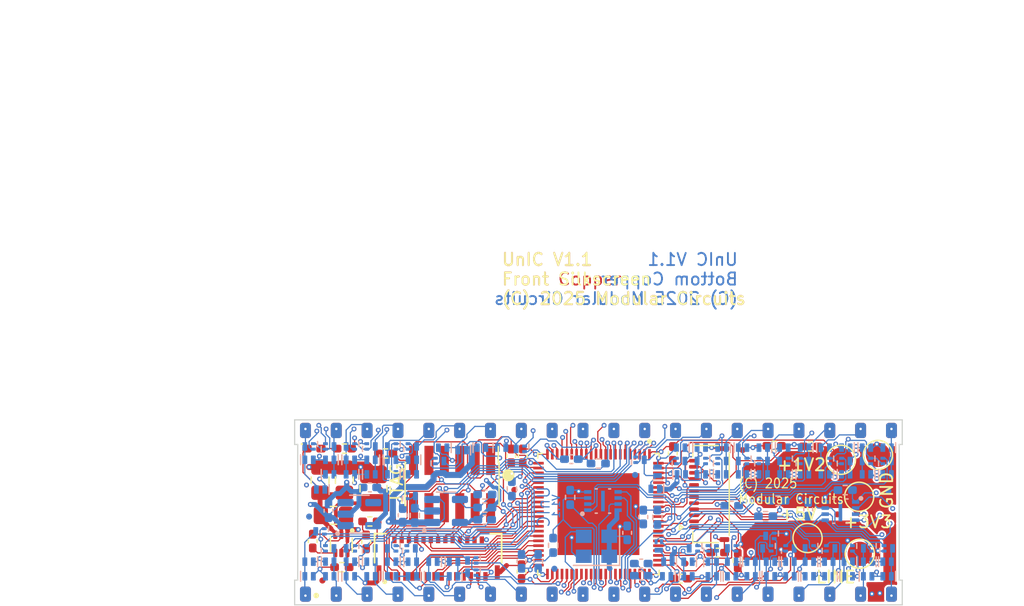
<source format=kicad_pcb>
(kicad_pcb (version 20240108) (generator "pcbnew") (generator_version "8.0")
  (title_block (title "UnIC") (date "2025-01-14") (rev "1.1") (company "Modular Circuits"))
  (layers (0 "F.Cu" signal) (1 "In1.Cu" mixed) (2 "In2.Cu" mixed) (31 "B.Cu" signal) (34 "B.Paste" user) (35 "F.Paste" user) (36 "B.SilkS" user "B.Silkscreen") (37 "F.SilkS" user "F.Silkscreen") (38 "B.Mask" user) (39 "F.Mask" user) (44 "Edge.Cuts" user))
  (net 0 "")
  (net 1 "GND")
  (net 2 "/PIN1")
  (net 3 "LINE")
  (net 4 "/PIN2")
  (net 5 "+5V")
  (net 6 "/PIN3")
  (net 7 "/PIN4")
  (net 8 "/PIN5")
  (net 9 "/PIN6")
  (net 10 "/PIN7")
  (net 11 "/PIN8")
  (net 12 "/PIN9")
  (net 13 "/PIN10")
  (net 14 "/PIN11")
  (net 15 "/PIN12")
  (net 16 "/PIN13")
  (net 17 "/PIN14")
  (net 18 "/PIN16")
  (net 19 "/PIN17")
  (net 20 "/PIN18")
  (net 21 "/PIN19")
  (net 22 "/PIN20")
  (net 23 "/PIN21")
  (net 24 "/PIN22")
  (net 25 "/PIN23")
  (net 26 "/PIN24")
  (net 27 "/PIN25")
  (net 28 "/PIN26")
  (net 29 "/PIN27")
  (net 30 "/PIN28")
  (net 31 "/PIN29")
  (net 32 "/PIN30")
  (net 33 "/PIN31")
  (net 34 "/PIN32")
  (net 35 "/PIN33")
  (net 36 "/PIN34")
  (net 37 "/PIN35")
  (net 38 "/PIN36")
  (net 39 "/PIN37")
  (net 40 "/PIN38")
  (net 41 "/PIN39")
  (net 42 "/PIN40")
  (net 43 "/JTAG_SEL_N")
  (net 44 "/DONE")
  (net 45 "+3V3")
  (net 46 "+1V2")
  (net 47 "Net-(U6-BST)")
  (net 48 "/JTAG_TMS")
  (net 49 "/JTAG_TCK")
  (net 50 "/JTAG_TDO")
  (net 51 "/RECONFIG_N")
  (net 52 "/JTAG_TDI")
  (net 53 "/SPI_MOSI_IO0")
  (net 54 "/LCD_RST_N")
  (net 55 "/LCD_CS_N")
  (net 56 "/PIN1_F")
  (net 57 "/PIN2_F")
  (net 58 "/PIN3_F")
  (net 59 "/PIN4_F")
  (net 60 "/PIN5_F")
  (net 61 "/PIN6_F")
  (net 62 "/PIN7_F")
  (net 63 "/PIN8_F")
  (net 64 "/PIN9_F")
  (net 65 "/PIN10_F")
  (net 66 "/PIN11_F")
  (net 67 "/PIN12_F")
  (net 68 "/PIN13_F")
  (net 69 "/PIN14_F")
  (net 70 "/PIN15_F")
  (net 71 "/PIN16_F")
  (net 72 "/PIN17_F")
  (net 73 "/PIN18_F")
  (net 74 "/PIN19_F")
  (net 75 "/PIN21_F")
  (net 76 "/PIN22_F")
  (net 77 "/PIN23_F")
  (net 78 "/PIN24_F")
  (net 79 "/PIN25_F")
  (net 80 "/PIN26_F")
  (net 81 "/PIN27_F")
  (net 82 "/PIN28_F")
  (net 83 "/PIN29_F")
  (net 84 "/PIN30_F")
  (net 85 "/PIN31_F")
  (net 86 "/PIN32_F")
  (net 87 "/PIN33_F")
  (net 88 "/PIN34_F")
  (net 89 "/PIN35_F")
  (net 90 "/PIN36_F")
  (net 91 "/PIN37_F")
  (net 92 "/PIN38_F")
  (net 93 "/PIN39_F")
  (net 94 "/PIN40_F")
  (net 95 "/PIN20_F")
  (net 96 "Net-(U6-SW)")
  (net 97 "/IO1A")
  (net 98 "/IO1B")
  (net 99 "/IO2A")
  (net 100 "/IO2B")
  (net 101 "/IO3A")
  (net 102 "/IO3B")
  (net 103 "/IO4A")
  (net 104 "/IO4B")
  (net 105 "/IO5A")
  (net 106 "/IO5B")
  (net 107 "/IO6A")
  (net 108 "/IO6B")
  (net 109 "/SPI_CLK")
  (net 110 "/CLK1")
  (net 111 "/SPI_IO2")
  (net 112 "/SPI_IO3")
  (net 113 "/FLASH_CS_N")
  (net 114 "/PSRAM_CS_N")
  (net 116 "Net-(LED_DONE1-A)")
  (net 117 "Net-(U6-FB)")
  (net 118 "/SPI_MISO_IO1")
  (net 119 "Net-(U1-IOR13A{slash}FASTRD_N{slash}D3)")
  (net 120 "/PIN15")
  (net 121 "Net-(U3-ADJ)")
  (net 122 "Net-(J_DISPLAY2-Pin_2)")
  (net 123 "Net-(J_DISPLAY2-Pin_3)")
  (net 125 "Net-(Q41-D)")
  (footprint "UNIC:C_0805_2012Metric_Pad1.18x1.45mm_HandSolder" (layer "F.Cu") (at 41.4775 62.95 180)
    (property "Reference" "C5" (hide yes))
    (property "Value" "10u")
  )
  (footprint "UNIC:TestPoint_Pad_D2.0mm" (layer "F.Cu") (at 83.2725 58.37)
    (property "Reference" "TP4" (hide yes))
    (property "Value" "TestPoint" (hide yes))
  )
  (footprint "UNIC:TestPoint_Pad_D2.0mm" (layer "F.Cu") (at 84.8225 66.12)
    (property "Reference" "TP1" (hide yes))
    (property "Value" "TestPoint" (hide yes))
  )
  (footprint "UNIC:LED_0402_1005Metric_Pad0.77x0.64mm_HandSolder" (layer "F.Cu") (at 39.8775 57.45)
    (property "Reference" "LED_DONE1" (hide yes))
    (property "Value" "LED")
  )
  (footprint "UNIC:SOT-563" (layer "F.Cu") (at 42.1285 65.3 -90)
    (property "Reference" "U6" (hide yes))
    (property "Value" "TPS562242")
  )
  (footprint "UNIC:PinHeader_2x06_P1.27mm_Vertical_SMD" (layer "F.Cu") (at 51.2475 60.37 -90)
    (property "Reference" "J_JTAG1" (hide yes))
    (property "Value" "Conn_02x06_Odd_Even" (hide yes))
  )
  (footprint "UNIC:R_0402_1005Metric_Pad0.72x0.64mm_HandSolder" (layer "F.Cu") (at 45.7775 57.85)
    (property "Reference" "R16" (hide yes))
    (property "Value" "10k")
  )
  (footprint "UNIC:C_0402_1005Metric_Pad0.74x0.62mm_HandSolder" (layer "F.Cu") (at 44.1725 65.1375 90)
    (property "Reference" "C12" (hide yes))
    (property "Value" "33p")
  )
  (footprint "UNIC:C_0805_2012Metric_Pad1.18x1.45mm_HandSolder" (layer "F.Cu") (at 40.3775 60.05 -90)
    (property "Reference" "C7" (hide yes))
    (property "Value" "22u")
  )
  (footprint "UNIC:R_0402_1005Metric_Pad0.72x0.64mm_HandSolder" (layer "F.Cu") (at 80.7725 57.27 180)
    (property "Reference" "R2" (hide yes))
    (property "Value" "1k")
  )
  (footprint "UNIC:TestPoint_Pad_D2.0mm" (layer "F.Cu") (at 80.5225 64.82)
    (property "Reference" "TP2" (hide yes))
    (property "Value" "TestPoint" (hide yes))
  )
  (footprint "UNIC:TestPoint_Pad_D2.0mm" (layer "F.Cu") (at 86.3225 57.97)
    (property "Reference" "TP5" (hide yes))
    (property "Value" "TestPoint" (hide yes))
  )
  (footprint "UNIC:CFAL12832C-0091B-W_A" (layer "F.Cu") (at 65.0805 60.922)
    (property "Reference" "DISPLAY1" (hide yes))
    (property "Value" "Housing" (hide yes))
  )
  (footprint "UNIC:L_1008_2520Metric_Pad1.43x2.20mm_HandSolder" (layer "F.Cu") (at 44.7775 60.75 90)
    (property "Reference" "L1" (hide yes))
    (property "Value" "10uH")
  )
  (footprint "UNIC:Fiducial_0.5mm_Mask1mm" (layer "F.Cu") (at 75.1725 57.57)
    (property "Reference" "FID2" (hide yes))
    (property "Value" "Fiducial" (hide yes))
  )
  (footprint "UNIC:C_0402_1005Metric_Pad0.74x0.62mm_HandSolder" (layer "F.Cu") (at 56.9675 67.59 90)
    (property "Reference" "C11" (hide yes))
    (property "Value" "2.2u")
  )
  (footprint "UNIC:C_0402_1005Metric_Pad0.74x0.62mm_HandSolder" (layer "F.Cu") (at 57.0675 58.05 -90)
    (property "Reference" "C20" (hide yes))
    (property "Value" "2.2u")
  )
  (footprint "UNIC:CF4212FH0R0-05-NH" (layer "F.Cu") (at 71.1725 61.195 90)
    (property "Reference" "J_DISPLAY2" (hide yes))
    (property "Value" "Conn_01x12_MountingPin")
  )
  (footprint "UNIC:C_0402_1005Metric_Pad0.74x0.62mm_HandSolder" (layer "F.Cu") (at 70.0725 68.17)
    (property "Reference" "C15" (hide yes))
    (property "Value" "2.2u")
  )
  (footprint "UNIC:C_0402_1005Metric_Pad0.74x0.62mm_HandSolder" (layer "F.Cu") (at 69.4275 57.85 -90)
    (property "Reference" "C23" (hide yes))
    (property "Value" "2.2u")
  )
  (footprint "UNIC:DIP-40_pin_header" (layer "F.Cu") (at 63.3025 62.7 90)
    (property "Reference" "SOCKET1" (hide yes))
    (property "Value" "Conn_02x20_Counter_Clockwise" (hide yes))
  )
  (footprint "UNIC:QFN40P1000X1000X95-89N" (layer "F.Cu") (at 63.3025 62.8505 -90)
    (property "Reference" "U1" (hide yes))
    (property "Value" "GW1NR-LV9-QN88-C6/I5")
  )
  (footprint "UNIC:Fiducial_0.5mm_Mask1mm" (layer "F.Cu") (at 70.4725 66.92)
    (property "Reference" "FID9" (hide yes))
    (property "Value" "Fiducial" (hide yes))
  )
  (footprint "UNIC:Fiducial_0.5mm_Mask1mm" (layer "F.Cu") (at 82.9725 62.87)
    (property "Reference" "FID6" (hide yes))
    (property "Value" "Fiducial" (hide yes))
  )
  (footprint "UNIC:TestPoint_Pad_D2.0mm" (layer "F.Cu") (at 84.7725 61.42)
    (property "Reference" "TP3" (hide yes))
    (property "Value" "TestPoint" (hide yes))
  )
  (footprint "UNIC:R_0402_1005Metric_Pad0.72x0.64mm_HandSolder" (layer "F.Cu") (at 74.7725 66.67 -90)
    (property "Reference" "R18" (hide yes))
    (property "Value" "2M")
  )
  (footprint "UNIC:R_0402_1005Metric_Pad0.72x0.64mm_HandSolder" (layer "F.Cu") (at 77.7725 57.22 180)
    (property "Reference" "R3" (hide yes))
    (property "Value" "10k")
  )
  (footprint "UNIC:Fiducial_0.5mm_Mask1mm" (layer "F.Cu") (at 56.3775 60.85)
    (property "Reference" "FID8" (hide yes))
    (property "Value" "Fiducial" (hide yes))
  )
  (footprint "UNIC:Fiducial_0.5mm_Mask1mm" (layer "F.Cu") (at 40.5725 68.32)
    (property "Reference" "FID4" (hide yes))
    (property "Value" "Fiducial" (hide yes))
  )
  (footprint "UNIC:R_0402_1005Metric_Pad0.72x0.64mm_HandSolder" (layer "F.Cu") (at 42.3775 57.45 180)
    (property "Reference" "R1" (hide yes))
    (property "Value" "220")
  )
  (footprint "UNIC:C_0805_2012Metric_Pad1.18x1.45mm_HandSolder" (layer "F.Cu") (at 42.3775 60.05 -90)
    (property "Reference" "C8" (hide yes))
    (property "Value" "22u")
  )
  (footprint "UNIC:Molex_502598-2793_2Rows-23P~0.60mm_Horizontal" (layer "F.Cu") (at 50.0975 66.36)
    (property "Reference" "J_EXT1" (hide yes))
    (property "Value" "Conn_01x27_MountingPin" (hide yes))
  )
  (footprint "UNIC:R_0402_1005Metric_Pad0.72x0.64mm_HandSolder" (layer "F.Cu") (at 44.4775 63.45 180)
    (property "Reference" "R4" (hide yes))
    (property "Value" "31.6k")
  )
  (footprint "UNIC:R_0402_1005Metric_Pad0.72x0.64mm_HandSolder" (layer "F.Cu") (at 42.1725 67.22 180)
    (property "Reference" "R5" (hide yes))
    (property "Value" "10k")
  )
  (footprint "UNIC:C_0402_1005Metric_Pad0.74x0.62mm_HandSolder" (layer "F.Cu") (at 56.1175 58.05 -90)
    (property "Reference" "C4" (hide yes))
    (property "Value" "2.2u")
  )
  (footprint "UNIC:C_0402_1005Metric_Pad0.74x0.62mm_HandSolder" (layer "F.Cu") (at 73.1225 66.02)
    (property "Reference" "C24" (hide yes))
    (property "Value" "2.2u")
  )
  (footprint "UNIC:C_0402_1005Metric_Pad0.74x0.62mm_HandSolder" (layer "F.Cu") (at 39.7725 65.07 90)
    (property "Reference" "C6" (hide yes))
    (property "Value" "2.2u")
  )
  (footprint "UNIC:SOT-883" (layer "B.Cu") (at 44.5725 57.27)
    (property "Reference" "Q39" (hide yes))
    (property "Value" "2N7002")
  )
  (footprint "UNIC:R_0402_1005Metric_Pad0.72x0.64mm_HandSolder" (layer "B.Cu") (at 56.1725 60.77 90)
    (property "Reference" "R6" (hide yes))
    (property "Value" "10k")
  )
  (footprint "UNIC:SOT-883" (layer "B.Cu") (at 77.4225 64.645 180)
    (property "Reference" "Q13" (hide yes))
    (property "Value" "2N7002")
  )
  (footprint "UNIC:D_SOD-882" (layer "B.Cu") (at 81.9725 59.57 180)
    (property "Reference" "D7" (hide yes))
    (property "Value" "SM5819L2")
  )
  (footprint "UNIC:Fiducial_0.5mm_Mask1mm" (layer "B.Cu") (at 66.3225 59.62 180)
    (property "Reference" "FID1" (hide yes))
    (property "Value" "Fiducial" (hide yes))
  )
  (footprint "UNIC:D_SOD-882" (layer "B.Cu") (at 80.2725 59.57)
    (property "Reference" "D75" (hide yes))
    (property "Value" "SM5819L2")
  )
  (footprint "UNIC:D_SOD-882" (layer "B.Cu") (at 70.1225 59.57)
    (property "Reference" "D36" (hide yes))
    (property "Value" "SM5819L2")
  )
  (footprint "UNIC:D_SOD-882" (layer "B.Cu") (at 74.2725 66.77 180)
    (property "Reference" "D34" (hide yes))
    (property "Value" "SM5819L2")
  )
  (footprint "UNIC:D_SOD-882" (layer "B.Cu") (at 49.6725 67.97)
    (property "Reference" "D74" (hide yes))
    (property "Value" "SM5819L2")
  )
  (footprint "UNIC:C_0402_1005Metric_Pad0.74x0.62mm_HandSolder" (layer "B.Cu") (at 47.1775 62.95 90)
    (property "Reference" "C1" (hide yes))
    (property "Value" "2.2u")
  )
  (footprint "UNIC:D_SOD-882" (layer "B.Cu") (at 53.6725 57.37)
    (property "Reference" "D67" (hide yes))
    (property "Value" "SM5819L2")
  )
  (footprint "UNIC:SOT-883" (layer "B.Cu") (at 70.0725 58.47)
    (property "Reference" "Q32" (hide yes))
    (property "Value" "2N7002")
  )
  (footprint "UNIC:D_SOD-882" (layer "B.Cu") (at 44.5725 58.37 180)
    (property "Reference" "D82" (hide yes))
    (property "Value" "SM5819L2")
  )
  (footprint "UNIC:D_SOD-882" (layer "B.Cu") (at 81.9725 57.37)
    (property "Reference" "D8" (hide yes))
    (property "Value" "SM5819L2")
  )
  (footprint "UNIC:SOT-883" (layer "B.Cu") (at 75.1725 58.47 180)
    (property "Reference" "Q23" (hide yes))
    (property "Value" "2N7002")
  )
  (footprint "UNIC:SOT-883" (layer "B.Cu") (at 42.8725 57.27 180)
    (property "Reference" "Q38" (hide yes))
    (property "Value" "2N7002")
  )
  (footprint "UNIC:C_0402_1005Metric_Pad0.74x0.62mm_HandSolder" (layer "B.Cu") (at 61.0725 58.32 180)
    (property "Reference" "C19" (hide yes))
    (property "Value" "2.2u")
  )
  (footprint "UNIC:R_0402_1005Metric_Pad0.72x0.64mm_HandSolder" (layer "B.Cu") (at 48.1775 62.954 90)
    (property "Reference" "R17" (hide yes))
    (property "Value" "100k")
  )
  (footprint "UNIC:SOT-883" (layer "B.Cu") (at 46.2725 65.67 180)
    (property "Reference" "Q8" (hide yes))
    (property "Value" "2N7002")
  )
  (footprint "UNIC:SOT-883" (layer "B.Cu") (at 83.6725 58.47)
    (property "Reference" "Q26" (hide yes))
    (property "Value" "2N7002")
  )
  (footprint "UNIC:R_0402_1005Metric_Pad0.72x0.64mm_HandSolder" (layer "B.Cu") (at 68.1575 63.11 -90)
    (property "Reference" "R13" (hide yes))
    (property "Value" "10k")
  )
  (footprint "UNIC:D_SOD-882" (layer "B.Cu") (at 87.0725 59.57)
    (property "Reference" "D38" (hide yes))
    (property "Value" "SM5819L2")
  )
  (footprint "UNIC:D_SOD-882" (layer "B.Cu") (at 87.0725 67.97 180)
    (property "Reference" "D31" (hide yes))
    (property "Value" "SM5819L2")
  )
  (footprint "UNIC:D_SOD-882" (layer "B.Cu") (at 44.5725 59.57)
    (property "Reference" "D81" (hide yes))
    (property "Value" "SM5819L2")
  )
  (footprint "UNIC:D_SOD-882" (layer "B.Cu") (at 51.3725 66.77)
    (property "Reference" "D59" (hide yes))
    (property "Value" "SM5819L2")
  )
  (footprint "UNIC:D_SOD-882" (layer "B.Cu") (at 44.5725 66.77)
    (property "Reference" "D1" (hide yes))
    (property "Value" "SM5819L2")
  )
  (footprint "UNIC:D_SOD-882" (layer "B.Cu") (at 73.4725 59.57)
    (property "Reference" "D9" (hide yes))
    (property "Value" "SM5819L2")
  )
  (footprint "UNIC:SOT-883" (layer "B.Cu") (at 47.8725 65.67)
    (property "Reference" "Q7" (hide yes))
    (property "Value" "2N7002")
  )
  (footprint "UNIC:C_0402_1005Metric_Pad0.74x0.62mm_HandSolder" (layer "B.Cu") (at 44.4775 60.65 180)
    (property "Reference" "C2" (hide yes))
    (property "Value" "2.2u")
  )
  (footprint "UNIC:D_SOD-882" (layer "B.Cu") (at 39.4725 58.37)
    (property "Reference" "D90" (hide yes))
    (property "Value" "SM5819L2")
  )
  (footprint "UNIC:R_0402_1005Metric_Pad0.72x0.64mm_HandSolder" (layer "B.Cu") (at 53.9485 61.23 180)
    (property "Reference" "R15" (hide yes))
    (property "Value" "10k")
  )
  (footprint "UNIC:D_SOD-882" (layer "B.Cu") (at 47.9725 67.97 180)
    (property "Reference" "D15" (hide yes))
    (property "Value" "SM5819L2")
  )
  (footprint "UNIC:SOT-883" (layer "B.Cu") (at 87.0725 58.47)
    (property "Reference" "Q12" (hide yes))
    (property "Value" "2N7002")
  )
  (footprint "UNIC:D_SOD-882" (layer "B.Cu") (at 80.6725 66.77 180)
    (property "Reference" "D16" (hide yes))
    (property "Value" "SM5819L2")
  )
  (footprint "UNIC:R_0402_1005Metric_Pad0.72x0.64mm_HandSolder" (layer "B.Cu") (at 83.6225 60.87)
    (property "Reference" "R8" (hide yes))
    (property "Value" "10k")
  )
  (footprint "UNIC:D_SOD-882" (layer "B.Cu") (at 72.6725 66.77)
    (property "Reference" "D40" (hide yes))
    (property "Value" "SM5819L2")
  )
  (footprint "UNIC:D_SOD-882" (layer "B.Cu") (at 79.0725 66.77)
    (property "Reference" "D18" (hide yes))
    (property "Value" "SM5819L2")
  )
  (footprint "UNIC:C_0402_1005Metric_Pad0.74x0.62mm_HandSolder" (layer "B.Cu") (at 66.8225 67.92)
    (property "Reference" "C9" (hide yes))
    (property "Value" "2.2u")
  )
  (footprint "UNIC:D_SOD-882" (layer "B.Cu") (at 83.8725 67.97)
    (property "Reference" "D56" (hide yes))
    (property "Value" "SM5819L2")
  )
  (footprint "UNIC:Fiducial_0.5mm_Mask1mm" (layer "B.Cu") (at 59.6775 67.35 180)
    (property "Reference" "FID7" (hide yes))
    (property "Value" "Fiducial" (hide yes))
  )
  (footprint "UNIC:Oscillator_SMD_Abracon_ASE-4Pin_3.2x2.5mm" (layer "B.Cu") (at 63.1425 65.5 180)
    (property "Reference" "X1" (hide yes))
    (property "Value" "27MHz")
  )
  (footprint "UNIC:D_SOD-882" (layer "B.Cu") (at 46.2725 67.97)
    (property "Reference" "D13" (hide yes))
    (property "Value" "SM5819L2")
  )
  (footprint "UNIC:D_SOD-882" (layer "B.Cu") (at 71.7725 59.57 180)
    (property "Reference" "D87" (hide yes))
    (property "Value" "SM5819L2")
  )
  (footprint "UNIC:D_SOD-882" (layer "B.Cu") (at 47.9725 59.57)
    (property "Reference" "D51" (hide yes))
    (property "Value" "SM5819L2")
  )
  (footprint "UNIC:SOT-883" (layer "B.Cu") (at 79.0725 65.67)
    (property "Reference" "Q20" (hide yes))
    (property "Value" "2N7002")
  )
  (footprint "UNIC:SOT-23-5" (layer "B.Cu") (at 50.7585 62.59)
    (property "Reference" "U3" (hide yes))
    (property "Value" "MIC5203-3.3BM5")
  )
  (footprint "UNIC:SOT-883" (layer "B.Cu") (at 85.4725 65.67 180)
    (property "Reference" "Q22" (hide yes))
    (property "Value" "2N7002")
  )
  (footprint "UNIC:D_SOD-882" (layer "B.Cu") (at 42.8725 58.37)
    (property "Reference" "D80" (hide yes))
    (property "Value" "SM5819L2")
  )
  (footprint "UNIC:C_0402_1005Metric_Pad0.74x0.62mm_HandSolder" (layer "B.Cu") (at 80.5775 62.45 -90)
    (property "Reference" "C14" (hide yes))
    (property "Value" "2.2u")
  )
  (footprint "UNIC:D_SOD-882" (layer "B.Cu") (at 41.1725 67.97 180)
    (property "Reference" "D58" (hide yes))
    (property "Value" "SM5819L2")
  )
  (footprint "UNIC:C_0402_1005Metric_Pad0.74x0.62mm_HandSolder" (layer "B.Cu") (at 66.9975 63.0875 -90)
    (property "Reference" "C21" (hide yes))
    (property "Value" "2.2u")
  )
  (footprint "UNIC:SOT-883" (layer "B.Cu") (at 80.2725 58.47)
    (property "Reference" "Q27" (hide yes))
    (property "Value" "2N7002")
  )
  (footprint "UNIC:D_SOD-882" (layer "B.Cu") (at 50.4725 57.37 180)
    (property "Reference" "D66" (hide yes))
    (property "Value" "SM5819L2")
  )
  (footprint "UNIC:D_SOD-882" (layer "B.Cu") (at 78.5725 57.37)
    (property "Reference" "D86" (hide yes))
    (property "Value" "SM5819L2")
  )
  (footprint "UNIC:D_SOD-882" (layer "B.Cu") (at 52.0725 57.57 180)
    (property "Reference" "D65" (hide yes))
    (property "Value" "SM5819L2")
  )
  (footprint "UNIC:SOT-883" (layer "B.Cu") (at 71.1225 65.67 180)
    (property "Reference" "Q9" (hide yes))
    (property "Value" "2N7002")
  )
  (footprint "UNIC:D_SOD-882" (layer "B.Cu") (at 77.4725 66.77 180)
    (property "Reference" "D71" (hide yes))
    (property "Value" "SM5819L2")
  )
  (footprint "UNIC:D_SOD-882" (layer "B.Cu") (at 72.6725 67.97 180)
    (property "Reference" "D41" (hide yes))
    (property "Value" "SM5819L2")
  )
  (footprint "UNIC:SOT-883" (layer "B.Cu") (at 68.2725 65.47 -90)
    (property "Reference" "Q15" (hide yes))
    (property "Value" "2N7002")
  )
  (footprint "UNIC:C_0402_1005Metric_Pad0.74x0.62mm_HandSolder" (layer "B.Cu") (at 41.0725 62.57 90)
    (property "Reference" "C10" (hide yes))
    (property "Value" "2.2u")
  )
  (footprint "UNIC:SOT-883" (layer "B.Cu") (at 66.7225 58.37)
    (property "Reference" "Q29" (hide yes))
    (property "Value" "2N7002")
  )
  (footprint "UNIC:SOT-883" (layer "B.Cu") (at 81.9725 58.47 180)
    (property "Reference" "Q11" (hide yes))
    (property "Value" "2N7002")
  )
  (footprint "UNIC:R_0402_1005Metric_Pad0.72x0.64mm_HandSolder" (layer "B.Cu") (at 53.9385 62.31 180)
    (property "Reference" "R14" (hide yes))
    (property "Value" "4.99k")
  )
  (footprint "UNIC:D_SOD-882" (layer "B.Cu") (at 46.2725 66.77 180)
    (property "Reference" "D5" (hide yes))
    (property "Value" "SM5819L2")
  )
  (footprint "UNIC:W25Q16JVUXIQ_TR" (layer "B.Cu") (at 83.2275 62.6 180)
    (property "Reference" "U7" (hide yes))
    (property "Value" "W25Q16JVUXIQ")
  )
  (footprint "UNIC:R_0402_1005Metric_Pad0.72x0.64mm_HandSolder" (layer "B.Cu") (at 77.0725 63.02 180)
    (property "Reference" "R11" (hide yes))
    (property "Value" "10k")
  )
  (footprint "UNIC:D_SOD-882" (layer "B.Cu") (at 39.4725 66.77 180)
    (property "Reference" "D2" (hide yes))
    (property "Value" "SM5819L2")
  )
  (footprint "UNIC:C_0402_1005Metric_Pad0.74x0.62mm_HandSolder" (layer "B.Cu") (at 53.9285 63.31)
    (property "Reference" "C3" (hide yes))
    (property "Value" "2.2u")
  )
  (footprint "UNIC:SOT-883" (layer "B.Cu") (at 77.1725 65.67 180)
    (property "Reference" "Q18" (hide yes))
    (property "Value" "2N7002")
  )
  (footprint "UNIC:R_0402_1005Metric_Pad0.72x0.64mm_HandSolder" (layer "B.Cu") (at 63.286933 58.679999)
    (property "Reference" "R7" (hide yes))
    (property "Value" "10k")
  )
  (footprint "UNIC:SOT-883" (layer "B.Cu") (at 73.4725 58.47)
    (property "Reference" "Q31" (hide yes))
    (property "Value" "2N7002")
  )
  (footprint "UNIC:D_SOD-882" (layer "B.Cu") (at 47.9725 66.77)
    (property "Reference" "D14" (hide yes))
    (property "Value" "SM5819L2")
  )
  (footprint "UNIC:D_SOD-882" (layer "B.Cu") (at 85.3725 57.37)
    (property "Reference" "D48" (hide yes))
    (property "Value" "SM5819L2")
  )
  (footprint "UNIC:D_SOD-882" (layer "B.Cu") (at 80.6725 67.97)
    (property "Reference" "D17" (hide yes))
    (property "Value" "SM5819L2")
  )
  (footprint "UNIC:C_0402_1005Metric_Pad0.74x0.62mm_HandSolder" (layer "B.Cu") (at 56.9675 66.74 90)
    (property "Reference" "C17" (hide yes))
    (property "Value" "2.2u")
  )
  (footprint "UNIC:Fiducial_0.5mm_Mask1mm" (layer "B.Cu") (at 87.1775 60.95 180)
    (property "Reference" "FID3" (hide yes))
    (property "Value" "Fiducial" (hide yes))
  )
  (footprint "UNIC:D_SOD-882" (layer "B.Cu") (at 82.2725 67.97 180)
    (property "Reference" "D62" (hide yes))
    (property "Value" "SM5819L2")
  )
  (footprint "UNIC:D_SOD-882" (layer "B.Cu") (at 80.2725 57.37 180)
    (property "Reference" "D76" (hide yes))
    (property "Value" "SM5819L2")
  )
  (footprint "UNIC:D_SOD-882" (layer "B.Cu") (at 85.4725 67.97)
    (property "Reference" "D33" (hide yes))
    (property "Value" "SM5819L2")
  )
  (footprint "UNIC:SOT-883" (layer "B.Cu") (at 82.4225 65.67)
    (property "Reference" "Q17" (hide yes))
    (property "Value" "2N7002")
  )
  (footprint "UNIC:D_SOD-882" (layer "B.Cu") (at 83.6725 59.57)
    (property "Reference" "D53" (hide yes))
    (property "Value" "SM5819L2")
  )
  (footprint "UNIC:D_SOD-882" (layer "B.Cu") (at 55.3225 57.37)
    (property "Reference" "D68" (hide yes))
    (property "Value" "SM5819L2")
  )
  (footprint "UNIC:SOT-23-5" (layer "B.Cu") (at 43.6175 62.85)
    (property "Reference" "U5" (hide yes))
    (property "Value" "MIC5504-1.2YM5")
  )
  (footprint "UNIC:D_SOD-882" (layer "B.Cu") (at 73.4725 57.37 180)
    (property "Reference" "D11" (hide yes))
    (property "Value" "SM5819L2")
  )
  (footprint "UNIC:SOT-883" (layer "B.Cu") (at 56.8725 57.47 180)
    (property "Reference" "Q36" (hide yes))
    (property "Value" "2N7002")
  )
  (footprint "UNIC:SOT-883" (layer "B.Cu") (at 41.1725 57.27)
    (property "Reference" "Q37" (hide yes))
    (property "Value" "2N7002")
  )
  (footprint "UNIC:SOT-883" (layer "B.Cu") (at 80.6725 65.67 180)
    (property "Reference" "Q19" (hide yes))
    (property "Value" "2N7002")
  )
  (footprint "UNIC:D_SOD-882" (layer "B.Cu") (at 70.6725 67.97)
    (property "Reference" "D10" (hide yes))
    (property "Value" "SM5819L2")
  )
  (footprint "UNIC:D_SOD-882" (layer "B.Cu") (at 69.0225 66.77 180)
    (property "Reference" "D45" (hide yes))
    (property "Value" "SM5819L2")
  )
  (footprint "UNIC:D_SOD-882" (layer "B.Cu") (at 76.8725 59.57)
    (property "Reference" "D69" (hide yes))
    (property "Value" "SM5819L2")
  )
  (footprint "UNIC:D_SOD-882" (layer "B.Cu") (at 68.9225 67.97 180)
    (property "Reference" "D46" (hide yes))
    (property "Value" "SM5819L2")
  )
  (footprint "UNIC:D_SOD-882" (layer "B.Cu") (at 74.2725 67.97)
    (property "Reference" "D35" (hide yes))
    (property "Value" "SM5819L2")
  )
  (footprint "UNIC:SOT-883" (layer "B.Cu") (at 83.8725 65.67 180)
    (property "Reference" "Q16" (hide yes))
    (property "Value" "2N7002")
  )
  (footprint "UNIC:D_SOD-882" (layer "B.Cu") (at 40.4225 60.82 180)
    (property "Reference" "D89" (hide yes))
    (property "Value" "SM5819L2")
  )
  (footprint "UNIC:SOT-883" (layer "B.Cu") (at 52.8725 67.67 180)
    (property "Reference" "Q5" (hide yes))
    (property "Value" "2N7002")
  )
  (footprint "UNIC:W25Q16JVUXIQ_TR" (layer "B.Cu") (at 63.6725 61.77)
    (property "Reference" "U4" (hide yes))
    (property "Value" "APS6404L-3SQR-ZR")
  )
  (footprint "UNIC:D_SOD-882" (layer "B.Cu") (at 82.2725 66.77)
    (property "Reference" "D61" (hide yes))
    (property "Value" "SM5819L2")
  )
  (footprint "UNIC:D_SOD-882" (layer "B.Cu") (at 42.8725 66.77 180)
    (property "Reference" "D43" (hide yes))
    (property "Value" "SM5819L2")
  )
  (footprint "UNIC:D_SOD-882" (layer "B.Cu") (at 39.4725 67.97)
    (property "Reference" "D3" (hide yes))
    (property "Value" "SM5819L2")
  )
  (footprint "UNIC:D_SOD-882" (layer "B.Cu") (at 44.5725 67.97 180)
    (property "Reference" "D42" (hide yes))
    (property "Value" "SM5819L2")
  )
  (footprint "UNIC:D_SOD-882" (layer "B.Cu") (at 75.1725 57.37)
    (property "Reference" "D64" (hide yes))
    (property "Value" "SM5819L2")
  )
  (footprint "UNIC:C_0402_1005Metric_Pad0.74x0.62mm_HandSolder" (layer "B.Cu") (at 58.3375 66.74 90)
    (property "Reference" "C18" (hide yes))
    (property "Value" "2.2u")
  )
  (footprint "UNIC:D_SOD-882" (layer "B.Cu") (at 46.2725 59.57 180)
    (property "Reference" "D49" (hide yes))
    (property "Value" "SM5819L2")
  )
  (footprint "UNIC:D_SOD-882" (layer "B.Cu") (at 41.1725 66.77)
    (property "Reference" "D57" (hide yes))
    (property "Value" "SM5819L2")
  )
  (footprint "UNIC:D_SOD-882" (layer "B.Cu") (at 67.9725 60.77 180)
    (property "Reference" "D83" (hide yes))
    (property "Value" "SM5819L2")
  )
  (footprint "UNIC:D_SOD-882" (layer "B.Cu") (at 49.6725 66.77 180)
    (property "Reference" "D73" (hide yes))
    (property "Value" "SM5819L2")
  )
  (footprint "UNIC:SOT-883" (layer "B.Cu") (at 39.4725 57.27 180)
    (property "Reference" "Q40" (hide yes))
    (property "Value" "2N7002")
  )
  (footprint "UNIC:D_SOD-882" (layer "B.Cu") (at 42.8725 67.97)
    (property "Reference" "D44" (hide yes))
    (property "Value" "SM5819L2")
  )
  (footprint "UNIC:SOT-883" (layer "B.Cu") (at 47.8775 61.35)
    (property "Reference" "Q41" (hide yes))
    (property "Value" "2N7002")
  )
  (footprint "UNIC:D_SOD-882" (layer "B.Cu") (at 83.6725 57.37 180)
    (property "Reference" "D54" (hide yes))
    (property "Value" "SM5819L2")
  )
  (footprint "UNIC:D_SOD-882" (layer "B.Cu") (at 41.1725 58.37 180)
    (property "Reference" "D78" (hide yes))
    (property "Value" "SM5819L2")
  )
  (footprint "UNIC:SOT-883" (layer "B.Cu") (at 52.8725 66.67 180)
    (property "Reference" "Q6" (hide yes))
    (property "Value" "2N7002")
  )
  (footprint "UNIC:SOT-883" (layer "B.Cu") (at 44.5725 65.67)
    (property "Reference" "Q2" (hide yes))
    (property "Value" "2N7002")
  )
  (footprint "UNIC:SOT-883" (layer "B.Cu") (at 50.2225 58.47)
    (property "Reference" "Q35" (hide yes))
    (property "Value" "2N7002")
  )
  (footprint "UNIC:C_0402_1005Metric_Pad0.74x0.62mm_HandSolder" (layer "B.Cu") (at 74.2775 62.15)
    (property "Reference" "C16" (hide yes))
    (property "Value" "2.2u")
  )
  (footprint "UNIC:D_SOD-882" (layer "B.Cu") (at 79.0725 67.97 180)
    (property "Reference" "D19" (hide yes))
    (property "Value" "SM5819L2")
  )
  (footprint "UNIC:C_0402_1005Metric_Pad0.74x0.62mm_HandSolder" (layer "B.Cu") (at 65.6675 64.39 90)
    (property "Reference" "C13" (hide yes))
    (property "Value" "2.2u")
  )
  (footprint "UNIC:D_SOD-882" (layer "B.Cu") (at 87.0725 66.77)
    (property "Reference" "D20" (hide yes))
    (property "Value" "SM5819L2")
  )
  (footprint "UNIC:D_SOD-882" (layer "B.Cu") (at 75.1725 59.57 180)
    (property "Reference" "D63" (hide yes))
    (property "Value" "SM5819L2")
  )
  (footprint "UNIC:SOT-883" (layer "B.Cu") (at 42.8725 65.67 180)
    (property "Reference" "Q3" (hide yes))
    (property "Value" "2N7002")
  )
  (footprint "UNIC:SOT-883" (layer "B.Cu") (at 87.1725 65.67)
    (property "Reference" "Q21" (hide yes))
    (property "Value" "2N7002")
  )
  (footprint "UNIC:D_SOD-882" (layer "B.Cu") (at 76.8725 57.37 180)
    (property "Reference" "D70" (hide yes))
    (property "Value" "SM5819L2")
  )
  (footprint "UNIC:D_SOD-882" (layer "B.Cu") (at 78.5725 59.57 180)
    (property "Reference" "D85" (hide yes))
    (property "Value" "SM5819L2")
  )
  (footprint "UNIC:D_SOD-882" (layer "B.Cu") (at 85.4725 66.77 180)
    (property "Reference" "D32" (hide yes))
    (property "Value" "SM5819L2")
  )
  (footprint "UNIC:D_SOD-882" (layer "B.Cu") (at 70.0725 57.37 180)
    (property "Reference" "D37" (hide yes))
    (property "Value" "SM5819L2")
  )
  (footprint "UNIC:SOT-883" (layer "B.Cu") (at 47.9725 57.27)
    (property "Reference" "Q34" (hide yes))
    (property "Value" "2N7002")
  )
  (footprint "UNIC:D_SOD-882" (layer "B.Cu") (at 42.8725 59.57 180)
    (property "Reference" "D79" (hide yes))
    (property "Value" "SM5819L2")
  )
  (footprint "UNIC:SOT-883" (layer "B.Cu") (at 85.3725 58.47 180)
    (property "Reference" "Q25" (hide yes))
    (property "Value" "2N7002")
  )
  (footprint "UNIC:D_SOD-882" (layer "B.Cu") (at 41.1725 59.57)
    (property "Reference" "D77" (hide yes))
    (property "Value" "SM5819L2")
  )
  (footprint "UNIC:D_SOD-882" (layer "B.Cu") (at 87.0725 57.37 180)
    (property "Reference" "D39" (hide yes))
    (property "Value" "SM5819L2")
  )
  (footprint "UNIC:D_SOD-882" (layer "B.Cu") (at 47.9725 58.37 180)
    (property "Reference" "D52" (hide yes))
    (property "Value" "SM5819L2")
  )
  (footprint "UNIC:SOT-883" (layer "B.Cu") (at 41.1725 65.67)
    (property "Reference" "Q4" (hide yes))
    (property "Value" "2N7002")
  )
  (footprint "UNIC:D_SOD-882" (layer "B.Cu") (at 85.3725 59.57 180)
    (property "Reference" "D47" (hide yes))
    (property "Value" "SM5819L2")
  )
  (footprint "UNIC:C_0402_1005Metric_Pad0.74x0.62mm_HandSolder" (layer "B.Cu") (at 66.8225 66.92 180)
    (property "Reference" "C22" (hide yes))
    (property "Value" "2.2u")
  )
  (footprint "UNIC:SOT-883" (layer "B.Cu") (at 72.6725 65.67)
    (property "Reference" "Q14" (hide yes))
    (property "Value" "2N7002")
  )
  (footprint "UNIC:SOT-883" (layer "B.Cu") (at 78.5725 58.47 180)
    (property "Reference" "Q28" (hide yes))
    (property "Value" "2N7002")
  )
  (footprint "UNIC:SOT-883" (layer "B.Cu") (at 71.7725 58.47 180)
    (property "Reference" "Q30" (hide yes))
    (property "Value" "2N7002")
  )
  (footprint "UNIC:R_0402_1005Metric_Pad0.72x0.64mm_HandSolder" (layer "B.Cu") (at 78.0775 61.75)
    (property "Reference" "R10" (hide yes))
    (property "Value" "10k")
  )
  (footprint "UNIC:D_SOD-882" (layer "B.Cu") (at 75.8725 66.77)
    (property "Reference" "D4" (hide yes))
    (property "Value" "SM5819L2")
  )
  (footprint "UNIC:R_0402_1005Metric_Pad0.72x0.64mm_HandSolder" (layer "B.Cu") (at 60.9725 61.47 90)
    (property "Reference" "R12" (hide yes))
    (property "Value" "10k")
  )
  (footprint "UNIC:SOT-883" (layer "B.Cu") (at 46.2725 57.27 180)
    (property "Reference" "Q33" (hide yes))
    (property "Value" "2N7002")
  )
  (footprint "UNIC:D_SOD-882" (layer "B.Cu") (at 70.6725 66.77 180)
    (property "Reference" "D12" (hide yes))
    (property "Value" "SM5819L2")
  )
  (footprint "UNIC:D_SOD-882" (layer "B.Cu") (at 75.8725 67.97 180)
    (property "Reference" "D6" (hide yes))
    (property "Value" "SM5819L2")
  )
  (footprint "UNIC:Fiducial_0.5mm_Mask1mm" (layer "B.Cu") (at 39.4775 63.05 180)
    (property "Reference" "FID5" (hide yes))
    (property "Value" "Fiducial" (hide yes))
  )
  (footprint "UNIC:D_SOD-882" (layer "B.Cu") (at 71.7725 57.37)
    (property "Reference" "D88" (hide yes))
    (property "Value" "SM5819L2")
  )
  (footprint "UNIC:R_0402_1005Metric_Pad0.72x0.64mm_HandSolder" (layer "B.Cu") (at 59.5725 65.42 90)
    (property "Reference" "R9" (hide yes))
    (property "Value" "10k")
  )
  (footprint "UNIC:D_SOD-882" (layer "B.Cu") (at 68.1725 59.32 90)
    (property "Reference" "D84" (hide yes))
    (property "Value" "SM5819L2")
  )
  (footprint "UNIC:D_SOD-882" (layer "B.Cu") (at 46.2725 58.37)
    (property "Reference" "D50" (hide yes))
    (property "Value" "SM5819L2")
  )
  (footprint "UNIC:D_SOD-882" (layer "B.Cu") (at 77.4725 67.97)
    (property "Reference" "D72" (hide yes))
    (property "Value" "SM5819L2")
  )
  (footprint "UNIC:SOT-883" (layer "B.Cu") (at 76.8725 58.47)
    (property "Reference" "Q24" (hide yes))
    (property "Value" "2N7002")
  )
  (footprint "UNIC:D_SOD-882" (layer "B.Cu") (at 51.3725 67.97 180)
    (property "Reference" "D60" (hide yes))
    (property "Value" "SM5819L2")
  )
  (footprint "UNIC:D_SOD-882" (layer "B.Cu") (at 83.8725 66.77 180)
    (property "Reference" "D55" (hide yes))
    (property "Value" "SM5819L2")
  )
  (footprint "UNIC:SOT-883" (layer "B.Cu") (at 40.3725 64.27 180)
    (property "Reference" "Q1" (hide yes))
    (property "Value" "2N7002")
  )
  (footprint "UNIC:SOT-883" (layer "B.Cu") (at 74.2725 65.67 180)
    (property "Reference" "Q10" (hide yes))
    (property "Value" "2N7002")
  )
  (gr_circle (center 55.8775 59.65) (end 56.301764 59.65) (stroke (width 0.15)) (fill solid) (layer "F.SilkS"))
  (gr_line (start 88.3215 55.08) (end 38.2835 55.08) (stroke (width 0.1)) (layer "Edge.Cuts"))
  (gr_line (start 88.3215 55.08) (end 88.3215 57.112) (stroke (width 0.1)) (layer "Edge.Cuts"))
  (gr_line (start 38.5375 68.288) (end 38.5375 57.112) (stroke (width 0.1)) (layer "Edge.Cuts"))
  (gr_line (start 38.2835 57.112) (end 38.2835 55.08) (stroke (width 0.1)) (layer "Edge.Cuts"))
  (gr_line (start 38.2835 70.32) (end 38.2835 68.288) (stroke (width 0.1)) (layer "Edge.Cuts"))
  (gr_line (start 38.5375 57.112) (end 38.2835 57.112) (stroke (width 0.1)) (layer "Edge.Cuts"))
  (gr_line (start 88.3215 57.112) (end 88.0675 57.112) (stroke (width 0.1)) (layer "Edge.Cuts"))
  (gr_line (start 88.3215 70.32) (end 88.3215 68.288) (stroke (width 0.1)) (layer "Edge.Cuts"))
  (gr_line (start 38.2835 68.288) (end 38.5375 68.288) (stroke (width 0.1)) (layer "Edge.Cuts"))
  (gr_line (start 88.3215 70.32) (end 38.2835 70.32) (stroke (width 0.1)) (layer "Edge.Cuts"))
  (gr_line (start 88.0675 68.288) (end 88.0675 57.112) (stroke (width 0.1)) (layer "Edge.Cuts"))
  (gr_line (start 88.3215 68.288) (end 88.0675 68.288) (stroke (width 0.1)) (layer "Edge.Cuts"))
  (gr_text "UnIC V1.1\nFront Copper\n(C) 2025 Modular Circuits" (at 55.2725 45.67 0) (layer "F.Cu") (effects (font (size 1 1)) (justify left bottom)))
  (gr_text "UnIC" (at 59.3725 60.47 90) (layer "B.Cu") (effects (font (size 1 1) (thickness 0.1)) (justify left bottom mirror)))
  (gr_text "UnIC V1.1\nBottom Copper\n(C) 2025 Modular Circuits" (at 74.8725 45.67 0) (layer "B.Cu") (effects (font (size 1 1)) (justify left bottom mirror)))
  (gr_text "V1.1" (at 60.1725 61.17 90) (layer "B.Cu") (effects (font (size 0.6 0.6) (thickness 0.1)) (justify left bottom mirror)))
  (gr_text "GND" (at 87.6225 62.52 90) (layer "F.SilkS") (effects (font (size 1 1)) (justify left bottom)))
  (gr_text "UnIC V1.1\nFront Silkscreen\n(C) 2025 Modular Circuits" (at 55.2725 45.67 0) (layer "F.SilkS") (effects (font (size 1 1)) (justify left bottom)))
  (gr_text "JTAG" (at 47.2725 62.135 90) (layer "F.SilkS") (effects (font (size 1 1)) (justify left bottom)))
  (gr_text "+1V2" (at 77.9225 59.37 0) (layer "F.SilkS") (effects (font (size 1 1)) (justify left bottom)))
  (gr_text "(C) 2025\nModular Circuits" (at 74.7725 62.07 0) (layer "F.SilkS") (effects (font (size 0.8 0.7) (thickness 0.1)) (justify left bottom)))
  (gr_text "LINE" (at 81.1225 68.62 0) (layer "F.SilkS") (effects (font (size 1 1)) (justify left bottom)))
  (gr_text "+5V" (at 78.1225 63.42 0) (layer "F.SilkS") (effects (font (size 1 1)) (justify left bottom)))
  (gr_text "+3V3" (at 83.3725 64.07 0) (layer "F.SilkS") (effects (font (size 1 1)) (justify left bottom)))
  (segment (start 49.197499 67.982389) (end 49.197499 68.330001) (width 0.1) (layer "F.Cu") (net 1))
  (segment (start 58.123916 67.971352) (end 58.562564 68.41) (width 0.1) (layer "F.Cu") (net 1))
  (segment (start 67.1025 57.567052) (end 67.334052 57.3355) (width 0.1) (layer "F.Cu") (net 1))
  (segment (start 75.0725 67.87) (end 75.0725 67.5675) (width 0.1) (layer "F.Cu") (net 1))
  (segment (start 73.6725 64.945) (end 73.6725 66.0025) (width 0.1) (layer "F.Cu") (net 1))
  (segment (start 73.1725 64.945) (end 73.6725 64.945) (width 0.1) (layer "F.Cu") (net 1))
  (segment (start 42.569926 60.22) (end 42.581988 60.232062) (width 0.4) (layer "F.Cu") (net 1))
  (segment (start 58.3675 66.6505) (end 57.627 66.6505) (width 0.1) (layer "F.Cu") (net 1))
  (segment (start 68.2375 58.6505) (end 68.2375 58.24) (width 0.1) (layer "F.Cu") (net 1))
  (segment (start 73.6725 66.0025) (end 73.69 66.02) (width 0.1) (layer "F.Cu") (net 1))
  (segment (start 59.5025 57.567052) (end 59.5025 57.9155) (width 0.1) (layer "F.Cu") (net 1))
  (segment (start 68.2375 58.24) (end 68.2475 58.23) (width 0.1) (layer "F.Cu") (net 1))
  (segment (start 72.9375 64.71) (end 73.1725 64.945) (width 0.1) (layer "F.Cu") (net 1))
  (segment (start 57.5595 66.6505) (end 57.1275 67.0825) (width 0.1) (layer "F.Cu") (net 1))
  (segment (start 76.1725 57.22) (end 76.0225 57.37) (width 0.1) (layer "F.Cu") (net 1))
  (segment (start 57.627 66.6505) (end 57.5595 66.6505) (width 0.1) (layer "F.Cu") (net 1))
  (segment (start 49.9575 64.44) (end 50.0975 64.58) (width 0.1) (layer "F.Cu") (net 1))
  (segment (start 44.9225 68.52) (end 45.222498 68.220002) (width 0.4) (layer "F.Cu") (net 1))
  (segment (start 67.489911 68.520498) (end 67.1025 68.133087) (width 0.1) (layer "F.Cu") (net 1))
  (segment (start 40.3775 61.0875) (end 40.3775 62.8875) (width 0.4) (layer "F.Cu") (net 1))
  (segment (start 77.175 57.22) (end 76.1725 57.22) (width 0.1) (layer "F.Cu") (net 1))
  (segment (start 71.0775 59.47252) (end 71.08876 59.46126) (width 0.1) (layer "F.Cu") (net 1))
  (segment (start 48.297501 64.967379) (end 48.297501 64.649999) (width 0.1) (layer "F.Cu") (net 1))
  (segment (start 39.305 57.45) (end 38.9725 57.7825) (width 0.1) (layer "F.Cu") (net 1))
  (segment (start 70.64 68.17) (end 70.64 68.0025) (width 0.1) (layer "F.Cu") (net 1))
  (segment (start 42.215 61.25) (end 40.54 61.25) (width 0.4) (layer "F.Cu") (net 1))
  (segment (start 71.972858 59.269642) (end 72.807727 60.104511) (width 0.1) (layer "F.Cu") (net 1))
  (segment (start 38.9725 59.4075) (end 40.9775 61.4125) (width 0.1) (layer "F.Cu") (net 1))
  (segment (start 71.6725 68.17) (end 71.8225 68.02) (width 0.1) (layer "F.Cu") (net 1))
  (segment (start 71.652496 58.94928) (end 71.972858 59.269642) (width 0.1) (layer "F.Cu") (net 1))
  (segment (start 67.334052 57.3355) (end 67.509474 57.3355) (width 0.1) (layer "F.Cu") (net 1))
  (segment (start 70.64 68.17) (end 71.6725 68.17) (width 0.1) (layer "F.Cu") (net 1))
  (segment (start 56.1175 58.6175) (end 57.0675 58.6175) (width 0.1) (layer "F.Cu") (net 1))
  (segment (start 49.197499 68.330001) (end 48.5775 68.95) (width 0.1) (layer "F.Cu") (net 1))
  (segment (start 71.166214 58.94928) (end 71.652496 58.94928) (width 0.1) (layer "F.Cu") (net 1))
  (segment (start 52.449137 64.25952) (end 51.897501 64.811156) (width 0.1) (layer "F.Cu") (net 1))
  (segment (start 72.807727 60.104511) (end 73.007011 60.104511) (width 0.1) (layer "F.Cu") (net 1))
  (segment (start 57.0225 59.58102) (end 57.0225 58.62) (width 0.1) (layer "F.Cu") (net 1))
  (segment (start 40.5225 67.22) (end 41.575 67.22) (width 0.1) (layer "F.Cu") (net 1))
  (segment (start 56.842283 59.761237) (end 57.0225 59.58102) (width 0.1) (layer "F.Cu") (net 1))
  (segment (start 50.6125 58.42) (end 51.2725 58.42) (width 0.1) (layer "F.Cu") (net 1))
  (segment (start 55.2018 67.6157) (end 55.735 67.0825) (width 0.4) (layer "F.Cu") (net 1))
  (segment (start 44.084362 68.52) (end 44.9225 68.52) (width 0.4) (layer "F.Cu") (net 1))
  (segment (start 48.5075 64.44) (end 49.9575 64.44) (width 0.1) (layer "F.Cu") (net 1))
  (segment (start 42.581988 60.232062) (end 42.581988 60.883012) (width 0.4) (layer "F.Cu") (net 1))
  (segment (start 69.1945 58.6505) (end 68.2375 58.6505) (width 0.1) (layer "F.Cu") (net 1))
  (segment (start 57.0225 58.62) (end 57.02 58.6175) (width 0.1) (layer "F.Cu") (net 1))
  (segment (start 54.972502 67.6157) (end 55.2018 67.6157) (width 0.4) (layer "F.Cu") (net 1))
  (segment (start 51.2725 58.42) (end 51.8825 58.42) (width 0.1) (layer "F.Cu") (net 1))
  (segment (start 38.9725 57.7825) (end 38.9725 59.4075) (width 0.1) (layer "F.Cu") (net 1))
  (segment (start 40.3725 67.37) (end 40.5225 67.22) (width 0.1) (layer "F.Cu") (net 1))
  (segment (start 50.997501 68.694999) (end 50.997501 67.982389) (width 0.1) (layer "F.Cu") (net 1))
  (segment (start 50.0975 64.967379) (end 50.0975 64.58) (width 0.1) (layer "F.Cu") (net 1))
  (segment (start 50.8225 68.87) (end 50.997501 68.694999) (width 0.1) (layer "F.Cu") (net 1))
  (segment (start 52.608785 64.25952) (end 52.449137 64.25952) (width 0.1) (layer "F.Cu") (net 1))
  (segment (start 59.270948 57.3355) (end 59.5025 57.567052) (width 0.1) (layer "F.Cu") (net 1))
  (segment (start 73.6725 57.445) (end 72.6975 57.445) (width 0.1) (layer "F.Cu") (net 1))
  (segment (start 48.733 65.559101) (end 48.297501 65.123602) (width 0.1) (layer "F.Cu") (net 1))
  (segment (start 58.317 59) (end 57.45 59) (width 0.1) (layer "F.Cu") (net 1))
  (segment (start 52.60634 68.820011) (end 52.7975 68.628851) (width 0.1) (layer "F.Cu") (net 1))
  (segment (start 71.7975 59.445) (end 71.972858 59.269642) (width 0.1) (layer "F.Cu") (net 1))
  (segment (start 67.6205 68.520498) (end 67.489911 68.520498) (width 0.1) (layer "F.Cu") (net 1))
  (segment (start 41.2775 64.05) (end 41.6055 64.378) (width 0.3) (layer "F.Cu") (net 1))
  (segment (start 71.1725 59.445) (end 71.7975 59.445) (width 0.1) (layer "F.Cu") (net 1))
  (segment (start 45.222498 68.220002) (end 45.222498 67.6157) (width 0.4) (layer "F.Cu") (net 1))
  (segment (start 59.21748 57.3355) (end 59.270948 57.3355) (width 0.1) (layer "F.Cu") (net 1))
  (segment (start 41.2775 64.05) (end 40.44 63.2125) (width 0.4) (layer "F.Cu") (net 1))
  (segment (start 75.0725 67.5675) (end 74.7725 67.2675) (width 0.1) (layer "F.Cu") (net 1))
  (segment (start 48.297501 64.649999) (end 48.5075 64.44) (width 0.1) (layer "F.Cu") (net 1))
  (segment (start 72.6975 57.445) (end 72.6225 57.37) (width 0.1) (layer "F.Cu") (net 1))
  (segment (start 59.067481 57.185501) (end 59.21748 57.3355) (width 0.1) (layer "F.Cu") (net 1))
  (segment (start 57.1275 67.0825) (end 55.735 67.0825) (width 0.1) (layer "F.Cu") (net 1))
  (segment (start 41.6055 64.378) (end 41.6055 64.45) (width 0.3) (layer "F.Cu") (net 1))
  (segment (start 48.733 65.75) (end 48.733 65.559101) (width 0.1) (layer "F.Cu") (net 1))
  (segment (start 59.225587 68.41) (end 59.5025 68.133087) (width 0.1) (layer "F.Cu") (net 1))
  (segment (start 52.7975 68.628851) (end 52.7975 67.982389) (width 0.1) (layer "F.Cu") (net 1))
  (segment (start 73.007011 60.104511) (end 73.1725 60.27) (width 0.1) (layer "F.Cu") (net 1))
  (segment (start 58.562564 68.41) (end 59.225587 68.41) (width 0.1) (layer "F.Cu") (net 1))
  (segment (start 67.509474 57.3355) (end 67.854103 56.990871) (width 0.1) (layer "F.Cu") (net 1))
  (segment (start 57.45 59) (end 57.0675 58.6175) (width 0.1) (layer "F.Cu") (net 1))
  (via (at 73.1725 60.27) (size 0.4) (drill 0.2) (layers "F.Cu" "B.Cu") (net 1))
  (via (at 42.569926 60.22) (size 0.4) (drill 0.2) (layers "F.Cu" "B.Cu") (net 1))
  (via (at 46.93846 61.62) (size 0.4) (drill 0.2) (layers "F.Cu" "B.Cu") (net 1))
  (via (at 86.210336 67.62) (size 0.4) (drill 0.2) (layers "F.Cu" "B.Cu") (net 1))
  (via (at 75.3775 61.75) (size 0.4) (drill 0.2) (layers "F.Cu" "B.Cu") (net 1))
  (via (at 61.6725 60.97) (size 0.4) (drill 0.2) (layers "F.Cu" "B.Cu") (net 1))
  (via (at 61.1025 64.78) (size 0.4) (drill 0.2) (layers "F.Cu" "B.Cu") (net 1))
  (via (at 59.067481 57.185501) (size 0.4) (drill 0.2) (layers "F.Cu" "B.Cu") (net 1))
  (via (at 52.60634 68.820011) (size 0.4) (drill 0.2) (layers "F.Cu" "B.Cu") (net 1))
  (via (at 72.9375 64.71) (size 0.4) (drill 0.2) (layers "F.Cu" "B.Cu") (net 1))
  (via (at 81.4725 67.77) (size 0.4) (drill 0.2) (layers "F.Cu" "B.Cu") (net 1))
  (via (at 78.2725 67.82) (size 0.4) (drill 0.2) (layers "F.Cu" "B.Cu") (net 1))
  (via (at 75.0725 67.87) (size 0.4) (drill 0.2) (layers "F.Cu" "B.Cu") (net 1))
  (via (at 68.2475 58.23) (size 0.4) (drill 0.2) (layers "F.Cu" "B.Cu") (net 1))
  (via (at 76.5225 62.47) (size 0.4) (drill 0.2) (layers "F.Cu" "B.Cu") (net 1))
  (via (at 67.6205 68.520498) (size 0.4) (drill 0.2) (layers "F.Cu" "B.Cu") (net 1))
  (via (at 44.084362 68.52) (size 0.4) (drill 0.2) (layers "F.Cu" "B.Cu") (net 1))
  (via (at 67.854103 56.990871) (size 0.4) (drill 0.2) (layers "F.Cu" "B.Cu") (net 1))
  (via (at 40.3225 58.07) (size 0.4) (drill 0.2) (layers "F.Cu" "B.Cu") (net 1))
  (via (at 82.845149 57.072845) (size 0.4) (drill 0.2) (layers "F.Cu" "B.Cu") (net 1))
  (via (at 65.0725 63.87) (size 0.4) (drill 0.2) (layers "F.Cu" "B.Cu") (net 1))
  (via (at 84.6225 67.97) (size 0.4) (drill 0.2) (layers "F.Cu" "B.Cu") (net 1))
  (via (at 51.2725 58.42) (size 0.4) (drill 0.2) (layers "F.Cu" "B.Cu") (net 1))
  (via (at 52.608785 64.25952) (size 0.4) (drill 0.2) (layers "F.Cu" "B.Cu") (net 1))
  (via (at 50.8225 68.87) (size 0.4) (drill 0.2) (layers "F.Cu" "B.Cu") (net 1))
  (via (at 47.1225 58.92) (size 0.4) (drill 0.2) (layers "F.Cu" "B.Cu") (net 1))
  (via (at 66.3725 62.22) (size 0.4) (drill 0.2) (layers "F.Cu" "B.Cu") (net 1))
  (via (at 79.8775 62.85) (size 0.4) (drill 0.2) (layers "F.Cu" "B.Cu") (net 1))
  (via (at 76.0225 57.37) (size 0.4) (drill 0.2) (layers "F.Cu" "B.Cu") (net 1))
  (via (at 72.6225 57.37) (size 0.4) (drill 0.2) (layers "F.Cu" "B.Cu") (net 1))
  (via (at 86.2225 57.07) (size 0.4) (drill 0.2) (layers "F.Cu" "B.Cu") (net 1))
  (via (at 56.842283 59.761237) (size 0.4) (drill 0.2) (layers "F.Cu" "B.Cu") (net 1))
  (via (at 85.172181 63.349974) (size 0.4) (drill 0.2) (layers "F.Cu" "B.Cu") (net 1))
  (via (at 58.123916 67.971352) (size 0.4) (drill 0.2) (layers "F.Cu" "B.Cu") (net 1))
  (via (at 71.8225 68.02) (size 0.4) (drill 0.2) (layers "F.Cu" "B.Cu") (net 1))
  (via (at 57.627 66.6505) (size 0.4) (drill 0.2) (layers "F.Cu" "B.Cu") (net 1))
  (via (at 48.733 65.75) (size 0.4) (drill 0.2) (layers "F.Cu" "B.Cu") (net 1))
  (via (at 53.750352 60.487123) (size 0.4) (drill 0.2) (layers "F.Cu" "B.Cu") (net 1))
  (via (at 55.7225 56.82) (size 0.4) (drill 0.2) (layers "F.Cu" "B.Cu") (net 1))
  (via (at 43.7225 58.07) (size 0.4) (drill 0.2) (layers "F.Cu" "B.Cu") (net 1))
  (via (at 40.3725 67.37) (size 0.4) (drill 0.2) (layers "F.Cu" "B.Cu") (net 1))
  (via (at 79.4225 57.1) (size 0.4) (drill 0.2) (layers "F.Cu" "B.Cu") (net 1))
  (via (at 48.5775 68.95) (size 0.4) (drill 0.2) (layers "F.Cu" "B.Cu") (net 1))
  (segment (start 46.93846 61.50404) (end 47.3175 61.125) (width 0.1) (layer "B.Cu") (net 1))
  (segment (start 57.149 66.1725) (end 57.627 66.6505) (width 0.1) (layer "B.Cu") (net 1))
  (segment (start 68.1725 58.305) (end 68.2475 58.23) (width 0.1) (layer "B.Cu") (net 1))
  (segment (start 43.2225 58.37) (end 43.6725 58.37) (width 0.1) (layer "B.Cu") (net 1))
  (segment (start 78.2725 67.82) (end 78.4225 67.97) (width 0.1) (layer "B.Cu") (net 1))
  (segment (start 86.2225 57.07) (end 85.9225 57.37) (width 0.1) (layer "B.Cu") (net 1))
  (segment (start 84.487026 63.349974) (end 84.487 63.35) (width 0.1) (layer "B.Cu") (net 1))
  (segment (start 84.6225 67.97) (end 84.2225 67.97) (width 0.1) (layer "B.Cu") (net 1))
  (segment (start 47.4225 58.57) (end 47.1225 58.57) (width 0.1) (layer "B.Cu") (net 1))
  (segment (start 43.281728 58.245) (end 43.2225 58.245) (width 0.1) (layer "B.Cu") (net 1))
  (segment (start 56.842283 59.761237) (end 56.583763 59.761237) (width 0.1) (layer "B.Cu") (net 1))
  (segment (start 80.5775 63.0175) (end 80.045 63.0175) (width 0.1) (layer "B.Cu") (net 1))
  (segment (start 85.172181 63.349974) (end 84.487026 63.349974) (width 0.1) (layer "B.Cu") (net 1))
  (segment (start 79.1925 57.1) (end 79.6525 57.1) (width 0.1) (layer "B.Cu") (net 1))
  (segment (start 50.1225 57.37) (end 50.1225 57.62) (width 0.1) (layer "B.Cu") (net 1))
  (segment (start 47.3175 61.125) (end 47.5275 61.125) (width 0.1) (layer "B.Cu") (net 1))
  (segment (start 52.608785 64.25952) (end 52.998305 63.87) (width 0.1) (layer "B.Cu") (net 1))
  (segment (start 72.3225 67.97) (end 72.2725 68.02) (width 0.1) (layer "B.Cu") (net 1))
  (segment (start 40.3725 67.52) (end 40.8225 67.97) (width 0.1) (layer "B.Cu") (net 1))
  (segment (start 76.0225 57.37) (end 76.5225 57.37) (width 0.1) (layer "B.Cu") (net 1))
  (segment (start 46.8225 58.57) (end 46.6225 58.37) (width 0.1) (layer "B.Cu") (net 1))
  (segment (start 53.936 63.87) (end 54.496 63.31) (width 0.1) (layer "B.Cu") (net 1))
  (segment (start 66.39 66.92) (end 66.255 66.92) (width 0.1) (layer "B.Cu") (net 1))
  (segment (start 81.6725 67.97) (end 81.4725 67.77) (width 0.1) (layer "B.Cu") (net 1))
  (segment (start 75.5225 57.37) (end 76.0225 57.37) (width 0.1) (layer "B.Cu") (net 1))
  (segment (start 81.9225 67.97) (end 81.6725 67.97) (width 0.1) (layer "B.Cu") (net 1))
  (segment (start 74.9725 67.97) (end 74.6225 67.97) (width 0.1) (layer "B.Cu") (net 1))
  (segment (start 75.0725 67.87) (end 75.1725 67.97) (width 0.1) (layer "B.Cu") (net 1))
  (segment (start 39.8225 58.37) (end 40.2725 58.37) (width 0.1) (layer "B.Cu") (net 1))
  (segment (start 42.560692 60.229234) (end 42.569926 60.22) (width 0.4) (layer "B.Cu") (net 1))
  (segment (start 53.750352 60.487123) (end 53.750352 60.750648) (width 0.1) (layer "B.Cu") (net 1))
  (segment (start 62.4225 61.02) (end 61.7225 61.02) (width 0.1) (layer "B.Cu") (net 1))
  (segment (start 52.998305 63.87) (end 53.936 63.87) (width 0.1) (layer "B.Cu") (net 1))
  (segment (start 65.62 63.87) (end 65.6675 63.8225) (width 0.1) (layer "B.Cu") (net 1))
  (segment (start 86.2725 67.682164) (end 86.210336 67.62) (width 0.1) (layer "B.Cu") (net 1))
  (segment (start 69.7225 57.37) (end 68.8625 58.23) (width 0.1) (layer "B.Cu") (net 1))
  (segment (start 42.581988 60.613168) (end 42.560692 60.613168) (width 0.4) (layer "B.Cu") (net 1))
  (segment (start 48.2525 68.95) (end 48.5775 68.95) (width 0.1) (layer "B.Cu") (net 1))
  (segment (start 42.95132 60.9825) (end 42.581988 60.613168) (width 0.4) (layer "B.Cu") (net 1))
  (segment (start 82.547994 57.37) (end 82.3225 57.37) (width 0.1) (layer "B.Cu") (net 1))
  (segment (start 78.4225 67.97) (end 78.7225 67.97) (width 0.1) (layer "B.Cu") (net 1))
  (segment (start 86.5225 57.37) (end 86.2225 57.07) (width 0.1) (layer "B.Cu") (net 1))
  (segment (start 44.2225 68.381862) (end 44.2225 67.97) (width 0.1) (layer "B.Cu") (net 1))
  (segment (start 82.845149 57.072845) (end 82.547994 57.37) (width 0.1) (layer "B.Cu") (net 1))
  (segment (start 72.6225 57.37) (end 73.1225 57.37) (width 0.1) (layer "B.Cu") (net 1))
  (segment (start 71.8225 68.02) (end 71.0725 68.02) (width 0.1) (layer "B.Cu") (net 1))
  (segment (start 43.5775 60.9825) (end 43.5775 62.105552) (width 0.4) (layer "B.Cu") (net 1))
  (segment (start 86.2725 67.97) (end 85.8225 67.97) (width 0.1) (layer "B.Cu") (net 1))
  (segment (start 67.39 67.92) (end 67.3725 67.92) (width 0.1) (layer "B.Cu") (net 1))
  (segment (start 51.0225 67.97) (end 50.0225 67.97) (width 0.1) (layer "B.Cu") (net 1))
  (segment (start 61.575 60.8725) (end 61.6725 60.97) (width 0.1) (layer "B.Cu") (net 1))
  (segment (start 47.6225 67.97) (end 47.6225 68.32) (width 0.1) (layer "B.Cu") (net 1))
  (segment (start 46.93846 61.62) (end 46.93846 61.50404) (width 0.1) (layer "B.Cu") (net 1))
  (segment (start 65.0725 63.87) (end 65.62 63.87) (width 0.1) (layer "B.Cu") (net 1))
  (segment (start 43.534362 67.97) (end 43.2225 67.97) (width 0.1) (layer "B.Cu") (net 1))
  (segment (start 50.4225 57.92) (end 50.7725 57.92) (width 0.1) (layer "B.Cu") (net 1))
  (segment (start 46.93846 61.62) (end 46.93846 62.14346) (width 0.1) (layer "B.Cu") (net 1))
  (segment (start 55.7225 56.82) (end 55.7225 57.32) (width 0.1) (layer "B.Cu") (net 1))
  (segment (start 47.1225 58.57) (end 47.1225 58.92) (width 0.1) (layer "B.Cu") (net 1))
  (segment (start 86.7225 57.37) (end 86.5225 57.37) (width 0.1) (layer "B.Cu") (net 1))
  (segment (start 78.9225 57.37) (end 79.1925 57.1) (width 0.1) (layer "B.Cu") (net 1))
  (segment (start 75.3775 61.75) (end 74.9775 62.15) (width 0.1) (layer "B.Cu") (net 1))
  (segment (start 67.620998 68.52) (end 68.0225 68.52) (width 0.1) (layer "B.Cu") (net 1))
  (segment (start 72.2725 68.02) (end 71.8225 68.02) (width 0.1) (layer "B.Cu") (net 1))
  (segment (start 75.0725 67.87) (end 74.9725 67.97) (width 0.1) (layer "B.Cu") (net 1))
  (segment (start 71.0725 68.02) (end 71.0225 67.97) (width 0.1) (layer "B.Cu") (net 1))
  (segment (start 81.2725 67.97) (end 81.0225 67.97) (width 0.1) (layer "B.Cu") (net 1))
  (segment (start 53.750352 60.750648) (end 53.311 61.19) (width 0.1) (layer "B.Cu") (net 1))
  (segment (start 68.1725 58.97) (end 68.1725 58.305) (width 0.1) (layer "B.Cu") (net 1))
  (segment (start 60.9725 60.8725) (end 61.575 60.8725) (width 0.1) (layer "B.Cu") (net 1))
  (segment (start 67.6205 68.1505) (end 67.6205 68.520498) (width 0.1) (layer "B.Cu") (net 1))
  (segment (start 41.6775 61.15) (end 41.0725 61.755) (width 0.4) (layer "B.Cu") (net 1))
  (segment (start 40.2725 58.37) (end 40.8225 58.37) (width 0.1) (layer "B.Cu") (net 1))
  (segment (start 40.3725 67.37) (end 39.8225 67.92) (width 0.1) (layer "B.Cu") (net 1))
  (segment (start 40.3725 67.37) (end 40.3725 67.52) (width 0.1) (layer "B.Cu") (net 1))
  (segment (start 78.1225 67.97) (end 77.8225 67.97) (width 0.1) (layer "B.Cu") (net 1))
  (segment (start 59.067481 57.185501) (end 59.067481 57.40975) (width 0.1) (layer "B.Cu") (net 1))
  (segment (start 47.1225 58.57) (end 46.8225 58.57) (width 0.1) (layer "B.Cu") (net 1))
  (segment (start 79.6525 57.1) (end 79.9225 57.37) (width 0.1) (layer "B.Cu") (net 1))
  (segment (start 43.7225 58.32) (end 43.7225 58.07) (width 0.1) (layer "B.Cu") (net 1))
  (segment (start 58.105 66.1725) (end 57.627 66.6505) (width 0.1) (layer "B.Cu") (net 1))
  (segment (start 39.8225 67.92) (end 39.8225 67.97) (width 0.1) (layer "B.Cu") (net 1))
  (segment (start 68.0225 68.52) (end 68.5725 67.97) (width 0.1) (layer "B.Cu") (net 1))
  (segment (start 61.1025 64.78) (end 61.1025 65.97) (width 0.1) (layer "B.Cu") (net 1))
  (segment (start 44.084362 68.52) (end 43.534362 67.97) (width 0.1) (layer "B.Cu") (net 1))
  (segment (start 76.5225 62.9725) (end 76.475 63.02) (width 0.1) (layer "B.Cu") (net 1))
  (segment (start 67.6205 68.520498) (end 67.620998 68.52) (width 0.1) (layer "B.Cu") (net 1))
  (segment (start 43.5775 62.105552) (end 42.833052 62.85) (width 0.4) (layer "B.Cu") (net 1))
  (segment (start 43.91 60.65) (end 43.5775 60.9825) (width 0.4) (layer "B.Cu") (net 1))
  (segment (start 42.02386 61.15) (end 41.6775 61.15) (width 0.4) (layer "B.Cu") (net 1))
  (segment (start 59.977731 58.32) (end 60.505 58.32) (width 0.1) (layer "B.Cu") (net 1))
  (segment (start 42.560692 60.613168) (end 42.560692 60.229234) (width 0.4) (layer "B.Cu") (net 1))
  (segment (start 50.1225 57.62) (end 50.4225 57.92) (width 0.1) (layer "B.Cu") (net 1))
  (segment (start 59.067481 57.40975) (end 59.977731 58.32) (width 0.1) (layer "B.Cu") (net 1))
  (segment (start 78.2725 67.82) (end 78.1225 67.97) (width 0.1) (layer "B.Cu") (net 1))
  (segment (start 85.9225 57.37) (end 85.7225 57.37) (width 0.1) (layer "B.Cu") (net 1))
  (segment (start 43.6725 58.37) (end 44.2225 58.37) (width 0.1) (layer "B.Cu") (net 1))
  (segment (start 46.93846 62.14346) (end 47.1775 62.3825) (width 0.1) (layer "B.Cu") (net 1))
  (segment (start 68.8625 58.23) (end 68.2475 58.23) (width 0.1) (layer "B.Cu") (net 1))
  (segment (start 86.2725 67.97) (end 86.2725 67.682164) (width 0.1) (layer "B.Cu") (net 1))
  (segment (start 40.2725 58.12) (end 40.3225 58.07) (width 0.1) (layer "B.Cu") (net 1))
  (segment (start 43.6725 58.37) (end 43.7225 58.32) (width 0.1) (layer "B.Cu") (net 1))
  (segment (start 47.6225 58.37) (end 47.4225 58.57) (width 0.1) (layer "B.Cu") (net 1))
  (segment (start 81.4725 67.77) (end 81.2725 67.97) (width 0.1) (layer "B.Cu") (net 1))
  (segment (start 56.583763 59.761237) (end 56.1725 60.1725) (width 0.1) (layer "B.Cu") (net 1))
  (segment (start 46.6225 67.97) (end 47.6225 67.97) (width 0.1) (layer "B.Cu") (net 1))
  (segment (start 83.3225 57.37) (end 83.142304 57.37) (width 0.1) (layer "B.Cu") (net 1))
  (segment (start 50.8225 68.17) (end 51.0225 67.97) (width 0.1) (layer "B.Cu") (net 1))
  (segment (start 61.4575 66.325) (end 62.0925 66.325) (width 0.1) (layer "B.Cu") (net 1))
  (segment (start 50.8225 68.87) (end 50.8225 68.17) (width 0.1) (layer "B.Cu") (net 1))
  (segment (start 47.6225 68.32) (end 48.2525 68.95) (width 0.1) (layer "B.Cu") (net 1))
  (segment (start 50.7725 57.92) (end 51.2725 58.42) (width 0.1) (layer "B.Cu") (net 1))
  (segment (start 67.39 67.92) (end 66.39 66.92) (width 0.1) (layer "B.Cu") (net 1))
  (segment (start 41.0725 61.755) (end 41.0725 62.0025) (width 0.4) (layer "B.Cu") (net 1))
  (segment (start 61.1025 65.97) (end 61.4575 66.325) (width 0.1) (layer "B.Cu") (net 1))
  (segment (start 44.084362 68.52) (end 44.2225 68.381862) (width 0.1) (layer "B.Cu") (net 1))
  (segment (start 66.3725 63.03) (end 66.9975 63.655) (width 0.1) (layer "B.Cu") (net 1))
  (segment (start 67.39 67.92) (end 67.6205 68.1505) (width 0.1) (layer "B.Cu") (net 1))
  (segment (start 40.2725 58.37) (end 40.2725 58.12) (width 0.1) (layer "B.Cu") (net 1))
  (segment (start 61.7225 61.02) (end 61.6725 60.97) (width 0.1) (layer "B.Cu") (net 1))
  (segment (start 83.142304 57.37) (end 82.845149 57.072845) (width 0.1) (layer "B.Cu") (net 1))
  (segment (start 75.1725 67.97) (end 75.5225 67.97) (width 0.1) (layer "B.Cu") (net 1))
  (segment (start 86.7225 67.97) (end 86.2725 67.97) (width 0.1) (layer "B.Cu") (net 1))
  (segment (start 42.560692 60.613168) (end 42.02386 61.15) (width 0.4) (layer "B.Cu") (net 1))
  (segment (start 66.3725 62.22) (end 66.3725 63.03) (width 0.1) (layer "B.Cu") (net 1))
  (segment (start 72.1225 57.37) (end 72.6225 57.37) (width 0.1) (layer "B.Cu") (net 1))
  (segment (start 80.045 63.0175) (end 79.8775 62.85) (width 0.1) (layer "B.Cu") (net 1))
  (segment (start 55.7225 57.32) (end 55.6725 57.37) (width 0.1) (layer "B.Cu") (net 1))
  (segment (start 76.5225 62.47) (end 76.5225 62.9725) (width 0.1) (layer "B.Cu") (net 1))
  (segment (start 43.5775 60.9825) (end 42.95132 60.9825) (width 0.4) (layer "B.Cu") (net 1))
  (segment (start 39.1225 69.395) (end 39.1725 69.445) (width 0.1) (layer "B.Cu") (net 2))
  (segment (start 39.1225 65.17) (end 39.1225 69.395) (width 0.1) (layer "B.Cu") (net 2))
  (segment (start 40.0225 64.27) (end 39.1225 65.17) (width 0.1) (layer "B.Cu") (net 2))
  (segment (start 42.611569 65.227931) (end 42.1285 65.711) (width 0.1) (layer "F.Cu") (net 3))
  (segment (start 84.8225 66.12) (end 85.6125 66.91) (width 0.1) (layer "F.Cu") (net 3))
  (segment (start 85.6125 66.91) (end 86.210836 66.91) (width 0.1) (layer "F.Cu") (net 3))
  (segment (start 42.1285 65.711) (end 42.1285 66.1) (width 0.1) (layer "F.Cu") (net 3))
  (segment (start 42.6285 64.12) (end 43.5225 64.12) (width 0.4) (layer "F.Cu") (net 3))
  (segment (start 42.6285 63.1385) (end 42.6285 64.473) (width 0.3) (layer "F.Cu") (net 3))
  (segment (start 42.6275 65.119308) (end 42.6275 64.652) (width 0.3) (layer "F.Cu") (net 3))
  (via (at 43.8725 67.27) (size 0.4) (drill 0.2) (layers "F.Cu" "B.Cu") (net 3))
  (via (at 82.772984 59.795284) (size 0.4) (drill 0.2) (layers "F.Cu" "B.Cu") (net 3))
  (via (at 86.210836 66.91) (size 0.4) (drill 0.2) (layers "F.Cu" "B.Cu") (net 3))
  (via (at 83.889725 67.345161) (size 0.4) (drill 0.2) (layers "F.Cu" "B.Cu") (net 3))
  (via (at 43.2225 60.27) (size 0.4) (drill 0.2) (layers "F.Cu" "B.Cu") (net 3))
  (via (at 43.5225 64.12) (size 0.4) (drill 0.2) (layers "F.Cu" "B.Cu") (net 3))
  (via (at 79.4225 59.57) (size 0.4) (drill 0.2) (layers "F.Cu" "B.Cu") (net 3))
  (via (at 47.1725 66.87) (size 0.4) (drill 0.2) (layers "F.Cu" "B.Cu") (net 3))
  (via (at 69.7725 60.07) (size 0.4) (drill 0.2) (layers "F.Cu" "B.Cu") (net 3))
  (via (at 86.2225 59.92) (size 0.4) (drill 0.2) (layers "F.Cu" "B.Cu") (net 3))
  (via (at 46.0305 63.462) (size 0.4) (drill 0.2) (layers "F.Cu" "B.Cu") (net 3))
  (via (at 69.579845 65.670804) (size 0.4) (drill 0.2) (layers "F.Cu" "B.Cu") (net 3))
  (via (at 40.36 66.52) (size 0.4) (drill 0.2) (layers "F.Cu" "B.Cu") (net 3))
  (via (at 71.6725 66.32) (size 0.4) (drill 0.2) (layers "F.Cu" "B.Cu") (net 3))
  (via (at 50.5725 66.745702) (size 0.4) (drill 0.2) (layers "F.Cu" "B.Cu") (net 3))
  (via (at 72.6225 59.37) (size 0.4) (drill 0.2) (layers "F.Cu" "B.Cu") (net 3))
  (via (at 81.4725 66.77) (size 0.4) (drill 0.2) (layers "F.Cu" "B.Cu") (net 3))
  (via (at 40.342607 59.952808) (size 0.4) (drill 0.2) (layers "F.Cu" "B.Cu") (net 3))
  (via (at 78.2725 67.32) (size 0.4) (drill 0.2) (layers "F.Cu" "B.Cu") (net 3))
  (via (at 75.8725 66.017051) (size 0.4) (drill 0.2) (layers "F.Cu" "B.Cu") (net 3))
  (via (at 76.0225 59.57) (size 0.4) (drill 0.2) (layers "F.Cu" "B.Cu") (net 3))
  (segment (start 52.4225 57.57) (end 52.6225 57.37) (width 0.1) (layer "B.Cu") (net 3))
  (segment (start 47.1225 59.57) (end 47.1225 60.62) (width 0.5) (layer "B.Cu") (net 3))
  (segment (start 69.3725 66.22) (end 69.3725 66.77) (width 0.4) (layer "B.Cu") (net 3))
  (segment (start 43.2225 59.57) (end 44.2225 59.57) (width 0.1) (layer "B.Cu") (net 3))
  (segment (start 84.2225 67.012386) (end 83.889725 67.345161) (width 0.1) (layer "B.Cu") (net 3))
  (segment (start 46.0305 63.462) (end 46.086 63.5175) (width 0.4) (layer "B.Cu") (net 3))
  (segment (start 47.6225 66.77) (end 47.2725 66.77) (width 0.1) (layer "B.Cu") (net 3))
  (segment (start 48.2 63.54) (end 49.621 63.54) (width 0.5) (layer "B.Cu") (net 3))
  (segment (start 85.8725 59.57) (end 85.7225 59.57) (width 0.1) (layer "B.Cu") (net 3))
  (segment (start 47.2725 66.77) (end 47.1725 66.87) (width 0.1) (layer "B.Cu") (net 3))
  (segment (start 50.6025 63.220999) (end 50.6025 61.938) (width 0.1) (layer "B.Cu") (net 3))
  (segment (start 81.4725 66.77) (end 81.0225 66.77) (width 0.1) (layer "B.Cu") (net 3))
  (segment (start 75.5225 66.77) (end 75.5225 66.87) (width 0.1) (layer "B.Cu") (net 3))
  (segment (start 69.5725 66.02) (end 69.3725 66.22) (width 0.4) (layer "B.Cu") (net 3))
  (segment (start 47.0725 59.57) (end 46.6225 59.57) (width 0.1) (layer "B.Cu") (net 3))
  (segment (start 78.2725 66.77) (end 78.7225 66.77) (width 0.1) (layer "B.Cu") (net 3))
  (segment (start 83.3225 59.57) (end 82.998268 59.57) (width 0.1) (layer "B.Cu") (net 3))
  (segment (start 43.2225 59.57) (end 43.2225 60.27) (width 0.1) (layer "B.Cu") (net 3))
  (segment (start 46.3725 63.12) (end 46.0305 63.462) (width 0.5) (layer "B.Cu") (net 3))
  (segment (start 47.6225 59.57) (end 47.0725 59.57) (width 0.1) (layer "B.Cu") (net 3))
  (segment (start 71.2225 66.77) (end 71.0225 66.77) (width 0.1) (layer "B.Cu") (net 3))
  (segment (start 69.7725 60.07) (end 69.7725 60.22) (width 0.4) (layer "B.Cu") (net 3))
  (segment (start 50.5725 66.745702) (end 50.998202 66.745702) (width 0.1) (layer "B.Cu") (net 3))
  (segment (start 79.4225 59.57) (end 78.9225 59.57) (width 0.1) (layer "B.Cu") (net 3))
  (segment (start 86.7225 66.77) (end 86.350836 66.77) (width 0.1) (layer "B.Cu") (net 3))
  (segment (start 76.0225 59.57) (end 76.5225 59.57) (width 0.1) (layer "B.Cu") (net 3))
  (segment (start 40.61 66.77) (end 40.8225 66.77) (width 0.1) (layer "B.Cu") (net 3))
  (segment (start 75.5225 66.77) (end 74.6225 66.77) (width 0.1) (layer "B.Cu") (net 3))
  (segment (start 51.9225 59.62) (end 50.750318 59.62) (width 0.5) (layer "B.Cu") (net 3))
  (segment (start 40.36 66.52) (end 40.61 66.77) (width 0.1) (layer "B.Cu") (net 3))
  (segment (start 86.350836 66.77) (end 86.210836 66.91) (width 0.1) (layer "B.Cu") (net 3))
  (segment (start 50.998202 66.745702) (end 51.0225 66.77) (width 0.1) (layer "B.Cu") (net 3))
  (segment (start 50.3045 61.64) (end 49.621 61.64) (width 0.1) (layer "B.Cu") (net 3))
  (segment (start 82.998268 59.57) (end 82.772984 59.795284) (width 0.1) (layer "B.Cu") (net 3))
  (segment (start 50.283499 63.54) (end 50.6025 63.220999) (width 0.1) (layer "B.Cu") (net 3))
  (segment (start 71.6725 66.32) (end 71.2225 66.77) (width 0.1) (layer "B.Cu") (net 3))
  (segment (start 43.3725 66.77) (end 43.8725 67.27) (width 0.1) (layer "B.Cu") (net 3))
  (segment (start 86.7225 59.57) (end 86.5725 59.57) (width 0.1) (layer "B.Cu") (net 3))
  (segment (start 52.8725 57.37) (end 53.3225 57.37) (width 0.1) (layer "B.Cu") (net 3))
  (segment (start 40.7725 60.382701) (end 40.342607 59.952808) (width 0.1) (layer "B.Cu") (net 3))
  (segment (start 72.4225 59.57) (end 72.6225 59.37) (width 0.1) (layer "B.Cu") (net 3))
  (segment (start 50.6025 61.938) (end 50.3045 61.64) (width 0.1) (layer "B.Cu") (net 3))
  (segment (start 47.0725 66.77) (end 46.6225 66.77) (width 0.1) (layer "B.Cu") (net 3))
  (segment (start 43.2225 66.77) (end 43.3725 66.92) (width 0.1) (layer "B.Cu") (net 3))
  (segment (start 69.4975 60.495) (end 69.4975 60.502107) (width 0.4) (layer "B.Cu") (net 3))
  (segment (start 68.3475 60.795) (end 68.3225 60.77) (width 0.4) (layer "B.Cu") (net 3))
  (segment (start 44.0725 66.92) (end 44.2225 66.77) (width 0.1) (layer "B.Cu") (net 3))
  (segment (start 69.579845 65.670804) (end 69.5725 65.678149) (width 0.4) (layer "B.Cu") (net 3))
  (segment (start 72.1225 66.77) (end 72.3225 66.77) (width 0.1) (layer "B.Cu") (net 3))
  (segment (start 69.7725 60.22) (end 69.4975 60.495) (width 0.4) (layer "B.Cu") (net 3))
  (segment (start 40.7725 60.82) (end 40.7725 60.382701) (width 0.1) (layer "B.Cu") (net 3))
  (segment (start 75.5225 59.57) (end 76.0225 59.57) (width 0.1) (layer "B.Cu") (net 3))
  (segment (start 86.070836 66.77) (end 86.210836 66.91) (width 0.1) (layer "B.Cu") (net 3))
  (segment (start 78.2725 66.77) (end 78.2725 67.32) (width 0.1) (layer "B.Cu") (net 3))
  (segment (start 82.5477 59.57) (end 82.3225 59.57) (width 0.1) (layer "B.Cu") (net 3))
  (segment (start 43.8725 67.27) (end 44.2225 66.92) (width 0.1) (layer "B.Cu") (net 3))
  (segment (start 85.8225 66.77) (end 86.070836 66.77) (width 0.1) (layer "B.Cu") (net 3))
  (segment (start 86.2225 59.92) (end 85.8725 59.57) (width 0.1) (layer "B.Cu") (net 3))
  (segment (start 69.5725 65.678149) (end 69.5725 66.02) (width 0.4) (layer "B.Cu") (net 3))
  (segment (start 40.8225 59.57) (end 40.725415 59.57) (width 0.1) (layer "B.Cu") (net 3))
  (segment (start 50.548202 66.77) (end 50.5725 66.745702) (width 0.1) (layer "B.Cu") (net 3))
  (segment (start 69.530649 65.72) (end 69.4225 65.72) (width 0.1) (layer "B.Cu") (net 3))
  (segment (start 69.7725 60.07) (end 69.7725 59.57) (width 0.1) (layer "B.Cu") (net 3))
  (segment (start 52.6225 57.37) (end 52.8725 57.37) (width 0.1) (layer "B.Cu") (net 3))
  (segment (start 69.4975 60.502107) (end 69.204607 60.795) (width 0.4) (layer "B.Cu") (net 3))
  (segment (start 44.2225 66.92) (end 44.2225 66.77) (width 0.1) (layer "B.Cu") (net 3))
  (segment (start 49.7225 60.02) (end 49.1225 60.62) (width 0.5) (layer "B.Cu") (net 3))
  (segment (start 77.8225 66.77) (end 78.2725 66.77) (width 0.1) (layer "B.Cu") (net 3))
  (segment (start 40.725415 59.57) (end 40.342607 59.952808) (width 0.1) (layer "B.Cu") (net 3))
  (segment (start 84.2225 66.77) (end 84.2225 67.012386) (width 0.1) (layer "B.Cu") (net 3))
  (segment (start 47.1725 66.87) (end 47.0725 66.77) (width 0.1) (layer "B.Cu") (net 3))
  (segment (start 52.8725 57.37) (end 52.8725 58.67) (width 0.5) (layer "B.Cu") (net 3))
  (segment (start 43.2225 66.77) (end 43.3725 66.77) (width 0.1) (layer "B.Cu") (net 3))
  (segment (start 49.1225 60.62) (end 47.1225 60.62) (width 0.5) (layer "B.Cu") (net 3))
  (segment (start 79.9225 59.57) (end 79.4225 59.57) (width 0.1) (layer "B.Cu") (net 3))
  (segment (start 52.8725 58.67) (end 51.9225 59.62) (width 0.5) (layer "B.Cu") (net 3))
  (segment (start 50.600318 59.47) (end 49.9725 59.47) (width 0.5) (layer "B.Cu") (net 3))
  (segment (start 49.7225 59.72) (end 49.7225 60.02) (width 0.5) (layer "B.Cu") (net 3))
  (segment (start 40.11 66.77) (end 39.8225 66.77) (width 0.1) (layer "B.Cu") (net 3))
  (segment (start 82.772984 59.795284) (end 82.5477 59.57) (width 0.1) (layer "B.Cu") (net 3))
  (segment (start 72.1225 59.57) (end 72.4225 59.57) (width 0.1) (layer "B.Cu") (net 3))
  (segment (start 40.36 66.52) (end 40.11 66.77) (width 0.1) (layer "B.Cu") (net 3))
  (segment (start 46.086 63.5175) (end 47.9315 63.5175) (width 0.4) (layer "B.Cu") (net 3))
  (segment (start 72.8225 59.57) (end 73.1225 59.57) (width 0.1) (layer "B.Cu") (net 3))
  (segment (start 75.8725 66.42) (end 75.5225 66.77) (width 0.1) (layer "B.Cu") (net 3))
  (segment (start 86.5725 59.57) (end 86.2225 59.92) (width 0.1) (layer "B.Cu") (net 3))
  (segment (start 46.3725 61.37) (end 46.3725 63.12) (width 0.5) (layer "B.Cu") (net 3))
  (segment (start 49.9725 59.47) (end 49.7225 59.72) (width 0.5) (layer "B.Cu") (net 3))
  (segment (start 72.6225 59.37) (end 72.8225 59.57) (width 0.1) (layer "B.Cu") (net 3))
  (segment (start 69.579845 65.670804) (end 69.530649 65.72) (width 0.1) (layer "B.Cu") (net 3))
  (segment (start 69.204607 60.795) (end 68.3475 60.795) (width 0.4) (layer "B.Cu") (net 3))
  (segment (start 50.0225 66.77) (end 50.548202 66.77) (width 0.1) (layer "B.Cu") (net 3))
  (segment (start 50.750318 59.62) (end 50.600318 59.47) (width 0.5) (layer "B.Cu") (net 3))
  (segment (start 81.9225 66.77) (end 81.4725 66.77) (width 0.1) (layer "B.Cu") (net 3))
  (segment (start 75.8725 66.017051) (end 75.8725 66.42) (width 0.1) (layer "B.Cu") (net 3))
  (segment (start 47.1225 60.62) (end 46.3725 61.37) (width 0.5) (layer "B.Cu") (net 3))
  (segment (start 49.621 63.54) (end 50.283499 63.54) (width 0.1) (layer "B.Cu") (net 3))
  (segment (start 71.6725 66.32) (end 72.1225 66.77) (width 0.1) (layer "B.Cu") (net 3))
  (segment (start 41.7125 68.365) (end 41.7125 69.57) (width 0.1) (layer "B.Cu") (net 4))
  (segment (start 41.5225 68.175) (end 41.7125 68.365) (width 0.1) (layer "B.Cu") (net 4))
  (segment (start 41.5225 65.67) (end 41.5225 68.175) (width 0.1) (layer "B.Cu") (net 4))
  (segment (start 54.120087 67.982389) (end 53.9975 67.982389) (width 0.1) (layer "F.Cu") (net 5))
  (segment (start 54.469302 67.633174) (end 54.120087 67.982389) (width 0.1) (layer "F.Cu") (net 5))
  (via (at 45.8725 55.87) (size 0.4) (drill 0.2) (layers "F.Cu" "B.Cu") (net 5))
  (via (at 54.0725 60.07) (size 0.4) (drill 0.2) (layers "F.Cu" "B.Cu") (net 5))
  (via (at 75.027259 65.311843) (size 0.4) (drill 0.2) (layers "F.Cu" "B.Cu") (net 5))
  (via (at 43.7225 66.42) (size 0.4) (drill 0.2) (layers "F.Cu" "B.Cu") (net 5))
  (via (at 54.469302 67.633174) (size 0.4) (drill 0.2) (layers "F.Cu" "B.Cu") (net 5))
  (via (at 47.142251 66.239751) (size 0.4) (drill 0.2) (layers "F.Cu" "B.Cu") (net 5))
  (via (at 68.770412 55.617936) (size 0.4) (drill 0.2) (layers "F.Cu" "B.Cu") (net 5))
  (via (at 40.8725 55.830489) (size 0.4) (drill 0.2) (layers "F.Cu" "B.Cu") (net 5))
  (via (at 50.8225 55.92) (size 0.4) (drill 0.2) (layers "F.Cu" "B.Cu") (net 5))
  (via (at 45.1725 55.92) (size 0.4) (drill 0.2) (layers "F.Cu" "B.Cu") (net 5))
  (via (at 40.438591 64.911091) (size 0.4) (drill 0.2) (layers "F.Cu" "B.Cu") (net 5))
  (via (at 80.8725 56.16) (size 0.4) (drill 0.2) (layers "F.Cu" "B.Cu") (net 5))
  (via (at 73.4725 56.4) (size 0.4) (drill 0.2) (layers "F.Cu" "B.Cu") (net 5))
  (via (at 86.3225 65.87) (size 0.4) (drill 0.2) (layers "F.Cu" "B.Cu") (net 5))
  (via (at 83.8725 56.67) (size 0.4) (drill 0.2) (layers "F.Cu" "B.Cu") (net 5))
  (via (at 81.531728 65.895) (size 0.4) (drill 0.2) (layers "F.Cu" "B.Cu") (net 5))
  (via (at 57.9225 55.97) (size 0.4) (drill 0.2) (layers "F.Cu" "B.Cu") (net 5))
  (via (at 78.7725 64.47) (size 0.4) (drill 0.2) (layers "F.Cu" "B.Cu") (net 5))
  (via (at 83.8225 65.02) (size 0.4) (drill 0.2) (layers "F.Cu" "B.Cu") (net 5))
  (via (at 78.3225 65.77) (size 0.4) (drill 0.2) (layers "F.Cu" "B.Cu") (net 5))
  (via (at 76.1225 56.4) (size 0.4) (drill 0.2) (layers "F.Cu" "B.Cu") (net 5))
  (segment (start 47.084826 66.362824) (end 47.142251 66.305399) (width 0.1) (layer "B.Cu") (net 5))
  (segment (start 85.3725 56.92) (end 85.2225 56.77) (width 0.1) (layer "B.Cu") (net 5))
  (segment (start 40.4225 64.927182) (end 40.438591 64.911091) (width 0.1) (layer "B.Cu") (net 5))
  (segment (start 66.5725 58.595) (end 66.7225 58.445) (width 0.1) (layer "B.Cu") (net 5))
  (segment (start 78.9225 58.245) (end 79.1975 58.245) (width 0.1) (layer "B.Cu") (net 5))
  (segment (start 81.531728 65.895) (end 81.081728 65.445) (width 0.1) (layer "B.Cu") (net 5))
  (segment (start 43.7225 66.42) (end 43.7225 66.395) (width 0.1) (layer "B.Cu") (net 5))
  (segment (start 50.0725 58.695) (end 50.2225 58.545) (width 0.1) (layer "B.Cu") (net 5))
  (segment (start 45.5725 59.97) (end 45.5725 56.47) (width 0.1) (layer "B.Cu") (net 5))
  (segment (start 86.194987 58.245) (end 85.7225 58.245) (width 0.1) (layer "B.Cu") (net 5))
  (segment (start 74.894102 65.445) (end 74.6225 65.445) (width 0.1) (layer "B.Cu") (net 5))
  (segment (start 66.3725 58.595) (end 66.5725 58.595) (width 0.1) (layer "B.Cu") (net 5))
  (segment (start 82.9725 57.87) (end 83.556728 57.87) (width 0.1) (layer "B.Cu") (net 5))
  (segment (start 50.2225 58.07) (end 50.0225 57.87) (width 0.1) (layer "B.Cu") (net 5))
  (segment (start 44.5725 57.345) (end 44.5725 56.796564) (width 0.1) (layer "B.Cu") (net 5))
  (segment (start 44.4225 57.495) (end 44.5725 57.345) (width 0.1) (layer "B.Cu") (net 5))
  (segment (start 50.2225 58.545) (end 50.2225 58.07) (width 0.1) (layer "B.Cu") (net 5))
  (segment (start 44.163272 65.895) (end 44.2225 65.895) (width 0.1) (layer "B.Cu") (net 5))
  (segment (start 39.8225 57.045) (end 40.0225 57.045) (width 0.1) (layer "B.Cu") (net 5))
  (segment (start 52.8725 67.32) (end 52.8725 66.67) (width 0.1) (layer "B.Cu") (net 5))
  (segment (start 47.113272 57.045) (end 47.563272 57.495) (width 0.1) (layer "B.Cu") (net 5))
  (segment (start 78.7225 64.42) (end 77.7725 64.42) (width 0.1) (layer "B.Cu") (net 5))
  (segment (start 41.1725 57.42) (end 41.1725 56.576564) (width 0.1) (layer "B.Cu") (net 5))
  (segment (start 82.3225 58.245) (end 82.5975 58.245) (width 0.1) (layer "B.Cu") (net 5))
  (segment (start 80.2225 57.87) (end 80.2725 57.82) (width 0.1) (layer "B.Cu") (net 5))
  (segment (start 45.5725 56.47) (end 45.7725 56.27) (width 0.1) (layer "B.Cu") (net 5))
  (segment (start 67.367401 57.340871) (end 67.999078 57.340871) (width 0.1) (layer "B.Cu") (net 5))
  (segment (start 43.2225 57.045) (end 43.394116 57.045) (width 0.1) (layer "B.Cu") (net 5))
  (segment (start 55.1535 60.895738) (end 55.1535 61.6925) (width 0.3) (layer "B.Cu") (net 5))
  (segment (start 83.0475 58.695) (end 83.3225 58.695) (width 0.1) (layer "B.Cu") (net 5))
  (segment (start 52.6385 63.54) (end 52.8685 63.31) (width 0.3) (layer "B.Cu") (net 5))
  (segment (start 52.8685 63.31) (end 53.361 63.31) (width 0.3) (layer "B.Cu") (net 5))
  (segment (start 70.0725 56.985772) (end 70.288272 56.77) (width 0.1) (layer "B.Cu") (net 5))
  (segment (start 40.0225 57.045) (end 40.4725 57.495) (width 0.1) (layer "B.Cu") (net 5))
  (segment (start 46.8225 65.445) (end 46.6225 65.445) (width 0.1) (layer "B.Cu") (net 5))
  (segment (start 68.338272 64.77) (end 68.656728 64.77) (width 0.1) (layer "B.Cu") (net 5))
  (segment (start 43.394116 57.045) (end 43.844116 57.495) (width 0.1) (layer "B.Cu") (net 5))
  (segment (start 85.3725 57.895) (end 85.3725 56.92) (width 0.1) (layer "B.Cu") (net 5))
  (segment (start 43.844116 57.495) (end 44.2225 57.495) (width 0.1) (layer "B.Cu") (net 5))
  (segment (start 73.4725 57.82) (end 73.4725 56.4) (width 0.1) (layer "B.Cu") (net 5))
  (segment (start 51.896 63.54) (end 52.6385 63.54) (width 0.3) (layer "B.Cu") (net 5))
  (segment (start 40.8225 65.895) (end 40.763272 65.895) (width 0.1) (layer "B.Cu") (net 5))
  (segment (start 75.7975 58.245) (end 76.2475 58.695) (width 0.1) (layer "B.Cu") (net 5))
  (segment (start 85.2225 56.77) (end 83.9725 56.77) (width 0.1) (layer "B.Cu") (net 5))
  (segment (start 81.081728 65.445) (end 81.0225 65.445) (width 0.1) (layer "B.Cu") (net 5))
  (segment (start 54.469302 67.633174) (end 54.281128 67.445) (width 0.1) (layer "B.Cu") (net 5))
  (segment (start 86.7225 58.695) (end 86.644987 58.695) (width 0.1) (layer "B.Cu") (net 5))
  (segment (start 45.8725 56.17) (end 45.8725 55.87) (width 0.1) (layer "B.Cu") (net 5))
  (segment (start 47.142251 66.305399) (end 47.142251 66.239751) (width 0.1) (layer "B.Cu") (net 5))
  (segment (start 53.0975 66.445) (end 53.2225 66.445) (width 0.1) (layer "B.Cu") (net 5))
  (segment (start 82.5975 58.245) (end 83.0475 58.695) (width 0.1) (layer "B.Cu") (net 5))
  (segment (start 54.281128 67.445) (end 53.2225 67.445) (width 0.1) (layer "B.Cu") (net 5))
  (segment (start 46.156728 60.07) (end 45.6725 60.07) (width 0.1) (layer "B.Cu") (net 5))
  (segment (start 67.999078 57.340871) (end 68.770412 56.569537) (width 0.1) (layer "B.Cu") (net 5))
  (segment (start 86.1725 65.77) (end 86.2975 65.895) (width 0.1) (layer "B.Cu") (net 5))
  (segment (start 80.2725 57.82) (end 80.2725 56.76) (width 0.1) (layer "B.Cu") (net 5))
  (segment (start 83.556728 57.87) (end 83.6725 57.754228) (width 0.1) (layer "B.Cu") (net 5))
  (segment (start 77.6225 64.42) (end 77.7725 64.42) (width 0.1) (layer "B.Cu") (net 5))
  (segment (start 55.1535 61.6925) (end 54.536 62.31) (width 0.3) (layer "B.Cu") (net 5))
  (segment (start 46.6225 57.045) (end 47.113272 57.045) (width 0.1) (layer "B.Cu") (net 5))
  (segment (start 68.0475 65.060772) (end 68.338272 64.77) (width 0.1) (layer "B.Cu") (net 5))
  (segment (start 71.4725 65.445) (end 71.6725 65.445) (width 0.1) (layer "B.Cu") (net 5))
  (segment (start 75.027259 64.524759) (end 74.8225 64.32) (width 0.1) (layer "B.Cu") (net 5))
  (segment (start 79.1975 58.245) (end 79.6475 58.695) (width 0.1) (layer "B.Cu") (net 5))
  (segment (start 73.1225 58.695) (end 72.8475 58.695) (width 0.1) (layer "B.Cu") (net 5))
  (segment (start 85.7225 58.245) (end 85.3725 57.895) (width 0.1) (layer "B.Cu") (net 5))
  (segment (start 69.006728 65.12) (end 71.4225 65.12) (width 0.1) (layer "B.Cu") (net 5))
  (segment (start 75.758272 56.4) (end 76.1225 56.4) (width 0.1) (layer "B.Cu") (net 5))
  (segment (start 72.1225 58.245) (end 72.3975 58.245) (width 0.1) (layer "B.Cu") (net 5))
  (segment (start 46.3475 57.045) (end 46.2725 57.12) (width 0.1) (layer "B.Cu") (net 5))
  (segment (start 57.9225 56.545) (end 57.9225 55.97) (width 0.1) (layer "B.Cu") (net 5))
  (segment (start 40.8725 56.276564) (end 40.8725 55.830489) (width 0.1) (layer "B.Cu") (net 5))
  (segment (start 43.2225 65.445) (end 43.713272 65.445) (width 0.1) (layer "B.Cu") (net 5))
  (segment (start 46.2725 57.12) (end 46.2725 59.954228) (width 0.1) (layer "B.Cu") (net 5))
  (segment (start 74.8225 64.32) (end 72.2225 64.32) (width 0.1) (layer "B.Cu") (net 5))
  (segment (start 40.438591 64.911091) (end 40.3725 64.845) (width 0.1) (layer "B.Cu") (net 5))
  (segment (start 69.9225 58.695) (end 70.0725 58.545) (width 0.1) (layer "B.Cu") (net 5))
  (segment (start 46.2725 59.954228) (end 46.156728 60.07) (width 0.1) (layer "B.Cu") (net 5))
  (segment (start 49.8725 58.695) (end 50.0725 58.695) (width 0.1) (layer "B.Cu") (net 5))
  (segment (start 66.7225 57.985772) (end 67.367401 57.340871) (width 0.1) (layer "B.Cu") (net 5))
  (segment (start 70.288272 56.77) (end 73.1025 56.77) (width 0.1) (layer "B.Cu") (net 5))
  (segment (start 83.9725 56.77) (end 83.8725 56.67) (width 0.1) (layer "B.Cu") (net 5))
  (segment (start 53.2225 67.445) (end 52.9975 67.445) (width 0.1) (layer "B.Cu") (net 5))
  (segment (start 54.917762 60.66) (end 55.1535 60.895738) (width 0.3) (layer "B.Cu") (net 5))
  (segment (start 57.2225 57.245) (end 57.9225 56.545) (width 0.1) (layer "B.Cu") (net 5))
  (segment (start 73.3225 57.97) (end 73.4725 57.82) (width 0.1) (layer "B.Cu") (net 5))
  (segment (start 45.6725 60.07) (end 45.5725 59.97) (width 0.1) (layer "B.Cu") (net 5))
  (segment (start 52.8725 66.67) (end 53.0975 66.445) (width 0.1) (layer "B.Cu") (net 5))
  (segment (start 86.644987 58.695) (end 86.194987 58.245) (width 0.1) (layer "B.Cu") (net 5))
  (segment (start 77.4225 64.62) (end 77.6225 64.42) (width 0.1) (layer "B.Cu") (net 5))
  (segment (start 78.7725 64.47) (end 78.7225 64.42) (width 0.1) (layer "B.Cu") (net 5))
  (segment (start 45.7725 56.27) (end 45.8725 56.17) (width 0.1) (layer "B.Cu") (net 5))
  (segment (start 53.3735 63.305) (end 54.3685 62.31) (width 0.3) (layer "B.Cu") (net 5))
  (segment (start 75.027259 65.311843) (end 74.894102 65.445) (width 0.1) (layer "B.Cu") (net 5))
  (segment (start 75.027259 65.311843) (end 75.027259 64.524759) (width 0.1) (layer "B.Cu") (net 5))
  (segment (start 68.770412 56.569537) (end 68.770412 55.617936) (width 0.1) (layer "B.Cu") (net 5))
  (segment (start 50.0225 57.87) (end 49.888272 57.87) (width 0.1) (layer "B.Cu") (net 5))
  (segment (start 80.2725 56.76) (end 80.8725 56.16) (width 0.1) (layer "B.Cu") (net 5))
  (segment (start 72.6725 57.97) (end 73.3225 57.97) (width 0.1) (layer "B.Cu") (net 5))
  (segment (start 49.888272 57.87) (end 49.7725 57.754228) (width 0.1) (layer "B.Cu") (net 5))
  (segment (start 71.4225 65.395) (end 71.4725 65.445) (width 0.1) (layer "B.Cu") (net 5))
  (segment (start 72.1225 65.895) (end 72.3225 65.895) (width 0.1) (layer "B.Cu") (net 5))
  (segment (start 68.656728 64.77) (end 69.006728 65.12) (width 0.1) (layer "B.Cu") (net 5))
  (segment (start 79.6475 58.695) (end 79.9225 58.695) (width 0.1) (layer "B.Cu") (net 5))
  (segment (start 40.3725 64.845) (end 40.3725 64.195) (width 0.1) (layer "B.Cu") (net 5))
  (segment (start 72.3975 58.245) (end 72.6725 57.97) (width 0.1) (layer "B.Cu") (net 5))
  (segment (start 77.4225 65.345) (end 77.4225 64.62) (width 0.1) (layer "B.Cu") (net 5))
  (segment (start 77.5225 65.445) (end 77.4225 65.345) (width 0.1) (layer "B.Cu") (net 5))
  (segment (start 46.6225 57.045) (end 46.3475 57.045) (width 0.1) (layer "B.Cu") (net 5))
  (segment (start 41.0975 57.495) (end 41.1725 57.42) (width 0.1) (layer "B.Cu") (net 5))
  (segment (start 44.2225 57.495) (end 44.4225 57.495) (width 0.1) (layer "B.Cu") (net 5))
  (segment (start 83.6725 56.87) (end 83.8725 56.67) (width 0.1) (layer "B.Cu") (net 5))
  (segment (start 43.7225 66.395) (end 44.2225 65.895) (width 0.1) (layer "B.Cu") (net 5))
  (segment (start 78.4475 65.895) (end 78.7225 65.895) (width 0.1) (layer "B.Cu") (net 5))
  (segment (start 47.142251 66.239751) (end 47.4725 65.909502) (width 0.1) (layer "B.Cu") (net 5))
  (segment (start 86.1725 65.62) (end 86.1725 65.77) (width 0.1) (layer "B.Cu") (net 5))
  (segment (start 47.142251 66.239751) (end 47.142251 65.764751) (width 0.1) (layer "B.Cu") (net 5))
  (segment (start 41.1725 56.576564) (end 40.8725 56.276564) (width 0.1) (layer "B.Cu") (net 5))
  (segment (start 43.713272 65.445) (end 44.163272 65.895) (width 0.1) (layer "B.Cu") (net 5))
  (segment (start 40.5225 64.045) (end 40.7225 64.045) (width 0.1) (layer "B.Cu") (net 5))
  (segment (start 52.9975 67.445) (end 52.8725 67.32) (width 0.1) (layer "B.Cu") (net 5))
  (segment (start 86.2975 65.895) (end 86.8225 65.895) (width 0.1) (layer "B.Cu") (net 5))
  (segment (start 75.5225 58.245) (end 75.7975 58.245) (width 0.1) (layer "B.Cu") (net 5))
  (segment (start 72.2225 64.32) (end 71.4225 65.12) (width 0.1) (layer "B.Cu") (net 5))
  (segment (start 84.2225 65.42) (end 83.8225 65.02) (width 0.1) (layer "B.Cu") (net 5))
  (segment (start 40.3725 64.195) (end 40.5225 64.045) (width 0.1) (layer "B.Cu") (net 5))
  (segment (start 44.5725 56.796564) (end 45.1725 56.196564) (width 0.1) (layer "B.Cu") (net 5))
  (segment (start 40.763272 65.895) (end 40.4225 65.554228) (width 0.1) (layer "B.Cu") (net 5))
  (segment (start 71.4225 65.12) (end 71.4225 65.395) (width 0.1) (layer "B.Cu") (net 5))
  (segment (start 40.4725 57.495) (end 40.8225 57.495) (width 0.1) (layer "B.Cu") (net 5))
  (segment (start 82.0725 65.895) (end 81.531728 65.895) (width 0.1) (layer "B.Cu") (net 5))
  (segment (start 47.563272 57.495) (end 47.6225 57.495) (width 0.1) (layer "B.Cu") (net 5))
  (segment (start 54.6625 60.66) (end 54.917762 60.66) (width 0.3) (layer "B.Cu") (net 5))
  (segment (start 66.7225 58.445) (end 66.7225 57.985772) (width 0.1) (layer "B.Cu") (net 5))
  (segment (start 83.6725 57.754228) (end 83.6725 56.87) (width 0.1) (layer "B.Cu") (net 5))
  (segment (start 71.6725 65.445) (end 72.1225 65.895) (width 0.1) (layer "B.Cu") (net 5))
  (segment (start 72.8475 58.695) (end 72.3975 58.245) (width 0.1) (layer "B.Cu") (net 5))
  (segment (start 79.1975 58.245) (end 79.5725 57.87) (width 0.1) (layer "B.Cu") (net 5))
  (segment (start 82.5975 58.245) (end 82.9725 57.87) (width 0.1) (layer "B.Cu") (net 5))
  (segment (start 75.5225 58.245) (end 75.1725 57.895) (width 0.1) (layer "B.Cu") (net 5))
  (segment (start 47.4725 65.909502) (end 47.4725 65.895) (width 0.1) (layer "B.Cu") (net 5))
  (segment (start 68.0475 65.12) (end 68.0475 65.060772) (width 0.1) (layer "B.Cu") (net 5))
  (segment (start 85.9975 65.445) (end 86.1725 65.62) (width 0.1) (layer "B.Cu") (net 5))
  (segment (start 49.7725 56.97) (end 50.8225 55.92) (width 0.1) (layer "B.Cu") (net 5))
  (segment (start 75.027259 65.311843) (end 75.0225 65.316602) (width 0.1) (layer "B.Cu") (net 5))
  (segment (start 47.142251 65.764751) (end 46.8225 65.445) (width 0.1) (layer "B.Cu") (net 5))
  (segment (start 40.4225 65.554228) (end 40.4225 64.927182) (width 0.1) (layer "B.Cu") (net 5))
  (segment (start 75.1725 56.985772) (end 75.758272 56.4) (width 0.1) (layer "B.Cu") (net 5))
  (segment (start 54.0725 60.07) (end 54.6625 60.66) (width 0.3) (layer "B.Cu") (net 5))
  (segment (start 69.7225 58.695) (end 69.9225 58.695) (width 0.1) (layer "B.Cu") (net 5))
  (segment (start 79.5725 57.87) (end 80.2225 57.87) (width 0.1) (layer "B.Cu") (net 5))
  (segment (start 84.2225 65.445) (end 84.2225 65.42) (width 0.1) (layer "B.Cu") (net 5))
  (segment (start 76.2475 58.695) (end 76.5225 58.695) (width 0.1) (layer "B.Cu") (net 5))
  (segment (start 49.7725 57.754228) (end 49.7725 56.97) (width 0.1) (layer "B.Cu") (net 5))
  (segment (start 73.1025 56.77) (end 73.4725 56.4) (width 0.1) (layer "B.Cu") (net 5))
  (segment (start 75.1725 57.895) (end 75.1725 56.985772) (width 0.1) (layer "B.Cu") (net 5))
  (segment (start 45.1725 56.196564) (end 45.1725 55.92) (width 0.1) (layer "B.Cu") (net 5))
  (segment (start 70.0725 58.545) (end 70.0725 56.985772) (width 0.1) (layer "B.Cu") (net 5))
  (segment (start 40.8225 57.495) (end 41.0975 57.495) (width 0.1) (layer "B.Cu") (net 5))
  (segment (start 85.8225 65.445) (end 85.9975 65.445) (width 0.1) (layer "B.Cu") (net 5))
  (segment (start 42.5225 65.67) (end 42.5225 68.529975) (width 0.1) (layer "B.Cu") (net 6))
  (segment (start 42.5225 68.529975) (end 43.437525 69.445) (width 0.1) (layer "B.Cu") (net 6))
  (segment (start 43.437525 69.445) (end 44.2525 69.445) (width 0.1) (layer "B.Cu") (net 6))
  (segment (start 45.827525 69.445) (end 46.7925 69.445) (width 0.1) (layer "B.Cu") (net 7))
  (segment (start 44.9225 68.539975) (end 45.827525 69.445) (width 0.1) (layer "B.Cu") (net 7))
  (segment (start 44.9225 65.67) (end 44.9225 68.539975) (width 0.1) (layer "B.Cu") (net 7))
  (segment (start 45.9225 65.67) (end 45.9225 67.97) (width 0.1) (layer "B.Cu") (net 8))
  (segment (start 48.1725 69.57) (end 47.0725 68.47) (width 0.1) (layer "B.Cu") (net 8))
  (segment (start 47.0725 68.47) (end 46.388272 68.47) (width 0.1) (layer "B.Cu") (net 8))
  (segment (start 46.388272 68.47) (end 45.9225 68.004228) (width 0.1) (layer "B.Cu") (net 8))
  (segment (start 45.9225 68.004228) (end 45.9225 67.97) (width 0.1) (layer "B.Cu") (net 8))
  (segment (start 49.3325 69.57) (end 48.1725 69.57) (width 0.1) (layer "B.Cu") (net 8))
  (segment (start 50.619064 69.57) (end 51.8725 69.57) (width 0.1) (layer "B.Cu") (net 9))
  (segment (start 48.3225 65.82) (end 48.3225 67.97) (width 0.1) (layer "B.Cu") (net 9))
  (segment (start 48.1725 65.67) (end 48.3225 65.82) (width 0.1) (layer "B.Cu") (net 9))
  (segment (start 49.719064 68.67) (end 50.619064 69.57) (width 0.1) (layer "B.Cu") (net 9))
  (segment (start 48.3225 67.97) (end 49.0225 68.67) (width 0.1) (layer "B.Cu") (net 9))
  (segment (start 49.0225 68.67) (end 49.719064 68.67) (width 0.1) (layer "B.Cu") (net 9))
  (segment (start 49.4725 68.47) (end 49.801906 68.47) (width 0.1) (layer "B.Cu") (net 10))
  (segment (start 49.801906 68.47) (end 50.551906 69.22) (width 0.1) (layer "B.Cu") (net 10))
  (segment (start 51.2725 68.751718) (end 51.554207 68.470011) (width 0.1) (layer "B.Cu") (net 10))
  (segment (start 54.062511 68.470011) (end 54.4125 68.82) (width 0.1) (layer "B.Cu") (net 10))
  (segment (start 54.4125 68.82) (end 54.4125 69.445) (width 0.1) (layer "B.Cu") (net 10))
  (segment (start 49.2725 67.92) (end 49.3225 67.97) (width 0.1) (layer "B.Cu") (net 10))
  (segment (start 50.551906 69.22) (end 50.967475 69.22) (width 0.1) (layer "B.Cu") (net 10))
  (segment (start 49.4725 66.27) (end 52.1225 66.27) (width 0.1) (layer "B.Cu") (net 10))
  (segment (start 50.967475 69.22) (end 51.2725 68.914975) (width 0.1) (layer "B.Cu") (net 10))
  (segment (start 49.3225 66.77) (end 49.3225 67.97) (width 0.1) (layer "B.Cu") (net 10))
  (segment (start 51.554207 68.470011) (end 54.062511 68.470011) (width 0.1) (layer "B.Cu") (net 10))
  (segment (start 52.1225 66.27) (end 52.5225 66.67) (width 0.1) (layer "B.Cu") (net 10))
  (segment (start 49.3225 66.77) (end 49.3225 66.42) (width 0.1) (layer "B.Cu") (net 10))
  (segment (start 51.2725 68.914975) (end 51.2725 68.751718) (width 0.1) (layer "B.Cu") (net 10))
  (segment (start 49.3225 66.42) (end 49.4725 66.27) (width 0.1) (layer "B.Cu") (net 10))
  (segment (start 49.3225 68.32) (end 49.4725 68.47) (width 0.1) (layer "B.Cu") (net 10))
  (segment (start 49.3225 67.97) (end 49.3225 68.32) (width 0.1) (layer "B.Cu") (net 10))
  (segment (start 52.0225 67.67) (end 51.7225 67.97) (width 0.1) (layer "B.Cu") (net 11))
  (segment (start 52.5225 67.67) (end 52.5225 68.02) (width 0.1) (layer "B.Cu") (net 11))
  (segment (start 52.7225 68.22) (end 55.6025 68.22) (width 0.1) (layer "B.Cu") (net 11))
  (segment (start 55.6025 68.22) (end 56.9525 69.57) (width 0.1) (layer "B.Cu") (net 11))
  (segment (start 51.7225 66.77) (end 51.7225 67.97) (width 0.1) (layer "B.Cu") (net 11))
  (segment (start 52.5225 67.67) (end 52.0225 67.67) (width 0.1) (layer "B.Cu") (net 11))
  (segment (start 52.5225 68.02) (end 52.7225 68.22) (width 0.1) (layer "B.Cu") (net 11))
  (segment (start 68.925947 69.009989) (end 68.903392 69.009989) (width 0.1) (layer "F.Cu") (net 12))
  (via (at 68.903392 69.009989) (size 0.4) (drill 0.2) (layers "F.Cu" "B.Cu") (net 12))
  (segment (start 70.639609 65.537109) (end 70.127525 65.537109) (width 0.1) (layer "B.Cu") (net 12))
  (segment (start 69.9225 65.742134) (end 69.9225 66.37) (width 0.1) (layer "B.Cu") (net 12))
  (segment (start 70.3225 67.97) (end 70.3225 66.77) (width 0.1) (layer "B.Cu") (net 12))
  (segment (start 69.8225 68.47) (end 69.443381 68.47) (width 0.1) (layer "B.Cu") (net 12))
  (segment (start 69.443381 68.47) (end 68.903392 69.009989) (width 0.1) (layer "B.Cu") (net 12))
  (segment (start 70.3225 67.97) (end 69.8225 68.47) (width 0.1) (layer "B.Cu") (net 12))
  (segment (start 69.9225 66.37) (end 70.3225 66.77) (width 0.1) (layer "B.Cu") (net 12))
  (segment (start 70.127525 65.537109) (end 69.9225 65.742134) (width 0.1) (layer "B.Cu") (net 12))
  (segment (start 70.7725 65.67) (end 70.639609 65.537109) (width 0.1) (layer "B.Cu") (net 12))
  (segment (start 71.427526 68.37) (end 72.3725 68.37) (width 0.1) (layer "F.Cu") (net 13))
  (segment (start 72.3725 68.37) (end 72.3725 68.366343) (width 0.1) (layer "F.Cu") (net 13))
  (segment (start 70.759432 69.038094) (end 71.427526 68.37) (width 0.1) (layer "F.Cu") (net 13))
  (segment (start 72.3725 68.366343) (end 73.4225 67.316343) (width 0.1) (layer "F.Cu") (net 13))
  (via (at 70.759432 69.038094) (size 0.4) (drill 0.2) (layers "F.Cu" "B.Cu") (net 13))
  (via (at 73.4225 67.316343) (size 0.4) (drill 0.2) (layers "F.Cu" "B.Cu") (net 13))
  (segment (start 73.9225 65.67) (end 73.9225 66.77) (width 0.1) (layer "B.Cu") (net 13))
  (segment (start 73.9225 67.816343) (end 73.9225 67.97) (width 0.1) (layer "B.Cu") (net 13))
  (segment (start 73.4225 67.316343) (end 73.9225 66.816343) (width 0.1) (layer "B.Cu") (net 13))
  (segment (start 73.9225 66.816343) (end 73.9225 66.77) (width 0.1) (layer "B.Cu") (net 13))
  (segment (start 73.4225 67.316343) (end 73.9225 67.816343) (width 0.1) (layer "B.Cu") (net 13))
  (segment (start 76.177525 68.52) (end 78.7225 68.52) (width 0.1) (layer "F.Cu") (net 14))
  (segment (start 73.0375 69.73) (end 74.0975 68.67) (width 0.1) (layer "F.Cu") (net 14))
  (segment (start 78.7225 68.52) (end 79.8725 67.37) (width 0.1) (layer "F.Cu") (net 14))
  (segment (start 76.027525 68.67) (end 76.177525 68.52) (width 0.1) (layer "F.Cu") (net 14))
  (segment (start 74.0975 68.67) (end 76.027525 68.67) (width 0.1) (layer "F.Cu") (net 14))
  (via (at 73.0375 69.73) (size 0.4) (drill 0.2) (layers "F.Cu" "B.Cu") (net 14))
  (via (at 79.8725 67.37) (size 0.4) (drill 0.2) (layers "F.Cu" "B.Cu") (net 14))
  (segment (start 80.3225 66.77) (end 79.8725 67.22) (width 0.1) (layer "B.Cu") (net 14))
  (segment (start 79.8725 67.22) (end 79.8725 67.52) (width 0.1) (layer "B.Cu") (net 14))
  (segment (start 79.8725 67.52) (end 80.3225 67.97) (width 0.1) (layer "B.Cu") (net 14))
  (segment (start 80.3225 65.67) (end 80.3225 66.77) (width 0.1) (layer "B.Cu") (net 14))
  (segment (start 69.2725 67.97) (end 69.2725 68.145906) (width 0.1) (layer "B.Cu") (net 15))
  (segment (start 68.6725 66.77) (end 68.6725 66.87) (width 0.1) (layer "B.Cu") (net 15))
  (segment (start 68.3475 69.445) (end 67.1125 69.445) (width 0.1) (layer "B.Cu") (net 15))
  (segment (start 69.2725 67.47) (end 69.2725 67.97) (width 0.1) (layer "B.Cu") (net 15))
  (segment (start 69.2725 68.145906) (end 68.553392 68.865014) (width 0.1) (layer "B.Cu") (net 15))
  (segment (start 68.6725 66.87) (end 69.2725 67.47) (width 0.1) (layer "B.Cu") (net 15))
  (segment (start 68.553392 69.239108) (end 68.3475 69.445) (width 0.1) (layer "B.Cu") (net 15))
  (segment (start 68.6725 66.22) (end 68.6725 66.77) (width 0.1) (layer "B.Cu") (net 15))
  (segment (start 68.2725 65.82) (end 68.6725 66.22) (width 0.1) (layer "B.Cu") (net 15))
  (segment (start 68.553392 68.865014) (end 68.553392 69.239108) (width 0.1) (layer "B.Cu") (net 15))
  (segment (start 70.687087 69.788849) (end 69.871349 69.788849) (width 0.1) (layer "F.Cu") (net 16))
  (segment (start 79.118845 66.220001) (end 79.118845 67.473655) (width 0.1) (layer "F.Cu") (net 16))
  (segment (start 79.118845 67.473655) (end 78.2725 68.32) (width 0.1) (layer "F.Cu") (net 16))
  (segment (start 78.2725 68.32) (end 76.094683 68.32) (width 0.1) (layer "F.Cu") (net 16))
  (segment (start 73.814658 68.67) (end 71.805936 68.67) (width 0.1) (layer "F.Cu") (net 16))
  (segment (start 75.944683 68.47) (end 74.014658 68.47) (width 0.1) (layer "F.Cu") (net 16))
  (segment (start 74.014658 68.47) (end 73.814658 68.67) (width 0.1) (layer "F.Cu") (net 16))
  (segment (start 76.094683 68.32) (end 75.944683 68.47) (width 0.1) (layer "F.Cu") (net 16))
  (segment (start 71.805936 68.67) (end 70.687087 69.788849) (width 0.1) (layer "F.Cu") (net 16))
  (via (at 79.118845 66.220001) (size 0.4) (drill 0.2) (layers "F.Cu" "B.Cu") (net 16))
  (segment (start 79.4225 66.77) (end 79.4225 66.523656) (width 0.1) (layer "B.Cu") (net 16))
  (segment (start 79.4225 65.916346) (end 79.118845 66.220001) (width 0.1) (layer "B.Cu") (net 16))
  (segment (start 79.4225 65.67) (end 79.4225 65.916346) (width 0.1) (layer "B.Cu") (net 16))
  (segment (start 79.4225 66.523656) (end 79.118845 66.220001) (width 0.1) (layer "B.Cu") (net 16))
  (segment (start 79.4225 66.77) (end 79.4225 67.97) (width 0.1) (layer "B.Cu") (net 16))
  (segment (start 73.0225 68.615) (end 72.1925 69.445) (width 0.1) (layer "B.Cu") (net 17))
  (segment (start 73.0225 65.67) (end 73.0225 66.77) (width 0.1) (layer "B.Cu") (net 17))
  (segment (start 73.0225 67.97) (end 73.0225 68.615) (width 0.1) (layer "B.Cu") (net 17))
  (segment (start 73.0225 66.77) (end 73.0225 67.97) (width 0.1) (layer "B.Cu") (net 17))
  (segment (start 77.1225 67.97) (end 77.1225 66.77) (width 0.1) (layer "B.Cu") (net 18))
  (segment (start 76.8225 66.47) (end 77.1225 66.77) (width 0.1) (layer "B.Cu") (net 18))
  (segment (start 76.8225 65.67) (end 76.8225 66.47) (width 0.1) (layer "B.Cu") (net 18))
  (segment (start 77.1225 69.295) (end 77.2725 69.445) (width 0.1) (layer "B.Cu") (net 18))
  (segment (start 77.1225 67.97) (end 77.1225 69.295) (width 0.1) (layer "B.Cu") (net 18))
  (segment (start 82.7725 65.67) (end 82.6225 65.82) (width 0.1) (layer "B.Cu") (net 19))
  (segment (start 82.2725 68.67) (end 80.5875 68.67) (width 0.1) (layer "B.Cu") (net 19))
  (segment (start 82.6225 65.82) (end 82.6225 67.97) (width 0.1) (layer "B.Cu") (net 19))
  (segment (start 80.5875 68.67) (end 79.8125 69.445) (width 0.1) (layer "B.Cu") (net 19))
  (segment (start 82.6225 68.32) (end 82.2725 68.67) (width 0.1) (layer "B.Cu") (net 19))
  (segment (start 82.6225 67.97) (end 82.6225 68.32) (width 0.1) (layer "B.Cu") (net 19))
  (segment (start 83.462002 66.709502) (end 83.5225 66.77) (width 0.1) (layer "B.Cu") (net 20))
  (segment (start 83.5225 67.97) (end 83.5225 68.275) (width 0.1) (layer "B.Cu") (net 20))
  (segment (start 83.5225 65.67) (end 83.462002 65.730498) (width 0.1) (layer "B.Cu") (net 20))
  (segment (start 83.5225 66.77) (end 83.5225 67.97) (width 0.1) (layer "B.Cu") (net 20))
  (segment (start 83.5225 68.275) (end 82.3525 69.445) (width 0.1) (layer "B.Cu") (net 20))
  (segment (start 83.462002 65.730498) (end 83.462002 66.709502) (width 0.1) (layer "B.Cu") (net 20))
  (segment (start 85.1225 65.67) (end 85.1225 65.47) (width 0.1) (layer "B.Cu") (net 21))
  (segment (start 85.1225 67.97) (end 85.1225 69.215) (width 0.1) (layer "B.Cu") (net 21))
  (segment (start 85.1225 69.215) (end 84.8925 69.445) (width 0.1) (layer "B.Cu") (net 21))
  (segment (start 85.1225 65.67) (end 85.1225 67.97) (width 0.1) (layer "B.Cu") (net 21))
  (segment (start 87.4225 69.435) (end 87.4325 69.445) (width 0.1) (layer "B.Cu") (net 22))
  (segment (start 87.4225 65.77) (end 87.4225 69.435) (width 0.1) (layer "B.Cu") (net 22))
  (segment (start 87.5225 65.67) (end 87.4225 65.77) (width 0.1) (layer "B.Cu") (net 22))
  (segment (start 87.4225 59.57) (end 87.4225 55.965) (width 0.1) (layer "B.Cu") (net 23))
  (segment (start 87.4225 55.965) (end 87.4325 55.955) (width 0.1) (layer "B.Cu") (net 23))
  (segment (start 82.739064 56.73) (end 83.149064 56.32) (width 0.1) (layer "B.Cu") (net 24))
  (segment (start 83.149064 56.32) (end 84.5275 56.32) (width 0.1) (layer "B.Cu") (net 24))
  (segment (start 84.5275 56.32) (end 84.8925 55.955) (width 0.1) (layer "B.Cu") (net 24))
  (segment (start 81.6225 57.32) (end 82.2125 56.73) (width 0.1) (layer "B.Cu") (net 24))
  (segment (start 82.2125 56.73) (end 82.739064 56.73) (width 0.1) (layer "B.Cu") (net 24))
  (segment (start 81.6225 59.57) (end 81.6225 57.32) (width 0.1) (layer "B.Cu") (net 24))
  (segment (start 81.9025 55.955) (end 80.6225 57.235) (width 0.1) (layer "B.Cu") (net 25))
  (segment (start 82.3525 55.955) (end 81.9025 55.955) (width 0.1) (layer "B.Cu") (net 25))
  (segment (start 80.6225 57.235) (end 80.6225 59.57) (width 0.1) (layer "B.Cu") (net 25))
  (segment (start 79.4475 56.32) (end 78.1725 56.32) (width 0.1) (layer "B.Cu") (net 26))
  (segment (start 79.8125 55.955) (end 79.4475 56.32) (width 0.1) (layer "B.Cu") (net 26))
  (segment (start 78.1725 56.32) (end 77.2225 57.27) (width 0.1) (layer "B.Cu") (net 26))
  (segment (start 77.2225 57.27) (end 77.2225 57.37) (width 0.1) (layer "B.Cu") (net 26))
  (segment (start 77.2225 57.37) (end 77.2225 59.57) (width 0.1) (layer "B.Cu") (net 26))
  (segment (start 74.8225 59.57) (end 74.8225 57.37) (width 0.1) (layer "B.Cu") (net 27))
  (segment (start 77.2725 55.955) (end 75.8875 55.955) (width 0.1) (layer "B.Cu") (net 27))
  (segment (start 75.3325 56.51) (end 75.3325 56.516564) (width 0.1) (layer "B.Cu") (net 27))
  (segment (start 75.8875 55.955) (end 75.3325 56.51) (width 0.1) (layer "B.Cu") (net 27))
  (segment (start 75.3325 56.516564) (end 74.8225 57.026564) (width 0.1) (layer "B.Cu") (net 27))
  (segment (start 74.8225 57.026564) (end 74.8225 57.37) (width 0.1) (layer "B.Cu") (net 27))
  (segment (start 74.7325 55.955) (end 73.8225 56.865) (width 0.1) (layer "B.Cu") (net 28))
  (segment (start 73.8225 56.865) (end 73.8225 59.57) (width 0.1) (layer "B.Cu") (net 28))
  (segment (start 67.0725 59.52) (end 67.0725 58.37) (width 0.1) (layer "B.Cu") (net 29))
  (segment (start 68.1075 57.735) (end 68.1075 57.565025) (width 0.1) (layer "B.Cu") (net 29))
  (segment (start 70.2525 56.516564) (end 71.630936 56.516564) (width 0.1) (layer "B.Cu") (net 29))
  (segment (start 68.1725 59.67) (end 67.2225 59.67) (width 0.1) (layer "B.Cu") (net 29))
  (segment (start 71.630936 56.516564) (end 72.1925 55.955) (width 0.1) (layer "B.Cu") (net 29))
  (segment (start 67.2225 59.67) (end 67.0725 59.52) (width 0.1) (layer "B.Cu") (net 29))
  (segment (start 67.6225 60.77) (end 67.6225 60.22) (width 0.1) (layer "B.Cu") (net 29))
  (segment (start 68.942525 56.73) (end 70.039064 56.73) (width 0.1) (layer "B.Cu") (net 29))
  (segment (start 67.6225 60.22) (end 68.1725 59.67) (width 0.1) (layer "B.Cu") (net 29))
  (segment (start 68.1075 57.565025) (end 68.942525 56.73) (width 0.1) (layer "B.Cu") (net 29))
  (segment (start 67.0725 58.37) (end 67.4725 58.37) (width 0.1) (layer "B.Cu") (net 29))
  (segment (start 70.039064 56.73) (end 70.2525 56.516564) (width 0.1) (layer "B.Cu") (net 29))
  (segment (start 67.4725 58.37) (end 68.1075 57.735) (width 0.1) (layer "B.Cu") (net 29))
  (via (at 84.5225 57.27) (size 0.4) (drill 0.2) (layers "F.Cu" "B.Cu") (net 30))
  (segment (start 84.6225 57.37) (end 84.5225 57.27) (width 0.1) (layer "B.Cu") (net 30))
  (segment (start 85.0225 59.57) (end 85.0225 57.37) (width 0.1) (layer "B.Cu") (net 30))
  (segment (start 85.0225 57.37) (end 84.6225 57.37) (width 0.1) (layer "B.Cu") (net 30))
  (via (at 77.7725 57.67) (size 0.4) (drill 0.2) (layers "F.Cu" "B.Cu") (net 31))
  (segment (start 77.7725 58.02) (end 78.2225 58.47) (width 0.1) (layer "B.Cu") (net 31))
  (segment (start 78.2225 58.47) (end 78.2225 59.57) (width 0.1) (layer "B.Cu") (net 31))
  (segment (start 78.0725 57.37) (end 77.7725 57.67) (width 0.1) (layer "B.Cu") (net 31))
  (segment (start 78.2225 57.37) (end 78.0725 57.37) (width 0.1) (layer "B.Cu") (net 31))
  (segment (start 77.7725 57.67) (end 77.7725 58.02) (width 0.1) (layer "B.Cu") (net 31))
  (via (at 84.5225 57.92) (size 0.4) (drill 0.2) (layers "F.Cu" "B.Cu") (net 32))
  (segment (start 84.0225 57.37) (end 84.0225 57.42) (width 0.1) (layer "B.Cu") (net 32))
  (segment (start 84.032487 58.410013) (end 84.057487 58.435013) (width 0.1) (layer "B.Cu") (net 32))
  (segment (start 84.5225 57.92) (end 84.032487 58.410013) (width 0.1) (layer "B.Cu") (net 32))
  (segment (start 84.0225 57.42) (end 84.5225 57.92) (width 0.1) (layer "B.Cu") (net 32))
  (segment (start 84.0225 58.47) (end 84.0225 59.57) (width 0.1) (layer "B.Cu") (net 32))
  (via (at 71.6725 57.92) (size 0.4) (drill 0.2) (layers "F.Cu" "B.Cu") (net 33))
  (segment (start 71.4225 57.37) (end 71.4225 57.67) (width 0.1) (layer "B.Cu") (net 33))
  (segment (start 71.6725 57.92) (end 71.4225 58.17) (width 0.1) (layer "B.Cu") (net 33))
  (segment (start 71.4225 58.17) (end 71.4225 58.47) (width 0.1) (layer "B.Cu") (net 33))
  (segment (start 71.4225 57.67) (end 71.6725 57.92) (width 0.1) (layer "B.Cu") (net 33))
  (segment (start 71.4225 59.57) (end 71.4225 58.47) (width 0.1) (layer "B.Cu") (net 33))
  (via (at 70.9225 57.97) (size 0.4) (drill 0.2) (layers "F.Cu" "B.Cu") (net 34))
  (segment (start 70.9225 57.97) (end 70.4225 58.47) (width 0.1) (layer "B.Cu") (net 34))
  (segment (start 70.4225 57.47) (end 70.4225 57.37) (width 0.1) (layer "B.Cu") (net 34))
  (segment (start 70.4725 59.57) (end 70.4225 59.52) (width 0.1) (layer "B.Cu") (net 34))
  (segment (start 70.9225 57.97) (end 70.4225 57.47) (width 0.1) (layer "B.Cu") (net 34))
  (segment (start 70.4225 59.52) (end 70.4225 58.47) (width 0.1) (layer "B.Cu") (net 34))
  (segment (start 56.5225 57.47) (end 56.5225 57.12) (width 0.1) (layer "B.Cu") (net 35))
  (segment (start 54.9725 56.92) (end 54.9725 57.37) (width 0.1) (layer "B.Cu") (net 35))
  (segment (start 55.4225 56.47) (end 54.9725 56.92) (width 0.1) (layer "B.Cu") (net 35))
  (segment (start 54.0225 57.37) (end 54.9725 57.37) (width 0.1) (layer "B.Cu") (net 35))
  (segment (start 56.7175 56.87) (end 56.9525 56.635) (width 0.1) (layer "B.Cu") (net 35))
  (segment (start 55.8725 56.47) (end 55.4225 56.47) (width 0.1) (layer "B.Cu") (net 35))
  (segment (start 56.5225 57.065) (end 56.7175 56.87) (width 0.1) (layer "B.Cu") (net 35))
  (segment (start 56.5225 57.47) (end 56.4225 57.37) (width 0.1) (layer "B.Cu") (net 35))
  (segment (start 56.5225 57.47) (end 56.5225 57.065) (width 0.1) (layer "B.Cu") (net 35))
  (segment (start 56.9525 56.635) (end 56.9525 55.83) (width 0.1) (layer "B.Cu") (net 35))
  (segment (start 56.5225 57.12) (end 55.8725 56.47) (width 0.1) (layer "B.Cu") (net 35))
  (segment (start 51.7225 58.62) (end 51.7225 57.57) (width 0.1) (layer "B.Cu") (net 36))
  (segment (start 54.4125 55.83) (end 54.2025 55.62) (width 0.1) (layer "B.Cu") (net 36))
  (segment (start 52.219064 56.77) (end 52.1225 56.77) (width 0.1) (layer "B.Cu") (net 36))
  (segment (start 51.7225 57.17) (end 51.7225 57.57) (width 0.1) (layer "B.Cu") (net 36))
  (segment (start 50.5725 58.47) (end 50.956728 58.854228) (width 0.1) (layer "B.Cu") (net 36))
  (segment (start 51.5225 57.37) (end 50.8225 57.37) (width 0.1) (layer "B.Cu") (net 36))
  (segment (start 51.7225 57.57) (end 51.5225 57.37) (width 0.1) (layer "B.Cu") (net 36))
  (segment (start 52.4725 56.516564) (end 52.219064 56.77) (width 0.1) (layer "B.Cu") (net 36))
  (segment (start 50.956728 58.854228) (end 51.488272 58.854228) (width 0.1) (layer "B.Cu") (net 36))
  (segment (start 51.488272 58.854228) (end 51.7225 58.62) (width 0.1) (layer "B.Cu") (net 36))
  (segment (start 54.2025 55.62) (end 53.1225 55.62) (width 0.1) (layer "B.Cu") (net 36))
  (segment (start 52.1225 56.77) (end 51.7225 57.17) (width 0.1) (layer "B.Cu") (net 36))
  (segment (start 53.1225 55.62) (end 52.4725 56.27) (width 0.1) (layer "B.Cu") (net 36))
  (segment (start 52.4725 56.27) (end 52.4725 56.516564) (width 0.1) (layer "B.Cu") (net 36))
  (segment (start 49.719064 56.73) (end 49.9325 56.516564) (width 0.1) (layer "B.Cu") (net 37))
  (segment (start 51.4875 55.57) (end 51.8725 55.955) (width 0.1) (layer "B.Cu") (net 37))
  (segment (start 49.9325 56.516564) (end 49.9325 56.06) (width 0.1) (layer "B.Cu") (net 37))
  (segment (start 50.4225 55.57) (end 51.4875 55.57) (width 0.1) (layer "B.Cu") (net 37))
  (segment (start 48.3225 57.37) (end 48.9625 56.73) (width 0.1) (layer "B.Cu") (net 37))
  (segment (start 49.9325 56.06) (end 50.4225 55.57) (width 0.1) (layer "B.Cu") (net 37))
  (segment (start 48.3225 59.57) (end 48.3225 57.37) (width 0.1) (layer "B.Cu") (net 37))
  (segment (start 48.9625 56.73) (end 49.719064 56.73) (width 0.1) (layer "B.Cu") (net 37))
  (segment (start 45.9225 58.47) (end 45.9225 57.37) (width 0.1) (layer "B.Cu") (net 38))
  (segment (start 45.9225 57.02) (end 46.1725 56.77) (width 0.1) (layer "B.Cu") (net 38))
  (segment (start 45.9225 59.57) (end 45.9225 58.47) (width 0.1) (layer "B.Cu") (net 38))
  (segment (start 46.1725 56.77) (end 48.5175 56.77) (width 0.1) (layer "B.Cu") (net 38))
  (segment (start 45.9225 57.37) (end 45.9225 57.02) (width 0.1) (layer "B.Cu") (net 38))
  (segment (start 48.5175 56.77) (end 49.3325 55.955) (width 0.1) (layer "B.Cu") (net 38))
  (segment (start 46.3575 55.52) (end 46.7925 55.955) (width 0.1) (layer "B.Cu") (net 39))
  (segment (start 45.5225 55.62) (end 45.6225 55.52) (width 0.1) (layer "B.Cu") (net 39))
  (segment (start 45.5225 56.129406) (end 45.5225 55.62) (width 0.1) (layer "B.Cu") (net 39))
  (segment (start 44.9225 59.57) (end 44.9225 56.729406) (width 0.1) (layer "B.Cu") (net 39))
  (segment (start 45.6225 55.52) (end 46.3575 55.52) (width 0.1) (layer "B.Cu") (net 39))
  (segment (start 44.9225 56.729406) (end 45.5225 56.129406) (width 0.1) (layer "B.Cu") (net 39))
  (segment (start 42.5225 57.37) (end 42.5225 58.47) (width 0.1) (layer "B.Cu") (net 40))
  (segment (start 42.5225 55.92) (end 42.9725 55.47) (width 0.1) (layer "B.Cu") (net 40))
  (segment (start 42.5225 57.37) (end 42.5225 55.92) (width 0.1) (layer "B.Cu") (net 40))
  (segment (start 42.5225 58.47) (end 42.5225 59.57) (width 0.1) (layer "B.Cu") (net 40))
  (segment (start 42.5225 57.32) (end 42.5225 57.37) (width 0.1) (layer "B.Cu") (net 40))
  (segment (start 42.9725 55.47) (end 43.8925 55.47) (width 0.1) (layer "B.Cu") (net 40))
  (segment (start 43.8925 55.47) (end 44.2525 55.83) (width 0.1) (layer "B.Cu") (net 40))
  (segment (start 41.7125 55.955) (end 41.5225 56.145) (width 0.1) (layer "B.Cu") (net 41))
  (segment (start 41.5225 56.145) (end 41.5225 59.57) (width 0.1) (layer "B.Cu") (net 41))
  (segment (start 40.0725 60.52) (end 39.1225 59.57) (width 0.1) (layer "B.Cu") (net 42))
  (segment (start 39.1725 55.955) (end 39.1725 57.32) (width 0.1) (layer "B.Cu") (net 42))
  (segment (start 39.1225 59.57) (end 39.1225 58.37) (width 0.1) (layer "B.Cu") (net 42))
  (segment (start 39.1725 57.32) (end 39.1225 57.37) (width 0.1) (layer "B.Cu") (net 42))
  (segment (start 40.0725 60.82) (end 40.0725 60.52) (width 0.1) (layer "B.Cu") (net 42))
  (segment (start 39.1225 58.37) (end 39.1225 57.27) (width 0.1) (layer "B.Cu") (net 42))
  (segment (start 55.6575 58.96063) (end 55.6575 57.46) (width 0.1) (layer "F.Cu") (net 43))
  (segment (start 48.0725 58.42) (end 48.0725 59.62) (width 0.1) (layer "F.Cu") (net 43))
  (segment (start 46.3805 63.228001) (end 46.3805 63.761494) (width 0.1) (layer "F.Cu") (net 43))
  (segment (start 46.2725 61.42) (end 46.2725 63.120001) (width 0.1) (layer "F.Cu") (net 43))
  (segment (start 56.165285 59.515001) (end 56.165285 59.468415) (width 0.1) (layer "F.Cu") (net 43))
  (segment (start 56.165285 59.468415) (end 55.6575 58.96063) (width 0.1) (layer "F.Cu") (net 43))
  (segment (start 55.2175 57.02) (end 53.8925 57.02) (width 0.1) (layer "F.Cu") (net 43))
  (segment (start 53.8225 57.09) (end 53.8225 59.62) (width 0.1) (layer "F.Cu") (net 43))
  (segment (start 46.2725 63.120001) (end 46.3805 63.228001) (width 0.1) (layer "F.Cu") (net 43))
  (segment (start 48.0725 57.095) (end 48.0725 58.42) (width 0.1) (layer "F.Cu") (net 43))
  (segment (start 45.66798 64.474014) (end 45.66798 67.452869) (width 0.1) (layer "F.Cu") (net 43))
  (segment (start 55.6575 57.46) (end 55.2175 57.02) (width 0.1) (layer "F.Cu") (net 43))
  (segment (start 48.0725 59.62) (end 46.2725 61.42) (width 0.1) (layer "F.Cu") (net 43))
  (segment (start 53.8225 59.62) (end 53.5725 59.87) (width 0.1) (layer "F.Cu") (net 43))
  (segment (start 52.2225 56.89) (end 48.2775 56.89) (width 0.1) (layer "F.Cu") (net 43))
  (segment (start 46.375 57.85) (end 46.945 58.42) (width 0.1) (layer "F.Cu") (net 43))
  (segment (start 53.5725 59.87) (end 52.7325 59.87) (width 0.1) (layer "F.Cu") (net 43))
  (segment (start 52.5225 59.66) (end 52.5225 57.19) (width 0.1) (layer "F.Cu") (net 43))
  (segment (start 52.5225 57.19) (end 52.2225 56.89) (width 0.1) (layer "F.Cu") (net 43))
  (segment (start 48.2775 56.89) (end 48.0725 57.095) (width 0.1) (layer "F.Cu") (net 43))
  (segment (start 53.8925 57.02) (end 53.8225 57.09) (width 0.1) (layer "F.Cu") (net 43))
  (segment (start 66.7675 56.99) (end 66.3025 57.455) (width 0.1) (layer "F.Cu") (net 43))
  (segment (start 66.3025 57.455) (end 66.3025 57.9155) (width 0.1) (layer "F.Cu") (net 43))
  (segment (start 46.3805 63.761494) (end 45.66798 64.474014) (width 0.1) (layer "F.Cu") (net 43))
  (segment (start 52.7325 59.87) (end 52.5225 59.66) (width 0.1) (layer "F.Cu") (net 43))
  (segment (start 46.945 58.42) (end 48.0725 58.42) (width 0.1) (layer "F.Cu") (net 43))
  (segment (start 45.66798 67.452869) (end 46.1975 67.982389) (width 0.1) (layer "F.Cu") (net 43))
  (via (at 66.7675 56.99) (size 0.4) (drill 0.2) (layers "F.Cu" "B.Cu") (net 43))
  (via (at 56.165285 59.515001) (size 0.4) (drill 0.2) (layers "F.Cu" "B.Cu") (net 43))
  (segment (start 66.0225 57.735) (end 66.7675 56.99) (width 0.1) (layer "B.Cu") (net 43))
  (segment (start 57.0725 59.37) (end 57.8525 60.15) (width 0.1) (layer "B.Cu") (net 43))
  (segment (start 56.165285 59.515001) (end 56.310286 59.37) (width 0.1) (layer "B.Cu") (net 43))
  (segment (start 57.8525 60.15) (end 64.6925 60.15) (width 0.1) (layer "B.Cu") (net 43))
  (segment (start 64.6925 60.15) (end 66.0225 58.82) (width 0.1) (layer "B.Cu") (net 43))
  (segment (start 66.0225 58.82) (end 66.0225 57.735) (width 0.1) (layer "B.Cu") (net 43))
  (segment (start 56.310286 59.37) (end 57.0725 59.37) (width 0.1) (layer "B.Cu") (net 43))
  (segment (start 63.9025 57.331) (end 63.9025 57.9155) (width 0.1) (layer "F.Cu") (net 44))
  (segment (start 43.2225 57.2425) (end 42.975 57.49) (width 0.1) (layer "F.Cu") (net 44))
  (segment (start 43.2225 56.57) (end 43.2225 57.2425) (width 0.1) (layer "F.Cu") (net 44))
  (segment (start 63.6835 56.781732) (end 63.6835 57.112) (width 0.1) (layer "F.Cu") (net 44))
  (segment (start 63.6835 57.112) (end 63.9025 57.331) (width 0.1) (layer "F.Cu") (net 44))
  (segment (start 63.599717 56.697949) (end 63.6835 56.781732) (width 0.1) (layer "F.Cu") (net 44))
  (via (at 43.2225 56.57) (size 0.4) (drill 0.2) (layers "F.Cu" "B.Cu") (net 44))
  (via (at 63.599717 56.697949) (size 0.4) (drill 0.2) (layers "F.Cu" "B.Cu") (net 44))
  (segment (start 40.335 58.97) (end 40.3775 59.0125) (width 0.1) (layer "F.Cu") (net 45))
  (segment (start 58.076716 67.0505) (end 57.6875 67.439716) (width 0.1) (layer "F.Cu") (net 45))
  (segment (start 57.6875 67.439716) (end 57.6875 67.44) (width 0.1) (layer "F.Cu") (net 45))
  (segment (start 64.261353 68.527623) (end 64.3025 68.486476) (width 0.1) (layer "F.Cu") (net 45))
  (segment (start 66.7025 68.444) (end 66.7025 67.7855) (width 0.1) (layer "F.Cu") (net 45))
  (segment (start 66.9855 68.520498) (end 66.778998 68.520498) (width 0.1) (layer "F.Cu") (net 45))
  (segment (start 66.778998 68.520498) (end 66.7025 68.444) (width 0.1) (layer "F.Cu") (net 45))
  (segment (start 40.3775 59.0125) (end 42.3775 59.0125) (width 1) (layer "F.Cu") (net 45))
  (segment (start 53.6375 68.85) (end 53.397501 68.610001) (width 0.1) (layer "F.Cu") (net 45))
  (segment (start 69.234739 67.0505) (end 68.2375 67.0505) (width 0.1) (layer "F.Cu") (net 45))
  (segment (start 39.4725 58.97) (end 40.335 58.97) (width 0.5) (layer "F.Cu") (net 45))
  (segment (start 55.8725 56.47) (end 56.1175 56.715) (width 0.1) (layer "F.Cu") (net 45))
  (segment (start 45.4775 58.35) (end 45.4775 58.8875) (width 0.4) (layer "F.Cu") (net 45))
  (segment (start 54.070121 64.967379) (end 53.6975 64.967379) (width 0.1) (layer "F.Cu") (net 45))
  (segment (start 45.4775 58.35) (end 45.18 58.0525) (width 0.1) (layer "F.Cu") (net 45))
  (segment (start 57.753 58.6505) (end 58.3675 58.6505) (width 0.1) (layer "F.Cu") (net 45))
  (segment (start 55.3225 56.47) (end 55.8725 56.47) (width 0.1) (layer "F.Cu") (net 45))
  (segment (start 57.7225 58.62) (end 57.7225 58.46937) (width 0.1) (layer "F.Cu") (net 45))
  (segment (start 68.800922 62.6505) (end 68.2375 62.6505) (width 0.1) (layer "F.Cu") (net 45))
  (segment (start 53.1525 57.04) (end 53.4625 56.73) (width 0.1) (layer "F.Cu") (net 45))
  (segment (start 63.1025 57.2) (end 63.1025 57.9155) (width 0.1) (layer "F.Cu") (net 45))
  (segment (start 45.125112 63.45) (end 46.0275 62.547612) (width 0.1) (layer "F.Cu") (net 45))
  (segment (start 44.7775 60.027388) (end 44.7775 59.5875) (width 0.1) (layer "F.Cu") (net 45))
  (segment (start 71.7975 59.945) (end 72.1225 60.27) (width 0.1) (layer "F.Cu") (net 45))
  (segment (start 71.1725 59.945) (end 71.7975 59.945) (width 0.1) (layer "F.Cu") (net 45))
  (segment (start 46.0275 62.547612) (end 46.0275 61.277388) (width 0.1) (layer "F.Cu") (net 45))
  (segment (start 46.0275 61.277388) (end 44.7775 60.027388) (width 0.1) (layer "F.Cu") (net 45))
  (segment (start 70.4725 59.62) (end 70.4725 58.745001) (width 0.1) (layer "F.Cu") (net 45))
  (segment (start 71.1725 59.945) (end 70.7975 59.945) (width 0.1) (layer "F.Cu") (net 45))
  (segment (start 69.760192 67.575953) (end 69.234739 67.0505) (width 0.1) (layer "F.Cu") (net 45))
  (segment (start 57.4775 67.65) (end 57.475 67.65) (width 0.1) (layer "F.Cu") (net 45))
  (segment (start 57.6875 67.44) (end 57.4775 67.65) (width 0.1) (layer "F.Cu") (net 45))
  (segment (start 69.760192 67.914808) (end 69.505 68.17) (width 0.1) (layer "F.Cu") (net 45))
  (segment (start 56.1175 56.715) (end 56.1175 57.4825) (width 0.1) (layer "F.Cu") (net 45))
  (segment (start 71.7475 63.945) (end 72.5225 63.17) (width 0.1) (layer "F.Cu") (net 45))
  (segment (start 57.7225 58.62) (end 57.753 58.6505) (width 0.1) (layer "F.Cu") (net 45))
  (segment (start 45.4775 58.8875) (end 44.7775 59.5875) (width 0.4) (layer "F.Cu") (net 45))
  (segment (start 57.7225 58.46937) (end 57.25313 58) (width 0.1) (layer "F.Cu") (net 45))
  (segment (start 45.075 64.8025) (end 45.075 63.45) (width 0.1) (layer "F.Cu") (net 45))
  (segment (start 54.0775 64.96) (end 54.070121 64.967379) (width 0.1) (layer "F.Cu") (net 45))
  (segment (start 68.9775 62.473922) (end 68.800922 62.6505) (width 0.1) (layer "F.Cu") (net 45))
  (segment (start 57.475 67.65) (end 56.9675 68.1575) (width 0.1) (layer "F.Cu") (net 45))
  (segment (start 69.760192 67.575953) (end 69.760192 67.914808) (width 0.1) (layer "F.Cu") (net 45))
  (segment (start 70.7975 59.945) (end 70.4725 59.62) (width 0.1) (layer "F.Cu") (net 45))
  (segment (start 70.772501 58.445) (end 71.1725 58.445) (width 0.1) (layer "F.Cu") (net 45))
  (segment (start 57.25313 58) (end 56.635 58) (width 0.1) (layer "F.Cu") (net 45))
  (segment (start 55.0625 56.73) (end 55.3225 56.47) (width 0.1) (layer "F.Cu") (net 45))
  (segment (start 53.1525 58.42) (end 53.1525 57.04) (width 0.1) (layer "F.Cu") (net 45))
  (segment (start 53.4625 56.73) (end 55.0625 56.73) (width 0.1) (layer "F.Cu") (net 45))
  (segment (start 44.1725 65.705) (end 45.075 64.8025) (width 0.1) (layer "F.Cu") (net 45))
  (segment (start 53.397501 68.610001) (end 53.397501 67.982389) (width 0.1) (layer "F.Cu") (net 45))
  (segment (start 44.2025 59.0125) (end 44.7775 59.5875) (width 1) (layer "F.Cu") (net 45))
  (segment (start 70.4725 58.745001) (end 70.772501 58.445) (width 0.1) (layer "F.Cu") (net 45))
  (segment (start 56.635 58) (end 56.1175 57.4825) (width 0.1) (layer "F.Cu") (net 45))
  (segment (start 71.1725 63.945) (end 71.7475 63.945) (width 0.1) (layer "F.Cu") (net 45))
  (segment (start 42.3775 59.0125) (end 44.2025 59.0125) (width 1) (layer "F.Cu") (net 45))
  (segment (start 64.3025 68.486476) (end 64.3025 67.7855) (width 0.1) (layer "F.Cu") (net 45))
  (via (at 57.6875 67.44) (size 0.4) (drill 0.2) (layers "F.Cu" "B.Cu") (net 45))
  (via (at 39.259634 60.447866) (size 0.4) (drill 0.2) (layers "F.Cu" "B.Cu") (net 45))
  (via (at 39.4725 58.97) (size 0.4) (drill 0.2) (layers "F.Cu" "B.Cu") (net 45))
  (via (at 57.7225 58.62) (size 0.4) (drill 0.2) (layers "F.Cu" "B.Cu") (net 45))
  (via (at 69.760192 67.575953) (size 0.4) (drill 0.2) (layers "F.Cu" "B.Cu") (net 45))
  (via (at 53.6375 68.85) (size 0.4) (drill 0.2) (layers "F.Cu" "B.Cu") (net 45))
  (via (at 64.3025 68.42) (size 0.4) (drill 0.2) (layers "F.Cu" "B.Cu") (net 45))
  (via (at 81.9775 61.45) (size 0.4) (drill 0.2) (layers "F.Cu" "B.Cu") (net 45))
  (via (at 66.9855 68.520498) (size 0.4) (drill 0.2) (layers "F.Cu" "B.Cu") (net 45))
  (via (at 72.5225 63.17) (size 0.4) (drill 0.2) (layers "F.Cu" "B.Cu") (net 45))
  (via (at 76.4775 61.65) (size 0.4) (drill 0.2) (layers "F.Cu" "B.Cu") (net 45))
  (via (at 73.0775 62.05) (size 0.4) (drill 0.2) (layers "F.Cu" "B.Cu") (net 45))
  (via (at 68.9775 62.473922) (size 0.4) (drill 0.2) (layers "F.Cu" "B.Cu") (net 45))
  (via (at 63.1025 57.2) (size 0.4) (drill 0.2) (layers "F.Cu" "B.Cu") (net 45))
  (via (at 39.5775 62.05) (size 0.4) (drill 0.2) (layers "F.Cu" "B.Cu") (net 45))
  (via (at 79.8775 61.55) (size 0.4) (drill 0.2) (layers "F.Cu" "B.Cu") (net 45))
  (via (at 54.0775 64.96) (size 0.4) (drill 0.2) (layers "F.Cu" "B.Cu") (net 45))
  (via (at 85.8225 69.42) (size 0.4) (drill 0.2) (layers "F.Cu" "B.Cu") (net 45))
  (via (at 43.7225 58.97) (size 0.4) (drill 0.2) (layers "F.Cu" "B.Cu") (net 45))
  (via (at 86.4725 69.37) (size 0.4) (drill 0.2) (layers "F.Cu" "B.Cu") (net 45))
  (via (at 72.1225 60.27) (size 0.4) (drill 0.2) (layers "F.Cu" "B.Cu") (net 45))
  (segment (start 81.9775 61.45) (end 81.9775 61.85) (width 0.1) (layer "B.Cu") (net 45))
  (segment (start 83.025 60.87) (end 82.5575 60.87) (width 0.1) (layer "B.Cu") (net 45))
  (segment (start 62.329434 58.32) (end 62.689433 58.679999) (width 0.1) (layer "B.Cu") (net 45))
  (segment (start 63.1025 57.2) (end 61.9825 58.32) (width 0.1) (layer "B.Cu") (net 45))
  (segment (start 39.259634 60.447866) (end 39.19 60.378232) (width 0.1) (layer "B.Cu") (net 45))
  (segment (start 61.64 58.32) (end 62.329434 58.32) (width 0.1) (layer "B.Cu") (net 45))
  (segment (start 42.48 61.9) (end 42.1425 61.9) (width 0.1) (layer "B.Cu") (net 45))
  (segment (start 58.15187 66.69) (end 58.9 66.69) (width 0.1) (layer "B.Cu") (net 45))
  (segment (start 73.61 62.05) (end 73.0775 62.05) (width 0.1) (layer "B.Cu") (net 45))
  (segment (start 66.9975 62.52) (end 68.15 62.52) (width 0.1) (layer "B.Cu") (net 45))
  (segment (start 57.6875 67.44) (end 57.6875 67.15437) (width 0.1) (layer "B.Cu") (net 45))
  (segment (start 41.465 63.1375) (end 42.1275 63.8) (width 0.4) (layer "B.Cu") (net 45))
  (segment (start 41.0725 62.97) (end 41.0725 63.1375) (width 0.1) (layer "B.Cu") (net 45))
  (segment (start 64.1925 66.325) (end 64.1925 67.28377) (width 0.4) (layer "B.Cu") (net 45))
  (segment (start 64.8175 63.225) (end 64.8175 62.605) (width 0.4) (layer "B.Cu") (net 45))
  (segment (start 58.9 66.69) (end 59.5725 66.0175) (width 0.1) (layer "B.Cu") (net 45))
  (segment (start 65.6675 64.9575) (end 65.385 64.675) (width 0.1) (layer "B.Cu") (net 45))
  (segment (start 39.5775 62.05) (end 39.9775 62.05) (width 0.4) (layer "B.Cu") (net 45))
  (segment (start 57.555 67.3075) (end 56.9675 67.3075) (width 0.1) (layer "B.Cu") (net 45))
  (segment (start 68.9775 62.473922) (end 68.800922 62.6505) (width 0.1) (layer "B.Cu") (net 45))
  (segment (start 82.5575 60.87) (end 81.9775 61.45) (width 0.1) (layer "B.Cu") (net 45))
  (segment (start 41.0725 63.1375) (end 41.465 63.1375) (width 0.4) (layer "B.Cu") (net 45))
  (segment (start 64.1925 64.675) (end 64.1925 66.325) (width 0.4) (layer "B.Cu") (net 45))
  (segment (start 66.385002 67.92) (end 66.9855 68.520498) (width 0.1) (layer "B.Cu") (net 45))
  (segment (start 66.255 67.92) (end 66.385002 67.92) (width 0.1) (layer "B.Cu") (net 45))
  (segment (start 57.6875 67.15437) (end 58.15187 66.69) (width 0.1) (layer "B.Cu") (net 45))
  (segment (start 39.9775 62.05) (end 41.065 63.1375) (width 0.4) (layer "B.Cu") (net 45))
  (segment (start 64.24873 67.34) (end 64.256353 67.34) (width 0.4) (layer "B.Cu") (net 45))
  (segment (start 64.1925 63.85) (end 64.8175 63.225) (width 0.4) (layer "B.Cu") (net 45))
  (segment (start 80.5775 61.8825) (end 80.21 61.8825) (width 0.1) (layer "B.Cu") (net 45))
  (segment (start 68.800922 62.6505) (end 68.2955 62.6505) (width 0.1) (layer "B.Cu") (net 45))
  (segment (start 64.3025 68.42) (end 64.3025 67.39377) (width 0.1) (layer "B.Cu") (net 45))
  (segment (start 65.385 64.675) (end 64.1925 64.675) (width 0.1) (layer "B.Cu") (net 45))
  (segment (start 80.21 61.8825) (end 79.8775 61.55) (width 0.1) (layer "B.Cu") (net 45))
  (segment (start 41.065 63.1375) (end 41.0725 63.1375) (width 0.4) (layer "B.Cu") (net 45))
  (segment (start 57.6875 67.44) (end 57.555 67.3075) (width 0.1) (layer "B.Cu") (net 45))
  (segment (start 64.3025 67.39377) (end 64.1925 67.28377) (width 0.1) (layer "B.Cu") (net 45))
  (segment (start 42.1425 61.9) (end 41.0725 62.97) (width 0.1) (layer "B.Cu") (net 45))
  (segment (start 64.1925 67.28377) (end 64.24873 67.34) (width 0.4) (layer "B.Cu") (net 45))
  (segment (start 61.9825 58.32) (end 61.64 58.32) (width 0.1) (layer "B.Cu") (net 45))
  (segment (start 76.5775 61.75) (end 77.48 61.75) (width 0.1) (layer "B.Cu") (net 45))
  (segment (start 76.4775 61.65) (end 76.5775 61.75) (width 0.1) (layer "B.Cu") (net 45))
  (segment (start 64.1925 64.675) (end 64.1925 63.85) (width 0.4) (layer "B.Cu") (net 45))
  (segment (start 58.1225 57.92) (end 58.127 57.9155) (width 0.1) (layer "F.Cu") (net 46))
  (segment (start 67.548 67.82) (end 67.508 67.78) (width 0.1) (layer "F.Cu") (net 46))
  (segment (start 83.2725 58.17) (end 81.8525 56.75) (width 0.1) (layer "F.Cu") (net 46))
  (segment (start 67.708 57.71) (end 67.5025 57.9155) (width 0.1) (layer "F.Cu") (net 46))
  (segment (start 81.8525 56.75) (end 69.96 56.75) (width 0.1) (layer "F.Cu") (net 46))
  (segment (start 58.7075 67.83) (end 59.058 67.83) (width 0.1) (layer "F.Cu") (net 46))
  (segment (start 57.685 57.4825) (end 57.0675 57.4825) (width 0.1) (layer "F.Cu") (net 46))
  (segment (start 58.127 57.9155) (end 59.1025 57.9155) (width 0.1) (layer "F.Cu") (net 46))
  (segment (start 83.2725 58.37) (end 83.2725 58.17) (width 0.1) (layer "F.Cu") (net 46))
  (segment (start 68.4575 57.71) (end 67.708 57.71) (width 0.1) (layer "F.Cu") (net 46))
  (segment (start 68.4575 57.71) (end 68.885 57.2825) (width 0.1) (layer "F.Cu") (net 46))
  (segment (start 68.885 57.2825) (end 69.4275 57.2825) (width 0.1) (layer "F.Cu") (net 46))
  (segment (start 58.1225 57.92) (end 57.685 57.4825) (width 0.1) (layer "F.Cu") (net 46))
  (segment (start 69.96 56.75) (end 69.4275 57.2825) (width 0.1) (layer "F.Cu") (net 46))
  (segment (start 68.0575 67.914289) (end 67.963211 67.82) (width 0.1) (layer "F.Cu") (net 46))
  (segment (start 67.963211 67.82) (end 67.548 67.82) (width 0.1) (layer "F.Cu") (net 46))
  (via (at 68.4575 57.71) (size 0.4) (drill 0.2) (layers "F.Cu" "B.Cu") (net 46))
  (via (at 46.0725 60.82) (size 0.4) (drill 0.2) (layers "F.Cu" "B.Cu") (net 46))
  (via (at 68.0575 67.914289) (size 0.4) (drill 0.2) (layers "F.Cu" "B.Cu") (net 46))
  (via (at 58.7075 67.83) (size 0.4) (drill 0.2) (layers "F.Cu" "B.Cu") (net 46))
  (via (at 58.1225 57.92) (size 0.4) (drill 0.2) (layers "F.Cu" "B.Cu") (net 46))
  (segment (start 46.0725 60.855) (end 46.0725 60.82) (width 0.4) (layer "B.Cu") (net 46))
  (segment (start 44.755 63.8) (end 45.7725 62.7825) (width 0.4) (layer "B.Cu") (net 46))
  (segment (start 45.7725 61.155) (end 45.9775 60.95) (width 0.4) (layer "B.Cu") (net 46))
  (segment (start 68.0575 67.914289) (end 68.0575 67.6225) (width 0.1) (layer "B.Cu") (net 46))
  (segment (start 45.9775 60.95) (end 45.345 60.95) (width 0.4) (layer "B.Cu") (net 46))
  (segment (start 45.7725 62.7825) (end 45.7725 61.155) (width 0.4) (layer "B.Cu") (net 46))
  (segment (start 45.9775 60.95) (end 46.0725 60.855) (width 0.4) (layer "B.Cu") (net 46))
  (segment (start 45.345 60.95) (end 45.045 60.65) (width 0.4) (layer "B.Cu") (net 46))
  (segment (start 58.3375 67.46) (end 58.7075 67.83) (width 0.1) (layer "B.Cu") (net 46))
  (segment (start 68.0575 67.6225) (end 67.3225 66.8875) (width 0.1) (layer "B.Cu") (net 46))
  (segment (start 40.185 66.05) (end 39.7725 65.6375) (width 0.1) (layer "F.Cu") (net 47))
  (segment (start 41.6285 66.05) (end 40.185 66.05) (width 0.1) (layer "F.Cu") (net 47))
  (segment (start 47.402002 67.699502) (end 46.0675 66.365) (width 0.1) (layer "F.Cu") (net 48))
  (segment (start 49.9725 60.37) (end 52.6225 60.37) (width 0.1) (layer "F.Cu") (net 48))
  (segment (start 47.627011 60.970489) (end 49.372011 60.970489) (width 0.1) (layer "F.Cu") (net 48))
  (segment (start 46.0675 66.365) (end 46.0675 64.640178) (width 0.1) (layer "F.Cu") (net 48))
  (segment (start 53.919951 60.92) (end 53.1525 60.92) (width 0.1) (layer "F.Cu") (net 48))
  (segment (start 55.02836 59.811591) (end 53.919951 60.92) (width 0.1) (layer "F.Cu") (net 48))
  (segment (start 46.0675 64.640178) (end 47.552989 63.154689) (width 0.1) (layer "F.Cu") (net 48))
  (segment (start 47.552989 61.044511) (end 47.627011 60.970489) (width 0.1) (layer "F.Cu") (net 48))
  (segment (start 49.372011 60.970489) (end 49.9725 60.37) (width 0.1) (layer "F.Cu") (net 48))
  (segment (start 66.2375 56.984989) (end 65.9025 57.319989) (width 0.1) (layer "F.Cu") (net 48))
  (segment (start 53.1525 60.92) (end 53.1525 62.32) (width 0.1) (layer "F.Cu") (net 48))
  (segment (start 65.9025 57.319989) (end 65.9025 57.9155) (width 0.1) (layer "F.Cu") (net 48))
  (segment (start 47.402002 67.977887) (end 47.402002 67.699502) (width 0.1) (layer "F.Cu") (net 48))
  (segment (start 53.1525 60.9) (end 53.1525 60.92) (width 0.1) (layer "F.Cu") (net 48))
  (segment (start 52.6225 60.37) (end 53.1525 60.9) (width 0.1) (layer "F.Cu") (net 48))
  (segment (start 47.552989 63.154689) (end 47.552989 61.044511) (width 0.1) (layer "F.Cu") (net 48))
  (via (at 55.02836 59.811591) (size 0.4) (drill 0.2) (layers "F.Cu" "B.Cu") (net 48))
  (via (at 66.2375 56.984989) (size 0.4) (drill 0.2) (layers "F.Cu" "B.Cu") (net 48))
  (segment (start 55.815285 59.377215) (end 55.380909 59.811591) (width 0.1) (layer "B.Cu") (net 48))
  (segment (start 57.150343 59.165001) (end 56.02031 59.165001) (width 0.1) (layer "B.Cu") (net 48))
  (segment (start 55.380909 59.811591) (end 55.02836 59.811591) (width 0.1) (layer "B.Cu") (net 48))
  (segment (start 55.815285 59.370026) (end 55.815285 59.377215) (width 0.1) (layer "B.Cu") (net 48))
  (segment (start 65.8225 57.399989) (end 65.8225 58.737158) (width 0.1) (layer "B.Cu") (net 48))
  (segment (start 57.935342 59.95) (end 57.150343 59.165001) (width 0.1) (layer "B.Cu") (net 48))
  (segment (start 65.8225 58.737158) (end 64.609658 59.95) (width 0.1) (layer "B.Cu") (net 48))
  (segment (start 64.609658 59.95) (end 57.935342 59.95) (width 0.1) (layer "B.Cu") (net 48))
  (segment (start 56.02031 59.165001) (end 55.815285 59.370026) (width 0.1) (layer "B.Cu") (net 48))
  (segment (start 66.2375 56.984989) (end 65.8225 57.399989) (width 0.1) (layer "B.Cu") (net 48))
  (segment (start 47.6975 64.967379) (end 47.6975 64.43) (width 0.1) (layer "F.Cu") (net 49))
  (segment (start 65.6775 56.984989) (end 65.5025 57.159989) (width 0.1) (layer "F.Cu") (net 49))
  (segment (start 47.908461 64.219039) (end 51.098461 64.219039) (width 0.1) (layer "F.Cu") (net 49))
  (segment (start 65.5025 57.159989) (end 65.5025 57.9155) (width 0.1) (layer "F.Cu") (net 49))
  (segment (start 51.8825 61.125) (end 51.8825 61.35155) (width 0.1) (layer "F.Cu") (net 49))
  (segment (start 52.1375 60.87) (end 51.8825 61.125) (width 0.1) (layer "F.Cu") (net 49))
  (segment (start 47.6975 64.43) (end 47.908461 64.219039) (width 0.1) (layer "F.Cu") (net 49))
  (segment (start 51.098461 64.219039) (end 51.8825 63.435) (width 0.1) (layer "F.Cu") (net 49))
  (segment (start 52.5775 60.87) (end 52.1375 60.87) (width 0.1) (layer "F.Cu") (net 49))
  (via (at 52.5775 60.87) (size 0.4) (drill 0.2) (layers "F.Cu" "B.Cu") (net 49))
  (via (at 65.6775 56.984989) (size 0.4) (drill 0.2) (layers "F.Cu" "B.Cu") (net 49))
  (segment (start 53.505342 59.52) (end 52.5775 60.447842) (width 0.1) (layer "B.Cu") (net 49))
  (segment (start 54.48 59.52) (end 53.505342 59.52) (width 0.1) (layer "B.Cu") (net 49))
  (segment (start 65.6225 58.654316) (end 64.526816 59.75) (width 0.1) (layer "B.Cu") (net 49))
  (segment (start 56.049526 61.3675) (end 56.1725 61.3675) (width 0.1) (layer "B.Cu") (net 49))
  (segment (start 58.018184 59.75) (end 57.233185 58.965001) (width 0.1) (layer "B.Cu") (net 49))
  (segment (start 54.48 59.52) (end 54.48 59.797974) (width 0.1) (layer "B.Cu") (net 49))
  (segment (start 52.5775 60.447842) (end 52.5775 60.87) (width 0.1) (layer "B.Cu") (net 49))
  (segment (start 57.233185 58.965001) (end 55.937468 58.965001) (width 0.1) (layer "B.Cu") (net 49))
  (segment (start 65.6775 56.984989) (end 65.6225 57.039989) (width 0.1) (layer "B.Cu") (net 49))
  (segment (start 64.526816 59.75) (end 58.018184 59.75) (width 0.1) (layer "B.Cu") (net 49))
  (segment (start 55.937468 58.965001) (end 55.440878 59.461591) (width 0.1) (layer "B.Cu") (net 49))
  (segment (start 65.6225 57.039989) (end 65.6225 58.654316) (width 0.1) (layer "B.Cu") (net 49))
  (segment (start 54.48 59.797974) (end 56.049526 61.3675) (width 0.1) (layer "B.Cu") (net 49))
  (segment (start 54.538409 59.461591) (end 54.48 59.52) (width 0.1) (layer "B.Cu") (net 49))
  (segment (start 55.440878 59.461591) (end 54.538409 59.461591) (width 0.1) (layer "B.Cu") (net 49))
  (segment (start 50.21298 64.01952) (end 47.49798 64.01952) (width 0.1) (layer "F.Cu") (net 50))
  (segment (start 50.741426 60.736073) (end 50.6125 60.864999) (width 0.1) (layer "F.Cu") (net 50))
  (segment (start 50.6125 60.864999) (end 50.6125 62.32) (width 0.1) (layer "F.Cu") (net 50))
  (segment (start 64.7025 57.9155) (end 64.7025 57.115) (width 0.1) (layer "F.Cu") (net 50))
  (segment (start 47.49798 64.01952) (end 47.097501 64.419999) (width 0.1) (layer "F.Cu") (net 50))
  (segment (start 50.6125 62.32) (end 50.6125 63.62) (width 0.1) (layer "F.Cu") (net 50))
  (segment (start 47.097501 64.419999) (end 47.097501 64.967379) (width 0.1) (layer "F.Cu") (net 50))
  (segment (start 64.7025 57.115) (end 64.5725 56.985) (width 0.1) (layer "F.Cu") (net 50))
  (segment (start 50.6125 63.62) (end 50.21298 64.01952) (width 0.1) (layer "F.Cu") (net 50))
  (via (at 64.5725 56.985) (size 0.4) (drill 0.2) (layers "F.Cu" "B.Cu") (net 50))
  (via (at 50.741426 60.736073) (size 0.4) (drill 0.2) (layers "F.Cu" "B.Cu") (net 50))
  (segment (start 53.398066 59.061591) (end 52.909657 59.55) (width 0.1) (layer "B.Cu") (net 50))
  (segment (start 57.455343 58.27) (end 57.160342 58.565001) (width 0.1) (layer "B.Cu") (net 50))
  (segment (start 57.160342 58.565001) (end 55.771782 58.565001) (width 0.1) (layer "B.Cu") (net 50))
  (segment (start 51.71361 60.736073) (end 50.741426 60.736073) (width 0.1) (layer "B.Cu") (net 50))
  (segment (start 64.5725 59.138632) (end 64.361132 59.35) (width 0.1) (layer "B.Cu") (net 50))
  (segment (start 64.361132 59.35) (end 59.0025 59.35) (width 0.1) (layer "B.Cu") (net 50))
  (segment (start 55.275192 59.061591) (end 53.398066 59.061591) (width 0.1) (layer "B.Cu") (net 50))
  (segment (start 52.899683 59.55) (end 51.71361 60.736073) (width 0.1) (layer "B.Cu") (net 50))
  (segment (start 57.9225 58.27) (end 57.455343 58.27) (width 0.1) (layer "B.Cu") (net 50))
  (segment (start 55.771782 58.565001) (end 55.275192 59.061591) (width 0.1) (layer "B.Cu") (net 50))
  (segment (start 59.0025 59.35) (end 57.9225 58.27) (width 0.1) (layer "B.Cu") (net 50))
  (segment (start 64.5725 56.985) (end 64.5725 59.138632) (width 0.1) (layer "B.Cu") (net 50))
  (segment (start 52.909657 59.55) (end 52.899683 59.55) (width 0.1) (layer "B.Cu") (net 50))
  (segment (start 64.3025 57.223) (end 64.0645 56.985) (width 0.1) (layer "F.Cu") (net 51))
  (segment (start 49.889658 60.17) (end 49.289658 60.77) (width 0.1) (layer "F.Cu") (net 51))
  (segment (start 64.3025 57.9155) (end 64.3025 57.223) (width 0.1) (layer "F.Cu") (net 51))
  (segment (start 46.797499 67.55) (end 46.797499 67.982389) (width 0.1) (layer "F.Cu") (net 51))
  (segment (start 49.289658 60.77) (end 47.205342 60.77) (width 0.1) (layer "F.Cu") (net 51))
  (segment (start 46.5805 63.844336) (end 45.86798 64.556856) (width 0.1) (layer "F.Cu") (net 51))
  (segment (start 50.3725 60.02) (end 49.3425 58.99) (width 0.1) (layer "F.Cu") (net 51))
  (segment (start 46.4725 61.502842) (end 46.4725 63.037158) (width 0.1) (layer "F.Cu") (net 51))
  (segment (start 45.86798 64.556856) (end 45.86798 64.557336) (width 0.1) (layer "F.Cu") (net 51))
  (segment (start 46.4725 63.037158) (end 46.5805 63.145158) (width 0.1) (layer "F.Cu") (net 51))
  (segment (start 46.272435 67.457325) (end 46.704824 67.457325) (width 0.1) (layer "F.Cu") (net 51))
  (segment (start 49.3425 58.99) (end 49.3425 58.42) (width 0.1) (layer "F.Cu") (net 51))
  (segment (start 46.704824 67.457325) (end 46.797499 67.55) (width 0.1) (layer "F.Cu") (net 51))
  (segment (start 46.5805 63.145158) (end 46.5805 63.844336) (width 0.1) (layer "F.Cu") (net 51))
  (segment (start 45.8675 64.557336) (end 45.8675 67.05239) (width 0.1) (layer "F.Cu") (net 51))
  (segment (start 47.205342 60.77) (end 46.4725 61.502842) (width 0.1) (layer "F.Cu") (net 51))
  (segment (start 50.3725 60.02) (end 50.2225 60.17) (width 0.1) (layer "F.Cu") (net 51))
  (segment (start 45.8675 67.05239) (end 46.272435 67.457325) (width 0.1) (layer "F.Cu") (net 51))
  (segment (start 50.2225 60.17) (end 49.889658 60.17) (width 0.1) (layer "F.Cu") (net 51))
  (via (at 64.0645 56.985) (size 0.4) (drill 0.2) (layers "F.Cu" "B.Cu") (net 51))
  (via (at 50.3725 60.02) (size 0.4) (drill 0.2) (layers "F.Cu" "B.Cu") (net 51))
  (segment (start 58.267475 57.57) (end 59.847475 59.15) (width 0.1) (layer "B.Cu") (net 51))
  (segment (start 52.826815 59.35) (end 53.315224 58.861591) (width 0.1) (layer "B.Cu") (net 51))
  (segment (start 59.847475 59.15) (end 63.4425 59.15) (width 0.1) (layer "B.Cu") (net 51))
  (segment (start 64.0645 58.528) (end 64.0645 56.985) (width 0.1) (layer "B.Cu") (net 51))
  (segment (start 53.315224 58.861591) (end 55.192349 58.861591) (width 0.1) (layer "B.Cu") (net 51))
  (segment (start 51.817321 60.34952) (end 52.816841 59.35) (width 0.1) (layer "B.Cu") (net 51))
  (segment (start 63.4425 59.15) (end 64.0645 58.528) (width 0.1) (layer "B.Cu") (net 51))
  (segment (start 52.816841 59.35) (end 52.826815 59.35) (width 0.1) (layer "B.Cu") (net 51))
  (segment (start 57.372501 58.07) (end 57.477525 58.07) (width 0.1) (layer "B.Cu") (net 51))
  (segment (start 57.477525 58.07) (end 57.977525 57.57) (width 0.1) (layer "B.Cu") (net 51))
  (segment (start 57.0775 58.365001) (end 57.372501 58.07) (width 0.1) (layer "B.Cu") (net 51))
  (segment (start 57.977525 57.57) (end 58.267475 57.57) (width 0.1) (layer "B.Cu") (net 51))
  (segment (start 50.70202 60.34952) (end 51.817321 60.34952) (width 0.1) (layer "B.Cu") (net 51))
  (segment (start 55.688939 58.365001) (end 57.0775 58.365001) (width 0.1) (layer "B.Cu") (net 51))
  (segment (start 50.3725 60.02) (end 50.70202 60.34952) (width 0.1) (layer "B.Cu") (net 51))
  (segment (start 55.192349 58.861591) (end 55.688939 58.365001) (width 0.1) (layer "B.Cu") (net 51))
  (segment (start 49.3425 63.585) (end 49.10798 63.81952) (width 0.1) (layer "F.Cu") (net 52))
  (segment (start 49.3425 63.375) (end 49.3425 63.585) (width 0.1) (layer "F.Cu") (net 52))
  (segment (start 50.2225 60.72) (end 49.9725 60.72) (width 0.1) (layer "F.Cu") (net 52))
  (segment (start 49.3425 61.35) (end 49.3425 62.32) (width 0.1) (layer "F.Cu") (net 52))
  (segment (start 65.1025 57.9155) (end 65.1025 56.998503) (width 0.1) (layer "F.Cu") (net 52))
  (segment (start 47.415138 63.81952) (end 46.4975 64.737158) (width 0.1) (layer "F.Cu") (net 52))
  (segment (start 49.9725 60.72) (end 49.3425 61.35) (width 0.1) (layer "F.Cu") (net 52))
  (segment (start 49.10798 63.81952) (end 47.415138 63.81952) (width 0.1) (layer "F.Cu") (net 52))
  (segment (start 65.1025 56.998503) (end 65.088997 56.985) (width 0.1) (layer "F.Cu") (net 52))
  (via (at 50.2225 60.72) (size 0.4) (drill 0.2) (layers "F.Cu" "B.Cu") (net 52))
  (via (at 65.088997 56.985) (size 0.4) (drill 0.2) (layers "F.Cu" "B.Cu") (net 52))
  (segment (start 65.088997 58.904977) (end 65.088997 56.985) (width 0.1) (layer "B.Cu") (net 52))
  (segment (start 50.6125 61.11) (end 51.6325 61.11) (width 0.1) (layer "B.Cu") (net 52))
  (segment (start 53.480909 59.261591) (end 55.358035 59.261591) (width 0.1) (layer "B.Cu") (net 52))
  (segment (start 55.358035 59.261591) (end 55.854625 58.765001) (width 0.1) (layer "B.Cu") (net 52))
  (segment (start 50.2225 60.72) (end 50.6125 61.11) (width 0.1) (layer "B.Cu") (net 52))
  (segment (start 51.6325 61.11) (end 53.480909 59.261591) (width 0.1) (layer "B.Cu") (net 52))
  (segment (start 57.367501 58.765001) (end 58.1525 59.55) (width 0.1) (layer "B.Cu") (net 52))
  (segment (start 55.854625 58.765001) (end 57.367501 58.765001) (width 0.1) (layer "B.Cu") (net 52))
  (segment (start 58.1525 59.55) (end 64.443974 59.55) (width 0.1) (layer "B.Cu") (net 52))
  (segment (start 64.443974 59.55) (end 65.088997 58.904977) (width 0.1) (layer "B.Cu") (net 52))
  (segment (start 75.039633 63.294976) (end 78.7775 63.294976) (width 0.1) (layer "F.Cu") (net 53))
  (segment (start 74.164657 62.42) (end 75.039633 63.294976) (width 0.1) (layer "F.Cu") (net 53))
  (segment (start 65.508765 68.484155) (end 65.508765 68.139352) (width 0.1) (layer "F.Cu") (net 53))
  (segment (start 71.1975 62.42) (end 74.164657 62.42) (width 0.1) (layer "F.Cu") (net 53))
  (segment (start 78.7775 63.294976) (end 79.1275 62.944976) (width 0.1) (layer "F.Cu") (net 53))
  (segment (start 71.1725 62.445) (end 71.1975 62.42) (width 0.1) (layer "F.Cu") (net 53))
  (via (at 65.508765 68.484155) (size 0.4) (drill 0.2) (layers "F.Cu" "B.Cu") (net 53))
  (via (at 87.3225 63.62) (size 0.4) (drill 0.2) (layers "F.Cu" "B.Cu") (net 53))
  (via (at 79.1275 62.944976) (size 0.4) (drill 0.2) (layers "F.Cu" "B.Cu") (net 53))
  (segment (start 85.654178 64.89) (end 85.034178 64.27) (width 0.1) (layer "B.Cu") (net 53))
  (segment (start 87.3225 64.359975) (end 86.792475 64.89) (width 0.1) (layer "B.Cu") (net 53))
  (segment (start 66.4225 65.47782) (end 66.4225 63.37625) (width 0.1) (layer "B.Cu") (net 53))
  (segment (start 80.032524 63.85) (end 81.0425 63.85) (width 0.1) (layer "B.Cu") (net 53))
  (segment (start 81.5425 63.35) (end 81.9775 63.35) (width 0.1) (layer "B.Cu") (net 53))
  (segment (start 86.792475 64.89) (end 85.654178 64.89) (width 0.1) (layer "B.Cu") (net 53))
  (segment (start 65.5125 68.48042) (end 65.5125 66.38782) (width 0.1) (layer "B.Cu") (net 53))
  (segment (start 87.3225 63.62) (end 87.3225 64.359975) (width 0.1) (layer "B.Cu") (net 53))
  (segment (start 65.6225 61.02) (end 64.9225 61.02) (width 0.1) (layer "B.Cu") (net 53))
  (segment (start 82.856815 64.27) (end 81.9775 63.390685) (width 0.1) (layer "B.Cu") (net 53))
  (segment (start 66.4225 63.37625) (end 65.9725 62.92625) (width 0.1) (layer "B.Cu") (net 53))
  (segment (start 65.9725 61.37) (end 65.6225 61.02) (width 0.1) (layer "B.Cu") (net 53))
  (segment (start 65.9725 62.92625) (end 65.9725 61.37) (width 0.1) (layer "B.Cu") (net 53))
  (segment (start 79.1275 62.944976) (end 80.032524 63.85) (width 0.1) (layer "B.Cu") (net 53))
  (segment (start 65.5125 66.38782) (end 66.4225 65.47782) (width 0.1) (layer "B.Cu") (net 53))
  (segment (start 81.0425 63.85) (end 81.5425 63.35) (width 0.1) (layer "B.Cu") (net 53))
  (segment (start 65.508765 68.484155) (end 65.5125 68.48042) (width 0.1) (layer "B.Cu") (net 53))
  (segment (start 85.034178 64.27) (end 82.856815 64.27) (width 0.1) (layer "B.Cu") (net 53))
  (segment (start 81.9775 63.390685) (end 81.9775 63.35) (width 0.1) (layer "B.Cu") (net 53))
  (segment (start 70.1225 57.72) (end 70.1225 58.72) (width 0.1) (layer "F.Cu") (net 54))
  (segment (start 74.6475 58.445) (end 74.6475 59.289975) (width 0.1) (layer "F.Cu") (net 54))
  (segment (start 80.175 57.27) (end 79.995 57.45) (width 0.1) (layer "F.Cu") (net 54))
  (segment (start 74.6475 58.445) (end 77.492475 58.445) (width 0.1) (layer "F.Cu") (net 54))
  (segment (start 71.392778 60.945) (end 71.1725 60.945) (width 0.1) (layer "F.Cu") (net 54))
  (segment (start 74.3725 58.17) (end 74.3725 57.27) (width 0.1) (layer "F.Cu") (net 54))
  (segment (start 70.8925 56.95) (end 70.1225 57.72) (width 0.1) (layer "F.Cu") (net 54))
  (segment (start 77.492475 58.445) (end 78.37 57.567475) (width 0.1) (layer "F.Cu") (net 54))
  (segment (start 70.1225 58.72) (end 69.792 59.0505) (width 0.1) (layer "F.Cu") (net 54))
  (segment (start 73.017475 60.92) (end 71.417778 60.92) (width 0.1) (layer "F.Cu") (net 54))
  (segment (start 74.3725 58.17) (end 74.6475 58.445) (width 0.1) (layer "F.Cu") (net 54))
  (segment (start 74.3725 57.27) (end 74.0525 56.95) (width 0.1) (layer "F.Cu") (net 54))
  (segment (start 71.417778 60.92) (end 71.392778 60.945) (width 0.1) (layer "F.Cu") (net 54))
  (segment (start 74.6475 59.289975) (end 73.017475 60.92) (width 0.1) (layer "F.Cu") (net 54))
  (segment (start 74.0525 56.95) (end 70.8925 56.95) (width 0.1) (layer "F.Cu") (net 54))
  (segment (start 78.6 57.45) (end 78.37 57.22) (width 0.1) (layer "F.Cu") (net 54))
  (segment (start 79.995 57.45) (end 78.6 57.45) (width 0.1) (layer "F.Cu") (net 54))
  (segment (start 78.37 57.567475) (end 78.37 57.22) (width 0.1) (layer "F.Cu") (net 54))
  (segment (start 69.792 59.0505) (end 68.2375 59.0505) (width 0.1) (layer "F.Cu") (net 54))
  (segment (start 70.590905 61.951595) (end 70.292 62.2505) (width 0.1) (layer "F.Cu") (net 55))
  (segment (start 69.122475 62.123922) (end 69.249053 62.2505) (width 0.1) (layer "F.Cu") (net 55))
  (segment (start 70.590905 60.806317) (end 70.590905 61.951595) (width 0.1) (layer "F.Cu") (net 55))
  (segment (start 68.832525 62.123922) (end 69.122475 62.123922) (width 0.1) (layer "F.Cu") (net 55))
  (segment (start 70.952222 60.445) (end 70.590905 60.806317) (width 0.1) (layer "F.Cu") (net 55))
  (segment (start 70.292 62.2505) (end 69.249053 62.2505) (width 0.1) (layer "F.Cu") (net 55))
  (segment (start 68.2375 62.2505) (end 68.705947 62.2505) (width 0.1) (layer "F.Cu") (net 55))
  (segment (start 68.705947 62.2505) (end 68.832525 62.123922) (width 0.1) (layer "F.Cu") (net 55))
  (segment (start 71.1725 60.445) (end 70.952222 60.445) (width 0.1) (layer "F.Cu") (net 55))
  (segment (start 56.004642 62.082166) (end 56.50895 61.577858) (width 0.1) (layer "F.Cu") (net 56))
  (segment (start 56.50895 61.577858) (end 57.479642 61.577858) (width 0.1) (layer "F.Cu") (net 56))
  (segment (start 57.479642 61.577858) (end 58.007 61.0505) (width 0.1) (layer "F.Cu") (net 56))
  (via (at 56.004642 62.082166) (size 0.4) (drill 0.2) (layers "F.Cu" "B.Cu") (net 56))
  (segment (start 52.75426 64.60902) (end 52.394573 64.60902) (width 0.1) (layer "B.Cu") (net 56))
  (segment (start 56.004642 62.082166) (end 56.6225 62.700024) (width 0.1) (layer "B.Cu") (net 56))
  (segment (start 53.29328 64.07) (end 52.75426 64.60902) (width 0.1) (layer "B.Cu") (net 56))
  (segment (start 45.472847 64.475) (end 40.7425 64.475) (width 0.1) (layer "B.Cu") (net 56))
  (segment (start 56.6225 63.913642) (end 56.466142 64.07) (width 0.1) (layer "B.Cu") (net 56))
  (segment (start 40.7425 64.475) (end 40.7225 64.495) (width 0.1) (layer "B.Cu") (net 56))
  (segment (start 45.877847 64.07) (end 45.472847 64.475) (width 0.1) (layer "B.Cu") (net 56))
  (segment (start 52.394573 64.60902) (end 51.855553 64.07) (width 0.1) (layer "B.Cu") (net 56))
  (segment (start 56.466142 64.07) (end 53.29328 64.07) (width 0.1) (layer "B.Cu") (net 56))
  (segment (start 56.6225 62.700024) (end 56.6225 63.913642) (width 0.1) (layer "B.Cu") (net 56))
  (segment (start 51.855553 64.07) (end 45.877847 64.07) (width 0.1) (layer "B.Cu") (net 56))
  (segment (start 56.641782 61.940001) (end 57.487499 61.940001) (width 0.1) (layer "F.Cu") (net 57))
  (segment (start 57.487499 61.940001) (end 57.977 61.4505) (width 0.1) (layer "F.Cu") (net 57))
  (segment (start 57.977 61.4505) (end 58.3675 61.4505) (width 0.1) (layer "F.Cu") (net 57))
  (via (at 56.641782 61.940001) (size 0.4) (drill 0.2) (layers "F.Cu" "B.Cu") (net 57))
  (segment (start 45.969268 64.27) (end 45.564268 64.675) (width 0.1) (layer "B.Cu") (net 57))
  (segment (start 53.376123 64.27) (end 52.837103 64.80902) (width 0.1) (layer "B.Cu") (net 57))
  (segment (start 40.8225 65.22) (end 40.8225 65.445) (width 0.1) (layer "B.Cu") (net 57))
  (segment (start 52.837103 64.80902) (end 52.31173 64.80902) (width 0.1) (layer "B.Cu") (net 57))
  (segment (start 56.641782 61.940001) (end 56.8225 62.120719) (width 0.1) (layer "B.Cu") (net 57))
  (segment (start 56.8225 63.996484) (end 56.548984 64.27) (width 0.1) (layer "B.Cu") (net 57))
  (segment (start 41.3675 64.675) (end 40.8225 65.22) (width 0.1) (layer "B.Cu") (net 57))
  (segment (start 45.564268 64.675) (end 41.3675 64.675) (width 0.1) (layer "B.Cu") (net 57))
  (segment (start 56.548984 64.27) (end 53.376123 64.27) (width 0.1) (layer "B.Cu") (net 57))
  (segment (start 52.31173 64.80902) (end 51.77271 64.27) (width 0.1) (layer "B.Cu") (net 57))
  (segment (start 56.8225 62.120719) (end 56.8225 63.996484) (width 0.1) (layer "B.Cu") (net 57))
  (segment (start 51.77271 64.27) (end 45.969268 64.27) (width 0.1) (layer "B.Cu") (net 57))
  (segment (start 57.509667 60.759885) (end 58.019052 60.2505) (width 0.1) (layer "F.Cu") (net 58))
  (segment (start 56.966757 61.100792) (end 57.307664 60.759885) (width 0.1) (layer "F.Cu") (net 58))
  (segment (start 57.307664 60.759885) (end 57.509667 60.759885) (width 0.1) (layer "F.Cu") (net 58))
  (segment (start 56.966757 61.227858) (end 56.966757 61.100792) (width 0.1) (layer "F.Cu") (net 58))
  (via (at 56.966757 61.227858) (size 0.4) (drill 0.2) (layers "F.Cu" "B.Cu") (net 58))
  (segment (start 43.0225 65.895) (end 43.2225 65.895) (width 0.1) (layer "B.Cu") (net 58))
  (segment (start 53.5725 64.47) (end 53.03348 65.00902) (width 0.1) (layer "B.Cu") (net 58))
  (segment (start 56.966757 61.227858) (end 57.0225 61.283601) (width 0.1) (layer "B.Cu") (net 58))
  (segment (start 53.03348 65.00902) (end 52.228888 65.00902) (width 0.1) (layer "B.Cu") (net 58))
  (segment (start 46.052111 64.47) (end 45.647111 64.875) (width 0.1) (layer "B.Cu") (net 58))
  (segment (start 52.228888 65.00902) (end 51.689868 64.47) (width 0.1) (layer "B.Cu") (net 58))
  (segment (start 56.631826 64.47) (end 53.5725 64.47) (width 0.1) (layer "B.Cu") (net 58))
  (segment (start 42.8725 65.27) (end 42.8725 65.745) (width 0.1) (layer "B.Cu") (net 58))
  (segment (start 45.647111 64.875) (end 43.2675 64.875) (width 0.1) (layer "B.Cu") (net 58))
  (segment (start 43.2675 64.875) (end 42.8725 65.27) (width 0.1) (layer "B.Cu") (net 58))
  (segment (start 57.0225 61.283601) (end 57.0225 64.079326) (width 0.1) (layer "B.Cu") (net 58))
  (segment (start 51.689868 64.47) (end 46.052111 64.47) (width 0.1) (layer "B.Cu") (net 58))
  (segment (start 42.8725 65.745) (end 43.0225 65.895) (width 0.1) (layer "B.Cu") (net 58))
  (segment (start 57.0225 64.079326) (end 56.631826 64.47) (width 0.1) (layer "B.Cu") (net 58))
  (segment (start 57.559667 61.109885) (end 58.019052 60.6505) (width 0.1) (layer "F.Cu") (net 59))
  (segment (start 57.45264 61.109885) (end 57.559667 61.109885) (width 0.1) (layer "F.Cu") (net 59))
  (segment (start 58.019052 60.6505) (end 58.3675 60.6505) (width 0.1) (layer "F.Cu") (net 59))
  (via (at 57.45264 61.109885) (size 0.4) (drill 0.2) (layers "F.Cu" "B.Cu") (net 59))
  (segment (start 45.729954 65.075) (end 44.5925 65.075) (width 0.1) (layer "B.Cu") (net 59))
  (segment (start 56.193585 65.191084) (end 56.064669 65.32) (width 0.1) (layer "B.Cu") (net 59))
  (segment (start 57.168584 64.216084) (end 56.193585 65.191084) (width 0.1) (layer "B.Cu") (net 59))
  (segment (start 44.5925 65.075) (end 44.2225 65.445) (width 0.1) (layer "B.Cu") (net 59))
  (segment (start 46.134954 64.67) (end 45.729954 65.075) (width 0.1) (layer "B.Cu") (net 59))
  (segment (start 52.257026 65.32) (end 51.607026 64.67) (width 0.1) (layer "B.Cu") (net 59))
  (segment (start 57.45264 63.932028) (end 57.168584 64.216084) (width 0.1) (layer "B.Cu") (net 59))
  (segment (start 51.607026 64.67) (end 46.134954 64.67) (width 0.1) (layer "B.Cu") (net 59))
  (segment (start 56.064669 65.32) (end 52.257026 65.32) (width 0.1) (layer "B.Cu") (net 59))
  (segment (start 57.45264 61.109885) (end 57.45264 63.932028) (width 0.1) (layer "B.Cu") (net 59))
  (segment (start 57.015249 60.559885) (end 57.013969 60.558605) (width 0.1) (layer "F.Cu") (net 60))
  (segment (start 58.019052 59.8505) (end 57.309667 60.559885) (width 0.1) (layer "F.Cu") (net 60))
  (segment (start 57.309667 60.559885) (end 57.015249 60.559885) (width 0.1) (layer "F.Cu") (net 60))
  (segment (start 58.3675 59.8505) (end 58.019052 59.8505) (width 0.1) (layer "F.Cu") (net 60))
  (via (at 57.013969 60.558605) (size 0.4) (drill 0.2) (layers "F.Cu" "B.Cu") (net 60))
  (segment (start 57.80264 60.96491) (end 57.396335 60.558605) (width 0.1) (layer "B.Cu") (net 60))
  (segment (start 57.396335 60.558605) (end 57.013969 60.558605) (width 0.1) (layer "B.Cu") (net 60))
  (segment (start 56.4225 65.52) (end 52.110761 65.52) (width 0.1) (layer "B.Cu") (net 60))
  (segment (start 46.5725 64.87) (end 46.2725 65.17) (width 0.1) (layer "B.Cu") (net 60))
  (segment (start 57.80264 64.13986) (end 57.80264 60.96491) (width 0.1) (layer "B.Cu") (net 60))
  (segment (start 46.2725 65.17) (end 46.2725 65.604228) (width 0.1) (layer "B.Cu") (net 60))
  (segment (start 46.563272 65.895) (end 46.6225 65.895) (width 0.1) (layer "B.Cu") (net 60))
  (segment (start 57.80264 64.13986) (end 56.4225 65.52) (width 0.1) (layer "B.Cu") (net 60))
  (segment (start 52.110761 65.52) (end 51.460761 64.87) (width 0.1) (layer "B.Cu") (net 60))
  (segment (start 46.2725 65.604228) (end 46.563272 65.895) (width 0.1) (layer "B.Cu") (net 60))
  (segment (start 51.460761 64.87) (end 46.5725 64.87) (width 0.1) (layer "B.Cu") (net 60))
  (segment (start 57.263538 60.111038) (end 57.263538 59.833962) (width 0.1) (layer "F.Cu") (net 61))
  (segment (start 57.647 59.4505) (end 58.3675 59.4505) (width 0.1) (layer "F.Cu") (net 61))
  (segment (start 57.263538 59.833962) (end 57.647 59.4505) (width 0.1) (layer "F.Cu") (net 61))
  (via (at 57.263538 60.111038) (size 0.4) (drill 0.2) (layers "F.Cu" "B.Cu") (net 61))
  (segment (start 47.8975 65.07) (end 47.5225 65.445) (width 0.1) (layer "B.Cu") (net 61))
  (segment (start 57.263538 60.142965) (end 58.00264 60.882067) (width 0.1) (layer "B.Cu") (net 61))
  (segment (start 57.263538 60.111038) (end 57.263538 60.142965) (width 0.1) (layer "B.Cu") (net 61))
  (segment (start 51.3725 65.07) (end 47.8975 65.07) (width 0.1) (layer "B.Cu") (net 61))
  (segment (start 58.00264 60.882067) (end 58.00264 64.222703) (width 0.1) (layer "B.Cu") (net 61))
  (segment (start 56.505343 65.72) (end 52.0225 65.72) (width 0.1) (layer "B.Cu") (net 61))
  (segment (start 52.0225 65.72) (end 51.3725 65.07) (width 0.1) (layer "B.Cu") (net 61))
  (segment (start 58.00264 64.222703) (end 56.505343 65.72) (width 0.1) (layer "B.Cu") (net 61))
  (segment (start 57.6725 68.22) (end 58.06202 68.60952) (width 0.1) (layer "F.Cu") (net 62))
  (segment (start 59.426928 68.60952) (end 59.9025 68.133948) (width 0.1) (layer "F.Cu") (net 62))
  (segment (start 58.06202 68.60952) (end 59.426928 68.60952) (width 0.1) (layer "F.Cu") (net 62))
  (segment (start 59.9025 68.133948) (end 59.9025 68.133087) (width 0.1) (layer "F.Cu") (net 62))
  (via (at 57.6725 68.22) (size 0.4) (drill 0.2) (layers "F.Cu" "B.Cu") (net 62))
  (segment (start 56.555342 68.22) (end 55.205342 66.87) (width 0.1) (layer "B.Cu") (net 62))
  (segment (start 55.205342 66.87) (end 53.2475 66.87) (width 0.1) (layer "B.Cu") (net 62))
  (segment (start 57.6725 68.22) (end 56.555342 68.22) (width 0.1) (layer "B.Cu") (net 62))
  (segment (start 53.2475 66.87) (end 53.2225 66.895) (width 0.1) (layer "B.Cu") (net 62))
  (segment (start 60.3025 68.336) (end 60.3025 67.7855) (width 0.1) (layer "F.Cu") (net 63))
  (segment (start 60.0685 68.57) (end 60.3025 68.336) (width 0.1) (layer "F.Cu") (net 63))
  (segment (start 59.9725 68.57) (end 60.0685 68.57) (width 0.1) (layer "F.Cu") (net 63))
  (via (at 59.9725 68.57) (size 0.4) (drill 0.2) (layers "F.Cu" "B.Cu") (net 63))
  (segment (start 59.9725 68.57) (end 59.957183 68.585317) (width 0.1) (layer "B.Cu") (net 63))
  (segment (start 56.637817 68.585317) (end 56.0725 68.02) (width 0.1) (layer "B.Cu") (net 63))
  (segment (start 53.3475 68.02) (end 53.2225 67.895) (width 0.1) (layer "B.Cu") (net 63))
  (segment (start 59.957183 68.585317) (end 56.637817 68.585317) (width 0.1) (layer "B.Cu") (net 63))
  (segment (start 56.0725 68.02) (end 53.3475 68.02) (width 0.1) (layer "B.Cu") (net 63))
  (segment (start 68.785948 66.0505) (end 68.585948 65.8505) (width 0.1) (layer "F.Cu") (net 64))
  (segment (start 70.109109 66.0505) (end 68.785948 66.0505) (width 0.1) (layer "F.Cu") (net 64))
  (segment (start 68.585948 65.8505) (end 68.2375 65.8505) (width 0.1) (layer "F.Cu") (net 64))
  (segment (start 70.2725 65.887109) (end 70.109109 66.0505) (width 0.1) (layer "F.Cu") (net 64))
  (via (at 70.2725 65.887109) (size 0.4) (drill 0.2) (layers "F.Cu" "B.Cu") (net 64))
  (segment (start 70.2725 65.92) (end 70.5225 66.17) (width 0.1) (layer "B.Cu") (net 64))
  (segment (start 71.217866 66.17) (end 71.492866 65.895) (width 0.1) (layer "B.Cu") (net 64))
  (segment (start 70.5225 66.17) (end 71.217866 66.17) (width 0.1) (layer "B.Cu") (net 64))
  (segment (start 70.2725 65.887109) (end 70.2725 65.92) (width 0.1) (layer "B.Cu") (net 64))
  (segment (start 71.4725 65.97) (end 71.192 66.2505) (width 0.1) (layer "F.Cu") (net 65))
  (segment (start 71.8225 65.97) (end 71.4725 65.97) (width 0.1) (layer "F.Cu") (net 65))
  (segment (start 72.0375 66.335) (end 72.0375 66.185) (width 0.1) (layer "F.Cu") (net 65))
  (segment (start 72.1825 66.48) (end 72.0375 66.335) (width 0.1) (layer "F.Cu") (net 65))
  (segment (start 71.192 66.2505) (end 68.2375 66.2505) (width 0.1) (layer "F.Cu") (net 65))
  (segment (start 74.2725 66.42) (end 74.2125 66.48) (width 0.1) (layer "F.Cu") (net 65))
  (segment (start 74.2725 64.97) (end 74.2725 66.42) (width 0.1) (layer "F.Cu") (net 65))
  (segment (start 74.2125 66.48) (end 72.1825 66.48) (width 0.1) (layer "F.Cu") (net 65))
  (segment (start 74.4725 64.77) (end 74.2725 64.97) (width 0.1) (layer "F.Cu") (net 65))
  (segment (start 72.0375 66.185) (end 71.8225 65.97) (width 0.1) (layer "F.Cu") (net 65))
  (via (at 74.4725 64.77) (size 0.4) (drill 0.2) (layers "F.Cu" "B.Cu") (net 65))
  (segment (start 74.4225 65.895) (end 74.6225 65.895) (width 0.1) (layer "B.Cu") (net 65))
  (segment (start 74.4725 64.77) (end 74.2725 64.97) (width 0.1) (layer "B.Cu") (net 65))
  (segment (start 74.2725 64.97) (end 74.2725 65.745) (width 0.1) (layer "B.Cu") (net 65))
  (segment (start 74.2725 65.745) (end 74.4225 65.895) (width 0.1) (layer "B.Cu") (net 65))
  (segment (start 68.805448 64.87) (end 68.585948 64.6505) (width 0.1) (layer "F.Cu") (net 66))
  (segment (start 70.049292 64.87) (end 68.805448 64.87) (width 0.1) (layer "F.Cu") (net 66))
  (segment (start 70.223063 64.696229) (end 70.049292 64.87) (width 0.1) (layer "F.Cu") (net 66))
  (segment (start 68.585948 64.6505) (end 68.2375 64.6505) (width 0.1) (layer "F.Cu") (net 66))
  (via (at 70.223063 64.696229) (size 0.4) (drill 0.2) (layers "F.Cu" "B.Cu") (net 66))
  (segment (start 80.6725 65.07) (end 80.6725 65.604228) (width 0.1) (layer "B.Cu") (net 66))
  (segment (start 79.253997 63.92) (end 80.203997 64.87) (width 0.1) (layer "B.Cu") (net 66))
  (segment (start 80.963272 65.895) (end 81.0225 65.895) (width 0.1) (layer "B.Cu") (net 66))
  (segment (start 80.4725 64.87) (end 80.6725 65.07) (width 0.1) (layer "B.Cu") (net 66))
  (segment (start 70.223063 64.696229) (end 70.999292 63.92) (width 0.1) (layer "B.Cu") (net 66))
  (segment (start 80.6725 65.604228) (end 80.963272 65.895) (width 0.1) (layer "B.Cu") (net 66))
  (segment (start 80.203997 64.87) (end 80.4725 64.87) (width 0.1) (layer "B.Cu") (net 66))
  (segment (start 70.999292 63.92) (end 79.253997 63.92) (width 0.1) (layer "B.Cu") (net 66))
  (segment (start 60.847011 68.834773) (end 60.847011 68.530489) (width 0.1) (layer "F.Cu") (net 67))
  (segment (start 60.847011 68.530489) (end 61.112011 68.265489) (width 0.1) (layer "F.Cu") (net 67))
  (segment (start 61.112011 68.265489) (end 61.112011 67.795011) (width 0.1) (layer "F.Cu") (net 67))
  (segment (start 60.411784 69.27) (end 60.847011 68.834773) (width 0.1) (layer "F.Cu") (net 67))
  (segment (start 60.242 69.27) (end 60.411784 69.27) (width 0.1) (layer "F.Cu") (net 67))
  (via (at 60.242 69.27) (size 0.4) (drill 0.2) (layers "F.Cu" "B.Cu") (net 67))
  (via (at 69.0225 65.7005) (size 0.4) (drill 0.2) (layers "F.Cu" "B.Cu") (net 67))
  (segment (start 69.0225 65.645) (end 68.4975 65.12) (width 0.1) (layer "B.Cu") (net 67))
  (segment (start 69.0225 65.7005) (end 69.0225 65.645) (width 0.1) (layer "B.Cu") (net 67))
  (segment (start 70.3725 65.07) (end 68.276038 65.07) (width 0.1) (layer "F.Cu") (net 68))
  (segment (start 70.7225 64.72) (end 70.3725 65.07) (width 0.1) (layer "F.Cu") (net 68))
  (segment (start 68.276038 65.07) (end 68.266538 65.0605) (width 0.1) (layer "F.Cu") (net 68))
  (via (at 70.7225 64.72) (size 0.4) (drill 0.2) (layers "F.Cu" "B.Cu") (net 68))
  (segment (start 79.0225 64.12) (end 79.1725 64.27) (width 0.1) (layer "B.Cu") (net 68))
  (segment (start 79.1725 64.27) (end 79.1725 64.995) (width 0.1) (layer "B.Cu") (net 68))
  (segment (start 79.1725 64.995) (end 78.7225 65.445) (width 0.1) (layer "B.Cu") (net 68))
  (segment (start 70.7225 64.72) (end 71.3225 64.12) (width 0.1) (layer "B.Cu") (net 68))
  (segment (start 71.3225 64.12) (end 79.0225 64.12) (width 0.1) (layer "B.Cu") (net 68))
  (segment (start 69.999064 68.63) (end 70.4025 69.033436) (width 0.1) (layer "F.Cu") (net 69))
  (segment (start 68.5875 68.63) (end 69.999064 68.63) (width 0.1) (layer "F.Cu") (net 69))
  (segment (start 70.4025 69.033436) (end 70.4025 69.388237) (width 0.1) (layer "F.Cu") (net 69))
  (segment (start 68.1225 69.095) (end 68.5875 68.63) (width 0.1) (layer "F.Cu") (net 69))
  (segment (start 66.475813 68.720016) (end 66.3025 68.546703) (width 0.1) (layer "F.Cu") (net 69))
  (segment (start 66.3025 68.546703) (end 66.3025 67.7855) (width 0.1) (layer "F.Cu") (net 69))
  (via (at 68.1225 69.095) (size 0.4) (drill 0.2) (layers "F.Cu" "B.Cu") (net 69))
  (via (at 66.475813 68.720016) (size 0.4) (drill 0.2) (layers "F.Cu" "B.Cu") (net 69))
  (via (at 70.4025 69.388237) (size 0.4) (drill 0.2) (layers "F.Cu" "B.Cu") (net 69))
  (segment (start 70.904263 69.388237) (end 70.4025 69.388237) (width 0.1) (layer "B.Cu") (net 69))
  (segment (start 72.381728 65.445) (end 72.6725 65.735772) (width 0.1) (layer "B.Cu") (net 69))
  (segment (start 72.3225 65.445) (end 72.381728 65.445) (width 0.1) (layer "B.Cu") (net 69))
  (segment (start 72.6725 68.354228) (end 72.556728 68.47) (width 0.1) (layer "B.Cu") (net 69))
  (segment (start 72.6725 65.735772) (end 72.6725 68.354228) (width 0.1) (layer "B.Cu") (net 69))
  (segment (start 72.556728 68.47) (end 71.8225 68.47) (width 0.1) (layer "B.Cu") (net 69))
  (segment (start 71.8225 68.47) (end 70.904263 69.388237) (width 0.1) (layer "B.Cu") (net 69))
  (segment (start 69.353 66.6505) (end 68.2375 66.6505) (width 0.1) (layer "F.Cu") (net 70))
  (segment (start 76.738259 68.12) (end 76.011841 68.12) (width 0.1) (layer "F.Cu") (net 70))
  (segment (start 73.277525 66.966343) (end 73.273868 66.97) (width 0.1) (layer "F.Cu") (net 70))
  (segment (start 74.871132 68.27) (end 73.567475 66.966343) (width 0.1) (layer "F.Cu") (net 70))
  (segment (start 71.3225 67.52) (end 70.2225 67.52) (width 0.1) (layer "F.Cu") (net 70))
  (segment (start 77.481739 67.37652) (end 76.738259 68.12) (width 0.1) (layer "F.Cu") (net 70))
  (segment (start 75.861841 68.27) (end 74.871132 68.27) (width 0.1) (layer "F.Cu") (net 70))
  (segment (start 70.2225 67.52) (end 69.353 66.6505) (width 0.1) (layer "F.Cu") (net 70))
  (segment (start 76.011841 68.12) (end 75.861841 68.27) (width 0.1) (layer "F.Cu") (net 70))
  (segment (start 73.567475 66.966343) (end 73.277525 66.966343) (width 0.1) (layer "F.Cu") (net 70))
  (segment (start 71.8725 66.97) (end 71.3225 67.52) (width 0.1) (layer "F.Cu") (net 70))
  (segment (start 73.273868 66.97) (end 71.8725 66.97) (width 0.1) (layer "F.Cu") (net 70))
  (via (at 77.481739 67.37652) (size 0.4) (drill 0.2) (layers "F.Cu" "B.Cu") (net 70))
  (segment (start 77.9725 65.07) (end 77.9725 66.185772) (width 0.1) (layer "B.Cu") (net 70))
  (segment (start 77.4725 67.367281) (end 77.481739 67.37652) (width 0.1) (layer "B.Cu") (net 70))
  (segment (start 77.588272 66.27) (end 77.4725 66.385772) (width 0.1) (layer "B.Cu") (net 70))
  (segment (start 77.4725 66.385772) (end 77.4725 67.367281) (width 0.1) (layer "B.Cu") (net 70))
  (segment (start 77.9725 66.185772) (end 77.888272 66.27) (width 0.1) (layer "B.Cu") (net 70))
  (segment (start 77.7725 64.87) (end 77.9725 65.07) (width 0.1) (layer "B.Cu") (net 70))
  (segment (start 77.888272 66.27) (end 77.588272 66.27) (width 0.1) (layer "B.Cu") (net 70))
  (segment (start 62.701263 68.420774) (end 62.585741 68.536296) (width 0.1) (layer "F.Cu") (net 71))
  (segment (start 62.7025 68.420774) (end 62.7025 67.7855) (width 0.1) (layer "F.Cu") (net 71))
  (segment (start 62.7025 68.420774) (end 62.701263 68.420774) (width 0.1) (layer "F.Cu") (net 71))
  (via (at 76.3225 68.87) (size 0.4) (drill 0.2) (layers "F.Cu" "B.Cu") (net 71))
  (via (at 62.585741 68.536296) (size 0.4) (drill 0.2) (layers "F.Cu" "B.Cu") (net 71))
  (segment (start 77.1725 65.62) (end 77.4475 65.895) (width 0.1) (layer "B.Cu") (net 71))
  (segment (start 76.4725 65.285772) (end 76.588272 65.17) (width 0.1) (layer "B.Cu") (net 71))
  (segment (start 77.4475 65.895) (end 77.5225 65.895) (width 0.1) (layer "B.Cu") (net 71))
  (segment (start 76.4725 66.17) (end 76.4725 65.285772) (width 0.1) (layer "B.Cu") (net 71))
  (segment (start 76.3225 68.87) (end 76.5725 68.62) (width 0.1) (layer "B.Cu") (net 71))
  (segment (start 77.1725 65.285772) (end 77.1725 65.62) (width 0.1) (layer "B.Cu") (net 71))
  (segment (start 76.5725 66.27) (end 76.4725 66.17) (width 0.1) (layer "B.Cu") (net 71))
  (segment (start 76.5725 68.62) (end 76.5725 66.27) (width 0.1) (layer "B.Cu") (net 71))
  (segment (start 77.056728 65.17) (end 77.1725 65.285772) (width 0.1) (layer "B.Cu") (net 71))
  (segment (start 76.588272 65.17) (end 77.056728 65.17) (width 0.1) (layer "B.Cu") (net 71))
  (segment (start 62.0675 68.453031) (end 62.3025 68.218031) (width 0.1) (layer "F.Cu") (net 72))
  (segment (start 62.0675 68.51) (end 62.0675 68.453031) (width 0.1) (layer "F.Cu") (net 72))
  (segment (start 62.3025 68.218031) (end 62.3025 67.7855) (width 0.1) (layer "F.Cu") (net 72))
  (via (at 83.072501 67.489118) (size 0.4) (drill 0.2) (layers "F.Cu" "B.Cu") (net 72))
  (via (at 62.0675 68.51) (size 0.4) (drill 0.2) (layers "F.Cu" "B.Cu") (net 72))
  (segment (start 83.1725 67.389119) (end 83.072501 67.489118) (width 0.1) (layer "B.Cu") (net 72))
  (segment (start 83.1725 65.285772) (end 83.1725 67.389119) (width 0.1) (layer "B.Cu") (net 72))
  (segment (start 82.3475 65.17) (end 83.056728 65.17) (width 0.1) (layer "B.Cu") (net 72))
  (segment (start 82.0725 65.445) (end 82.1975 65.445) (width 0.1) (layer "B.Cu") (net 72))
  (segment (start 82.0725 65.445) (end 82.3475 65.17) (width 0.1) (layer "B.Cu") (net 72))
  (segment (start 83.056728 65.17) (end 83.1725 65.285772) (width 0.1) (layer "B.Cu") (net 72))
  (segment (start 61.046531 68.630969) (end 61.5025 68.175) (width 0.1) (layer "F.Cu") (net 73))
  (segment (start 61.5025 68.175) (end 61.5025 67.7855) (width 0.1) (layer "F.Cu") (net 73))
  (segment (start 60.808874 69.367179) (end 60.808874 69.155073) (width 0.1) (layer "F.Cu") (net 73))
  (segment (start 60.808874 69.155073) (end 61.046531 68.917416) (width 0.1) (layer "F.Cu") (net 73))
  (segment (start 61.046531 68.917416) (end 61.046531 68.630969) (width 0.1) (layer "F.Cu") (net 73))
  (via (at 84.67421 67.472679) (size 0.4) (drill 0.2) (layers "F.Cu" "B.Cu") (net 73))
  (via (at 60.808874 69.367179) (size 0.4) (drill 0.2) (layers "F.Cu" "B.Cu") (net 73))
  (segment (start 84.67421 66.34671) (end 84.2225 65.895) (width 0.1) (layer "B.Cu") (net 73))
  (segment (start 84.67421 67.472679) (end 84.67421 66.34671) (width 0.1) (layer "B.Cu") (net 73))
  (segment (start 60.462155 68.595345) (end 60.7025 68.355) (width 0.1) (layer "F.Cu") (net 74))
  (segment (start 60.462155 68.724655) (end 60.462155 68.595345) (width 0.1) (layer "F.Cu") (net 74))
  (segment (start 60.7025 68.355) (end 60.7025 67.7855) (width 0.1) (layer "F.Cu") (net 74))
  (via (at 69.083665 64.52) (size 0.4) (drill 0.2) (layers "F.Cu" "B.Cu") (net 74))
  (via (at 60.462155 68.724655) (size 0.4) (drill 0.2) (layers "F.Cu" "B.Cu") (net 74))
  (segment (start 85.763272 65.895) (end 85.8225 65.895) (width 0.1) (layer "B.Cu") (net 74))
  (segment (start 69.083665 64.52) (end 69.6725 64.52) (width 0.1) (layer "B.Cu") (net 74))
  (segment (start 69.6725 64.52) (end 70.1225 64.07) (width 0.1) (layer "B.Cu") (net 74))
  (segment (start 85.4725 65.285772) (end 85.4725 65.604228) (width 0.1) (layer "B.Cu") (net 74))
  (segment (start 70.1225 64.07) (end 70.56645 64.07) (width 0.1) (layer "B.Cu") (net 74))
  (segment (start 79.336839 63.72) (end 80.286839 64.67) (width 0.1) (layer "B.Cu") (net 74))
  (segment (start 84.856728 64.67) (end 85.4725 65.285772) (width 0.1) (layer "B.Cu") (net 74))
  (segment (start 70.56645 64.07) (end 70.91645 63.72) (width 0.1) (layer "B.Cu") (net 74))
  (segment (start 80.286839 64.67) (end 84.856728 64.67) (width 0.1) (layer "B.Cu") (net 74))
  (segment (start 85.4725 65.604228) (end 85.763272 65.895) (width 0.1) (layer "B.Cu") (net 74))
  (segment (start 70.91645 63.72) (end 79.336839 63.72) (width 0.1) (layer "B.Cu") (net 74))
  (segment (start 68.334062 63.77) (end 68.245531 63.858531) (width 0.1) (layer "F.Cu") (net 75))
  (segment (start 69.2725 63.77) (end 68.334062 63.77) (width 0.1) (layer "F.Cu") (net 75))
  (segment (start 69.4225 63.62) (end 69.2725 63.77) (width 0.1) (layer "F.Cu") (net 75))
  (segment (start 70.4225 63.62) (end 69.4225 63.62) (width 0.1) (layer "F.Cu") (net 75))
  (via (at 70.4225 63.62) (size 0.4) (drill 0.2) (layers "F.Cu" "B.Cu") (net 75))
  (segment (start 75.295343 62.82) (end 76.0625 62.052843) (width 0.1) (layer "B.Cu") (net 75))
  (segment (start 79.123185 61.27) (end 79.443185 60.95) (width 0.1) (layer "B.Cu") (net 75))
  (segment (start 79.443185 60.95) (end 81.9925 60.95) (width 0.1) (layer "B.Cu") (net 75))
  (segment (start 70.4225 63.62) (end 71.2225 62.82) (width 0.1) (layer "B.Cu") (net 75))
  (segment (start 81.9925 60.95) (end 82.5725 60.37) (width 0.1) (layer "B.Cu") (net 75))
  (segment (start 87.0725 60.12) (end 87.0725 58.395) (width 0.1) (layer "B.Cu") (net 75))
  (segment (start 87.0725 58.395) (end 86.9225 58.245) (width 0.1) (layer "B.Cu") (net 75))
  (segment (start 86.8225 60.37) (end 87.0725 60.12) (width 0.1) (layer "B.Cu") (net 75))
  (segment (start 76.0625 62.052843) (end 76.0625 61.570025) (width 0.1) (layer "B.Cu") (net 75))
  (segment (start 76.0625 61.570025) (end 76.362525 61.27) (width 0.1) (layer "B.Cu") (net 75))
  (segment (start 86.9225 58.245) (end 86.7225 58.245) (width 0.1) (layer "B.Cu") (net 75))
  (segment (start 71.2225 62.82) (end 75.295343 62.82) (width 0.1) (layer "B.Cu") (net 75))
  (segment (start 82.5725 60.37) (end 86.8225 60.37) (width 0.1) (layer "B.Cu") (net 75))
  (segment (start 76.362525 61.27) (end 79.123185 61.27) (width 0.1) (layer "B.Cu") (net 75))
  (segment (start 68.684111 63.0505) (end 68.2375 63.0505) (width 0.1) (layer "F.Cu") (net 76))
  (segment (start 68.902171 62.83244) (end 68.684111 63.0505) (width 0.1) (layer "F.Cu") (net 76))
  (segment (start 69.634888 62.83244) (end 68.902171 62.83244) (width 0.1) (layer "F.Cu") (net 76))
  (segment (start 69.927499 63.125051) (end 69.634888 62.83244) (width 0.1) (layer "F.Cu") (net 76))
  (via (at 69.927499 63.125051) (size 0.4) (drill 0.2) (layers "F.Cu" "B.Cu") (net 76))
  (segment (start 81.6825 60.46) (end 81.9725 60.17) (width 0.1) (layer "B.Cu") (net 76))
  (segment (start 75.6425 60.85) (end 78.9775 60.85) (width 0.1) (layer "B.Cu") (net 76))
  (segment (start 69.927499 63.125051) (end 71.40255 61.65) (width 0.1) (layer "B.Cu") (net 76))
  (segment (start 71.40255 61.65) (end 74.8425 61.65) (width 0.1) (layer "B.Cu") (net 76))
  (segment (start 78.9775 60.85) (end 79.3675 60.46) (width 0.1) (layer "B.Cu") (net 76))
  (segment (start 81.9725 59.045) (end 82.3225 58.695) (width 0.1) (layer "B.Cu") (net 76))
  (segment (start 81.9725 60.17) (end 81.9725 59.045) (width 0.1) (layer "B.Cu") (net 76))
  (segment (start 79.3675 60.46) (end 81.6825 60.46) (width 0.1) (layer "B.Cu") (net 76))
  (segment (start 74.8425 61.65) (end 75.6425 60.85) (width 0.1) (layer "B.Cu") (net 76))
  (segment (start 70.240906 61.729411) (end 69.919817 62.0505) (width 0.1) (layer "F.Cu") (net 77))
  (segment (start 69.919817 62.0505) (end 69.331896 62.0505) (width 0.1) (layer "F.Cu") (net 77))
  (segment (start 69.141396 61.86) (end 68.247 61.86) (width 0.1) (layer "F.Cu") (net 77))
  (segment (start 69.331896 62.0505) (end 69.141396 61.86) (width 0.1) (layer "F.Cu") (net 77))
  (via (at 70.240906 61.729411) (size 0.4) (drill 0.2) (layers "F.Cu" "B.Cu") (net 77))
  (segment (start 80.2725 59.97) (end 80.2725 58.395) (width 0.1) (layer "B.Cu") (net 77))
  (segment (start 79.137487 60.284987) (end 79.302474 60.12) (width 0.1) (layer "B.Cu") (net 77))
  (segment (start 70.520317 61.45) (end 74.759658 61.45) (width 0.1) (layer "B.Cu") (net 77))
  (segment (start 74.759658 61.45) (end 75.589658 60.62) (width 0.1) (layer "B.Cu") (net 77))
  (segment (start 75.589658 60.62) (end 78.802475 60.62) (width 0.1) (layer "B.Cu") (net 77))
  (segment (start 80.1225 60.12) (end 80.2725 59.97) (width 0.1) (layer "B.Cu") (net 77))
  (segment (start 78.802475 60.62) (end 79.137487 60.284987) (width 0.1) (layer "B.Cu") (net 77))
  (segment (start 80.2725 58.395) (end 80.1225 58.245) (width 0.1) (layer "B.Cu") (net 77))
  (segment (start 70.240906 61.729411) (end 70.520317 61.45) (width 0.1) (layer "B.Cu") (net 77))
  (segment (start 79.302474 60.12) (end 80.1225 60.12) (width 0.1) (layer "B.Cu") (net 77))
  (segment (start 80.1225 58.245) (end 79.9225 58.245) (width 0.1) (layer "B.Cu") (net 77))
  (segment (start 68.945592 61.0505) (end 68.2375 61.0505) (width 0.1) (layer "F.Cu") (net 78))
  (segment (start 69.375857 61.316643) (end 69.211735 61.316643) (width 0.1) (layer "F.Cu") (net 78))
  (segment (start 69.211735 61.316643) (end 68.945592 61.0505) (width 0.1) (layer "F.Cu") (net 78))
  (via (at 69.375857 61.316643) (size 0.4) (drill 0.2) (layers "F.Cu" "B.Cu") (net 78))
  (segment (start 70.1425 61.05) (end 74.5725 61.05) (width 0.1) (layer "B.Cu") (net 78))
  (segment (start 74.5725 61.05) (end 75.4025 60.22) (width 0.1) (layer "B.Cu") (net 78))
  (segment (start 76.8725 58.395) (end 76.7225 58.245) (width 0.1) (layer "B.Cu") (net 78))
  (segment (start 69.375857 61.316643) (end 69.875857 61.316643) (width 0.1) (layer "B.Cu") (net 78))
  (segment (start 75.4025 60.22) (end 76.606728 60.22) (width 0.1) (layer "B.Cu") (net 78))
  (segment (start 76.606728 60.22) (end 76.8725 59.954228) (width 0.1) (layer "B.Cu") (net 78))
  (segment (start 76.7225 58.245) (end 76.5225 58.245) (width 0.1) (layer "B.Cu") (net 78))
  (segment (start 76.8725 59.954228) (end 76.8725 58.395) (width 0.1) (layer "B.Cu") (net 78))
  (segment (start 69.875857 61.316643) (end 70.1425 61.05) (width 0.1) (layer "B.Cu") (net 78))
  (segment (start 69.960857 60.750824) (end 69.860533 60.6505) (width 0.1) (layer "F.Cu") (net 79))
  (segment (start 69.860533 60.6505) (end 68.2375 60.6505) (width 0.1) (layer "F.Cu") (net 79))
  (via (at 69.960857 60.750824) (size 0.4) (drill 0.2) (layers "F.Cu" "B.Cu") (net 79))
  (segment (start 75.1725 59.045) (end 75.5225 58.695) (width 0.1) (layer "B.Cu") (net 79))
  (segment (start 75.1725 60.167158) (end 75.1725 59.045) (width 0.1) (layer "B.Cu") (net 79))
  (segment (start 74.489658 60.85) (end 75.1725 60.167158) (width 0.1) (layer "B.Cu") (net 79))
  (segment (start 69.960857 60.750824) (end 70.060033 60.85) (width 0.1) (layer "B.Cu") (net 79))
  (segment (start 70.060033 60.85) (end 74.489658 60.85) (width 0.1) (layer "B.Cu") (net 79))
  (segment (start 69.519506 59.72) (end 69.368981 59.870525) (width 0.1) (layer "F.Cu") (net 80))
  (segment (start 69.368981 59.870525) (end 68.257525 59.870525) (width 0.1) (layer "F.Cu") (net 80))
  (segment (start 69.9725 59.72) (end 69.519506 59.72) (width 0.1) (layer "F.Cu") (net 80))
  (segment (start 70.4225 60.47) (end 70.4225 60.17) (width 0.1) (layer "F.Cu") (net 80))
  (segment (start 70.4225 60.17) (end 69.9725 59.72) (width 0.1) (layer "F.Cu") (net 80))
  (via (at 70.4225 60.47) (size 0.4) (drill 0.2) (layers "F.Cu" "B.Cu") (net 80))
  (segment (start 73.3225 60.62) (end 73.5225 60.42) (width 0.1) (layer "B.Cu") (net 80))
  (segment (start 73.3225 58.245) (end 73.1225 58.245) (width 0.1) (layer "B.Cu") (net 80))
  (segment (start 70.5725 60.62) (end 73.3225 60.62) (width 0.1) (layer "B.Cu") (net 80))
  (segment (start 73.4725 60.07) (end 73.4725 58.395) (width 0.1) (layer "B.Cu") (net 80))
  (segment (start 73.4725 58.395) (end 73.3225 58.245) (width 0.1) (layer "B.Cu") (net 80))
  (segment (start 73.5225 60.42) (end 73.5225 60.12) (width 0.1) (layer "B.Cu") (net 80))
  (segment (start 73.5225 60.12) (end 73.4725 60.07) (width 0.1) (layer "B.Cu") (net 80))
  (segment (start 70.4225 60.47) (end 70.5725 60.62) (width 0.1) (layer "B.Cu") (net 80))
  (segment (start 67.267003 56.99) (end 67.267003 57.00341) (width 0.1) (layer "F.Cu") (net 81))
  (segment (start 67.267003 57.00341) (end 66.7025 57.567913) (width 0.1) (layer "F.Cu") (net 81))
  (via (at 67.267003 56.99) (size 0.4) (drill 0.2) (layers "F.Cu" "B.Cu") (net 81))
  (segment (start 67.267003 57.025497) (end 66.3725 57.92) (width 0.1) (layer "B.Cu") (net 81))
  (segment (start 67.267003 56.99) (end 67.267003 57.025497) (width 0.1) (layer "B.Cu") (net 81))
  (segment (start 66.3725 57.92) (end 66.3725 58.145) (width 0.1) (layer "B.Cu") (net 81))
  (segment (start 63.249717 56.047783) (end 63.249717 56.842217) (width 0.1) (layer "F.Cu") (net 82))
  (segment (start 63.249717 56.842217) (end 63.48398 57.07648) (width 0.1) (layer "F.Cu") (net 82))
  (segment (start 63.48398 57.07648) (end 63.48398 57.89698) (width 0.1) (layer "F.Cu") (net 82))
  (segment (start 63.7675 55.53) (end 63.249717 56.047783) (width 0.1) (layer "F.Cu") (net 82))
  (via (at 86.2225 59.37) (size 0.4) (drill 0.2) (layers "F.Cu" "B.Cu") (net 82))
  (via (at 63.7675 55.53) (size 0.4) (drill 0.2) (layers "F.Cu" "B.Cu") (net 82))
  (segment (start 86.2225 59.195) (end 85.7225 58.695) (width 0.1) (layer "B.Cu") (net 82))
  (segment (start 86.2225 59.37) (end 86.2225 59.195) (width 0.1) (layer "B.Cu") (net 82))
  (segment (start 69.5725 61.8505) (end 69.414738 61.8505) (width 0.1) (layer "F.Cu") (net 83))
  (segment (start 69.014738 61.4505) (end 68.2375 61.4505) (width 0.1) (layer "F.Cu") (net 83))
  (segment (start 69.414738 61.8505) (end 69.014738 61.4505) (width 0.1) (layer "F.Cu") (net 83))
  (segment (start 69.7225 61.7005) (end 69.5725 61.8505) (width 0.1) (layer "F.Cu") (net 83))
  (via (at 69.7225 61.7005) (size 0.4) (drill 0.2) (layers "F.Cu" "B.Cu") (net 83))
  (segment (start 78.5725 59.045) (end 78.9225 58.695) (width 0.1) (layer "B.Cu") (net 83))
  (segment (start 69.7225 61.7005) (end 69.774842 61.7005) (width 0.1) (layer "B.Cu") (net 83))
  (segment (start 75.506815 60.42) (end 78.106728 60.42) (width 0.1) (layer "B.Cu") (net 83))
  (segment (start 69.774842 61.7005) (end 70.225342 61.25) (width 0.1) (layer "B.Cu") (net 83))
  (segment (start 78.106728 60.42) (end 78.5725 59.954228) (width 0.1) (layer "B.Cu") (net 83))
  (segment (start 74.676815 61.25) (end 75.506815 60.42) (width 0.1) (layer "B.Cu") (net 83))
  (segment (start 70.225342 61.25) (end 74.676815 61.25) (width 0.1) (layer "B.Cu") (net 83))
  (segment (start 78.5725 59.954228) (end 78.5725 59.045) (width 0.1) (layer "B.Cu") (net 83))
  (segment (start 69.4725 64.17) (end 69.4725 64.06772) (width 0.1) (layer "F.Cu") (net 84))
  (segment (start 68.8225 64.12) (end 68.6925 64.25) (width 0.1) (layer "F.Cu") (net 84))
  (segment (start 69.4725 64.17) (end 69.4225 64.12) (width 0.1) (layer "F.Cu") (net 84))
  (segment (start 68.6925 64.25) (end 68.238 64.25) (width 0.1) (layer "F.Cu") (net 84))
  (segment (start 69.4225 64.12) (end 68.8225 64.12) (width 0.1) (layer "F.Cu") (net 84))
  (via (at 69.4725 64.17) (size 0.4) (drill 0.2) (layers "F.Cu" "B.Cu") (net 84))
  (segment (start 83.6725 58.395) (end 83.5225 58.245) (width 0.1) (layer "B.Cu") (net 84))
  (segment (start 82.489658 60.17) (end 83.456728 60.17) (width 0.1) (layer "B.Cu") (net 84))
  (segment (start 81.909658 60.75) (end 82.489658 60.17) (width 0.1) (layer "B.Cu") (net 84))
  (segment (start 69.4725 64.17) (end 69.4725 64.075025) (width 0.1) (layer "B.Cu") (net 84))
  (segment (start 70.927525 62.62) (end 75.2125 62.62) (width 0.1) (layer "B.Cu") (net 84))
  (segment (start 69.4725 64.075025) (end 70.927525 62.62) (width 0.1) (layer "B.Cu") (net 84))
  (segment (start 79.360342 60.75) (end 81.909658 60.75) (width 0.1) (layer "B.Cu") (net 84))
  (segment (start 75.2125 62.62) (end 75.8625 61.97) (width 0.1) (layer "B.Cu") (net 84))
  (segment (start 75.8625 61.97) (end 75.8625 61.487182) (width 0.1) (layer "B.Cu") (net 84))
  (segment (start 79.040342 61.07) (end 79.360342 60.75) (width 0.1) (layer "B.Cu") (net 84))
  (segment (start 83.6725 59.954228) (end 83.6725 58.395) (width 0.1) (layer "B.Cu") (net 84))
  (segment (start 76.279682 61.07) (end 79.040342 61.07) (width 0.1) (layer "B.Cu") (net 84))
  (segment (start 83.456728 60.17) (end 83.6725 59.954228) (width 0.1) (layer "B.Cu") (net 84))
  (segment (start 83.5225 58.245) (end 83.3225 58.245) (width 0.1) (layer "B.Cu") (net 84))
  (segment (start 75.8625 61.487182) (end 76.279682 61.07) (width 0.1) (layer "B.Cu") (net 84))
  (segment (start 68.2375 59.4505) (end 69.177 59.4505) (width 0.1) (layer "F.Cu") (net 85))
  (segment (start 69.177 59.4505) (end 69.1775 59.45) (width 0.1) (layer "F.Cu") (net 85))
  (segment (start 69.1775 59.45) (end 69.223517 59.496017) (width 0.1) (layer "F.Cu") (net 85))
  (segment (start 69.223517 59.496017) (end 69.223517 59.521014) (width 0.1) (layer "F.Cu") (net 85))
  (via (at 69.223517 59.521014) (size 0.4) (drill 0.2) (layers "F.Cu" "B.Cu") (net 85))
  (segment (start 71.7725 59.045) (end 71.7725 59.954228) (width 0.1) (layer "B.Cu") (net 85))
  (segment (start 70.1225 59.185772) (end 70.006728 59.07) (width 0.1) (layer "B.Cu") (net 85))
  (segment (start 69.538272 59.07) (end 69.223517 59.384755) (width 0.1) (layer "B.Cu") (net 85))
  (segment (start 70.1225 59.97) (end 70.1225 59.185772) (width 0.1) (layer "B.Cu") (net 85))
  (segment (start 71.7725 59.954228) (end 71.656728 60.07) (width 0.1) (layer "B.Cu") (net 85))
  (segment (start 70.2225 60.07) (end 70.1225 59.97) (width 0.1) (layer "B.Cu") (net 85))
  (segment (start 69.223517 59.384755) (end 69.223517 59.521014) (width 0.1) (layer "B.Cu") (net 85))
  (segment (start 70.006728 59.07) (end 69.538272 59.07) (width 0.1) (layer "B.Cu") (net 85))
  (segment (start 71.656728 60.07) (end 70.2225 60.07) (width 0.1) (layer "B.Cu") (net 85))
  (segment (start 72.1225 58.695) (end 71.7725 59.045) (width 0.1) (layer "B.Cu") (net 85))
  (segment (start 68.9495 60.295) (end 68.905 60.2505) (width 0.1) (layer "F.Cu") (net 86))
  (segment (start 68.9975 60.295) (end 68.9495 60.295) (width 0.1) (layer "F.Cu") (net 86))
  (segment (start 68.905 60.2505) (end 68.2375 60.2505) (width 0.1) (layer "F.Cu") (net 86))
  (via (at 68.9975 60.295) (size 0.4) (drill 0.2) (layers "F.Cu" "B.Cu") (net 86))
  (segment (start 68.8725 60.17) (end 68.8725 58.895) (width 0.1) (layer "B.Cu") (net 86))
  (segment (start 68.9975 60.295) (end 68.8725 60.17) (width 0.1) (layer "B.Cu") (net 86))
  (segment (start 69.5225 58.245) (end 69.7225 58.245) (width 0.1) (layer "B.Cu") (net 86))
  (segment (start 68.8725 58.895) (end 69.5225 58.245) (width 0.1) (layer "B.Cu") (net 86))
  (segment (start 62.698989 56.942288) (end 62.698989 57.911989) (width 0.1) (layer "F.Cu") (net 87))
  (segment (start 62.896177 56.7451) (end 62.698989 56.942288) (width 0.1) (layer "F.Cu") (net 87))
  (via (at 62.896177 56.7451) (size 0.4) (drill 0.2) (layers "F.Cu" "B.Cu") (net 87))
  (segment (start 57.4975 57.695) (end 58.5225 56.67) (width 0.1) (layer "B.Cu") (net 87))
  (segment (start 59.184839 56.82) (end 59.034839 56.67) (width 0.1) (layer "B.Cu") (net 87))
  (segment (start 60.3375 57.335) (end 59.8225 56.82) (width 0.1) (layer "B.Cu") (net 87))
  (segment (start 57.2225 57.695) (end 57.4975 57.695) (width 0.1) (layer "B.Cu") (net 87))
  (segment (start 62.494464 57.335) (end 60.3375 57.335) (width 0.1) (layer "B.Cu") (net 87))
  (segment (start 59.034839 56.67) (end 58.5225 56.67) (width 0.1) (layer "B.Cu") (net 87))
  (segment (start 62.699489 56.941788) (end 62.699489 57.129975) (width 0.1) (layer "B.Cu") (net 87))
  (segment (start 62.896177 56.7451) (end 62.699489 56.941788) (width 0.1) (layer "B.Cu") (net 87))
  (segment (start 59.8225 56.82) (end 59.184839 56.82) (width 0.1) (layer "B.Cu") (net 87))
  (segment (start 62.699489 57.129975) (end 62.494464 57.335) (width 0.1) (layer "B.Cu") (net 87))
  (segment (start 62.3025 57.031989) (end 62.349489 56.985) (width 0.1) (layer "F.Cu") (net 88))
  (segment (start 62.3025 57.9155) (end 62.3025 57.031989) (width 0.1) (layer "F.Cu") (net 88))
  (via (at 55.1725 58.22) (size 0.4) (drill 0.2) (layers "F.Cu" "B.Cu") (net 88))
  (via (at 62.349489 56.985) (size 0.4) (drill 0.2) (layers "F.Cu" "B.Cu") (net 88))
  (segment (start 52.7225 56.87) (end 53.556728 56.87) (width 0.1) (layer "B.Cu") (net 88))
  (segment (start 52.0725 58.57) (end 52.0725 57.102842) (width 0.1) (layer "B.Cu") (net 88))
  (segment (start 52.105342 57.07) (end 52.5225 57.07) (width 0.1) (layer "B.Cu") (net 88))
  (segment (start 49.7225 59.054228) (end 51.588272 59.054228) (width 0.1) (layer "B.Cu") (net 88))
  (segment (start 49.4725 58.445) (end 49.4725 58.804228) (width 0.1) (layer "B.Cu") (net 88))
  (segment (start 49.8725 58.245) (end 49.6725 58.245) (width 0.1) (layer "B.Cu") (net 88))
  (segment (start 53.6725 56.985772) (end 53.6725 57.754228) (width 0.1) (layer "B.Cu") (net 88))
  (segment (start 53.556728 56.87) (end 53.6725 56.985772) (width 0.1) (layer "B.Cu") (net 88))
  (segment (start 55.0225 58.07) (end 55.1725 58.22) (width 0.1) (layer "B.Cu") (net 88))
  (segment (start 51.588272 59.054228) (end 52.0725 58.57) (width 0.1) (layer "B.Cu") (net 88))
  (segment (start 53.988272 58.07) (end 55.0225 58.07) (width 0.1) (layer "B.Cu") (net 88))
  (segment (start 53.6725 57.754228) (end 53.988272 58.07) (width 0.1) (layer "B.Cu") (net 88))
  (segment (start 49.6725 58.245) (end 49.4725 58.445) (width 0.1) (layer "B.Cu") (net 88))
  (segment (start 49.4725 58.804228) (end 49.7225 59.054228) (width 0.1) (layer "B.Cu") (net 88))
  (segment (start 52.5225 57.07) (end 52.7225 56.87) (width 0.1) (layer "B.Cu") (net 88))
  (segment (start 52.0725 57.102842) (end 52.105342 57.07) (width 0.1) (layer "B.Cu") (net 88))
  (segment (start 61.9025 57.9155) (end 61.9025 57.037514) (width 0.1) (layer "F.Cu") (net 89))
  (segment (start 61.9025 57.037514) (end 61.849986 56.985) (width 0.1) (layer "F.Cu") (net 89))
  (via (at 47.1225 58.064702) (size 0.4) (drill 0.2) (layers "F.Cu" "B.Cu") (net 89))
  (via (at 61.849986 56.985) (size 0.4) (drill 0.2) (layers "F.Cu" "B.Cu") (net 89))
  (segment (start 47.9725 57.754228) (end 47.9725 57.195) (width 0.1) (layer "B.Cu") (net 89))
  (segment (start 47.8225 57.045) (end 47.6225 57.045) (width 0.1) (layer "B.Cu") (net 89))
  (segment (start 47.9725 57.195) (end 47.8225 57.045) (width 0.1) (layer "B.Cu") (net 89))
  (segment (start 47.1225 58.064702) (end 47.317202 57.87) (width 0.1) (layer "B.Cu") (net 89))
  (segment (start 47.317202 57.87) (end 47.856728 57.87) (width 0.1) (layer "B.Cu") (net 89))
  (segment (start 47.856728 57.87) (end 47.9725 57.754228) (width 0.1) (layer "B.Cu") (net 89))
  (segment (start 61.3575 56.86) (end 61.3575 56.986798) (width 0.1) (layer "F.Cu") (net 90))
  (segment (start 61.5025 57.131798) (end 61.5025 57.9155) (width 0.1) (layer "F.Cu") (net 90))
  (segment (start 61.3575 56.986798) (end 61.5025 57.131798) (width 0.1) (layer "F.Cu") (net 90))
  (via (at 61.3575 56.86) (size 0.4) (drill 0.2) (layers "F.Cu" "B.Cu") (net 90))
  (via (at 47.085163 57.527362) (size 0.4) (drill 0.2) (layers "F.Cu" "B.Cu") (net 90))
  (segment (start 47.085163 57.527362) (end 47.052801 57.495) (width 0.1) (layer "B.Cu") (net 90))
  (segment (start 47.052801 57.495) (end 46.6225 57.495) (width 0.1) (layer "B.Cu") (net 90))
  (segment (start 59.631884 57.186571) (end 59.9025 57.457187) (width 0.1) (layer "F.Cu") (net 91))
  (segment (start 59.9025 57.457187) (end 59.9025 57.9155) (width 0.1) (layer "F.Cu") (net 91))
  (via (at 43.706323 56.862232) (size 0.4) (drill 0.2) (layers "F.Cu" "B.Cu") (net 91))
  (via (at 59.631884 57.186571) (size 0.4) (drill 0.2) (layers "F.Cu" "B.Cu") (net 91))
  (segment (start 43.706323 56.862232) (end 43.889091 57.045) (width 0.1) (layer "B.Cu") (net 91))
  (segment (start 43.889091 57.045) (end 44.2225 57.045) (width 0.1) (layer "B.Cu") (net 91))
  (segment (start 60.7025 56.122964) (end 60.7025 57.9155) (width 0.1) (layer "F.Cu") (net 92))
  (segment (start 60.610025 56.030489) (end 60.7025 56.122964) (width 0.1) (layer "F.Cu") (net 92))
  (via (at 43.1725 55.830489) (size 0.4) (drill 0.2) (layers "F.Cu" "B.Cu") (net 92))
  (via (at 60.610025 56.030489) (size 0.4) (drill 0.2) (layers "F.Cu" "B.Cu") (net 92))
  (segment (start 43.0225 57.495) (end 43.2225 57.495) (width 0.1) (layer "B.Cu") (net 92))
  (segment (start 42.8725 57.345) (end 43.0225 57.495) (width 0.1) (layer "B.Cu") (net 92))
  (segment (start 42.8725 56.130489) (end 42.8725 57.345) (width 0.1) (layer "B.Cu") (net 92))
  (segment (start 43.1725 55.830489) (end 42.8725 56.130489) (width 0.1) (layer "B.Cu") (net 92))
  (segment (start 61.0075 55.72) (end 61.0075 57.004975) (width 0.1) (layer "F.Cu") (net 93))
  (segment (start 61.0975 57.094975) (end 61.0975 57.9105) (width 0.1) (layer "F.Cu") (net 93))
  (segment (start 61.1975 55.53) (end 61.0075 55.72) (width 0.1) (layer "F.Cu") (net 93))
  (segment (start 61.0075 57.004975) (end 61.0975 57.094975) (width 0.1) (layer "F.Cu") (net 93))
  (via (at 61.1975 55.53) (size 0.4) (drill 0.2) (layers "F.Cu" "B.Cu") (net 93))
  (via (at 40.2725 55.53) (size 0.4) (drill 0.2) (layers "F.Cu" "B.Cu") (net 93))
  (segment (start 40.8225 56.509406) (end 40.8225 57.045) (width 0.1) (layer "B.Cu") (net 93))
  (segment (start 40.4725 55.73) (end 40.4725 56.159406) (width 0.1) (layer "B.Cu") (net 93))
  (segment (start 40.4725 56.159406) (end 40.8225 56.509406) (width 0.1) (layer "B.Cu") (net 93))
  (segment (start 40.2725 55.53) (end 40.4725 55.73) (width 0.1) (layer "B.Cu") (net 93))
  (segment (start 60.3025 56.58) (end 60.3025 57.9155) (width 0.1) (layer "F.Cu") (net 94))
  (segment (start 60.3525 56.53) (end 60.3025 56.58) (width 0.1) (layer "F.Cu") (net 94))
  (via (at 40.111162 56.003258) (size 0.4) (drill 0.2) (layers "F.Cu" "B.Cu") (net 94))
  (via (at 60.3525 56.53) (size 0.4) (drill 0.2) (layers "F.Cu" "B.Cu") (net 94))
  (segment (start 39.4725 56.87) (end 39.4725 57.345) (width 0.1) (layer "B.Cu") (net 94))
  (segment (start 39.6225 57.495) (end 39.8225 57.495) (width 0.1) (layer "B.Cu") (net 94))
  (segment (start 39.4725 57.345) (end 39.6225 57.495) (width 0.1) (layer "B.Cu") (net 94))
  (segment (start 40.111162 56.003258) (end 40.111162 56.231338) (width 0.1) (layer "B.Cu") (net 94))
  (segment (start 40.111162 56.231338) (end 39.4725 56.87) (width 0.1) (layer "B.Cu") (net 94))
  (segment (start 68.742 65.4505) (end 68.2375 65.4505) (width 0.1) (layer "F.Cu") (net 95))
  (segment (start 70.8725 65.32) (end 68.8725 65.32) (width 0.1) (layer "F.Cu") (net 95))
  (segment (start 68.8725 65.32) (end 68.742 65.4505) (width 0.1) (layer "F.Cu") (net 95))
  (segment (start 71.0725 65.12) (end 70.8725 65.32) (width 0.1) (layer "F.Cu") (net 95))
  (segment (start 73.1725 63.32) (end 71.3725 65.12) (width 0.1) (layer "F.Cu") (net 95))
  (segment (start 71.3725 65.12) (end 71.0725 65.12) (width 0.1) (layer "F.Cu") (net 95))
  (via (at 73.1725 63.32) (size 0.4) (drill 0.2) (layers "F.Cu" "B.Cu") (net 95))
  (segment (start 86.5475 65.17) (end 86.8225 65.445) (width 0.1) (layer "B.Cu") (net 95))
  (segment (start 80.369681 64.47) (end 84.93957 64.47) (width 0.1) (layer "B.Cu") (net 95))
  (segment (start 85.63957 65.17) (end 86.5475 65.17) (width 0.1) (layer "B.Cu") (net 95))
  (segment (start 73.1725 63.32) (end 73.3725 63.52) (width 0.1) (layer "B.Cu") (net 95))
  (segment (start 84.93957 64.47) (end 85.63957 65.17) (width 0.1) (layer "B.Cu") (net 95))
  (segment (start 73.3725 63.52) (end 79.419681 63.52) (width 0.1) (layer "B.Cu") (net 95))
  (segment (start 79.419681 63.52) (end 80.369681 64.47) (width 0.1) (layer "B.Cu") (net 95))
  (segment (start 41.082525 65.05) (end 41.8775 65.05) (width 0.1) (layer "F.Cu") (net 96))
  (segment (start 41.6775 62.260966) (end 41.6775 63.65) (width 0.3) (layer "F.Cu") (net 96))
  (segment (start 41.8775 65.05) (end 42.1285 64.799) (width 0.1) (layer "F.Cu") (net 96))
  (segment (start 39.7725 64.5025) (end 40.535025 64.5025) (width 0.1) (layer "F.Cu") (net 96))
  (segment (start 42.1285 64.101) (end 42.1285 64.55) (width 0.3) (layer "F.Cu") (net 96))
  (segment (start 41.6775 63.65) (end 42.1285 64.101) (width 0.3) (layer "F.Cu") (net 96))
  (segment (start 42.1285 64.171) (end 42.1285 64.473) (width 0.1) (layer "F.Cu") (net 96))
  (segment (start 44.74 61.95) (end 41.988466 61.95) (width 0.3) (layer "F.Cu") (net 96))
  (segment (start 40.535025 64.5025) (end 41.082525 65.05) (width 0.1) (layer "F.Cu") (net 96))
  (segment (start 41.988466 61.95) (end 41.6775 62.260966) (width 0.3) (layer "F.Cu") (net 96))
  (segment (start 55.004134 65.15) (end 53.974134 66.18) (width 0.1) (layer "F.Cu") (net 97))
  (segment (start 58.3675 64.2505) (end 57.478421 64.2505) (width 0.1) (layer "F.Cu") (net 97))
  (segment (start 56.578921 65.15) (end 55.004134 65.15) (width 0.1) (layer "F.Cu") (net 97))
  (segment (start 47.997499 67.630001) (end 47.997499 67.982389) (width 0.1) (layer "F.Cu") (net 97))
  (segment (start 57.478421 64.2505) (end 56.578921 65.15) (width 0.1) (layer "F.Cu") (net 97))
  (segment (start 49.4475 66.18) (end 47.997499 67.630001) (width 0.1) (layer "F.Cu") (net 97))
  (segment (start 53.974134 66.18) (end 49.4475 66.18) (width 0.1) (layer "F.Cu") (net 97))
  (segment (start 57.361263 64.6505) (end 56.661763 65.35) (width 0.1) (layer "F.Cu") (net 98))
  (segment (start 54.040596 66.395702) (end 49.531798 66.395702) (width 0.1) (layer "F.Cu") (net 98))
  (segment (start 58.3675 64.6505) (end 57.361263 64.6505) (width 0.1) (layer "F.Cu") (net 98))
  (segment (start 48.5975 67.33) (end 48.5975 67.982389) (width 0.1) (layer "F.Cu") (net 98))
  (segment (start 55.086298 65.35) (end 54.040596 66.395702) (width 0.1) (layer "F.Cu") (net 98))
  (segment (start 49.531798 66.395702) (end 48.5975 67.33) (width 0.1) (layer "F.Cu") (net 98))
  (segment (start 56.661763 65.35) (end 55.086298 65.35) (width 0.1) (layer "F.Cu") (net 98))
  (segment (start 55.02197 64.85) (end 56.260343 64.85) (width 0.1) (layer "F.Cu") (net 99))
  (segment (start 57.259842 63.8505) (end 58.3675 63.8505) (width 0.1) (layer "F.Cu") (net 99))
  (segment (start 56.260343 64.85) (end 57.259842 63.8505) (width 0.1) (layer "F.Cu") (net 99))
  (segment (start 53.99197 65.88) (end 55.02197 64.85) (width 0.1) (layer "F.Cu") (net 99))
  (segment (start 48.8975 64.967379) (end 48.8975 65.220962) (width 0.1) (layer "F.Cu") (net 99))
  (segment (start 49.556538 65.88) (end 53.99197 65.88) (width 0.1) (layer "F.Cu") (net 99))
  (segment (start 48.8975 65.220962) (end 49.556538 65.88) (width 0.1) (layer "F.Cu") (net 99))
  (segment (start 53.909326 65.68048) (end 49.639182 65.68048) (width 0.1) (layer "F.Cu") (net 100))
  (segment (start 58.3675 63.4505) (end 57.377 63.4505) (width 0.1) (layer "F.Cu") (net 100))
  (segment (start 54.939806 64.65) (end 53.909326 65.68048) (width 0.1) (layer "F.Cu") (net 100))
  (segment (start 49.4875 65.528798) (end 49.4875 65.07898) (width 0.1) (layer "F.Cu") (net 100))
  (segment (start 49.639182 65.68048) (end 49.4875 65.528798) (width 0.1) (layer "F.Cu") (net 100))
  (segment (start 56.1775 64.65) (end 54.939806 64.65) (width 0.1) (layer "F.Cu") (net 100))
  (segment (start 57.377 63.4505) (end 56.1775 64.65) (width 0.1) (layer "F.Cu") (net 100))
  (segment (start 57.577 65.0505) (end 58.3675 65.0505) (width 0.1) (layer "F.Cu") (net 101))
  (segment (start 50.0675 67.42) (end 50.475336 67.42) (width 0.1) (layer "F.Cu") (net 101))
  (segment (start 50.475336 67.42) (end 51.215336 66.68) (width 0.1) (layer "F.Cu") (net 101))
  (segment (start 54.968462 65.75) (end 56.8775 65.75) (width 0.1) (layer "F.Cu") (net 101))
  (segment (start 54.038462 66.68) (end 54.968462 65.75) (width 0.1) (layer "F.Cu") (net 101))
  (segment (start 51.215336 66.68) (end 54.038462 66.68) (width 0.1) (layer "F.Cu") (net 101))
  (segment (start 49.797501 67.689999) (end 50.0675 67.42) (width 0.1) (layer "F.Cu") (net 101))
  (segment (start 56.8775 65.75) (end 57.577 65.0505) (width 0.1) (layer "F.Cu") (net 101))
  (segment (start 50.397499 67.780001) (end 51.2975 66.88) (width 0.1) (layer "F.Cu") (net 102))
  (segment (start 57.459842 65.4505) (end 58.3675 65.4505) (width 0.1) (layer "F.Cu") (net 102))
  (segment (start 51.2975 66.88) (end 54.121304 66.88) (width 0.1) (layer "F.Cu") (net 102))
  (segment (start 56.960342 65.95) (end 57.459842 65.4505) (width 0.1) (layer "F.Cu") (net 102))
  (segment (start 55.051304 65.95) (end 56.960342 65.95) (width 0.1) (layer "F.Cu") (net 102))
  (segment (start 54.121304 66.88) (end 55.051304 65.95) (width 0.1) (layer "F.Cu") (net 102))
  (segment (start 54.871784 63.71) (end 56.291784 62.29) (width 0.1) (layer "F.Cu") (net 103))
  (segment (start 56.291784 62.29) (end 57.4975 62.29) (width 0.1) (layer "F.Cu") (net 103))
  (segment (start 50.697501 64.639999) (end 50.799521 64.537979) (width 0.1) (layer "F.Cu") (net 103))
  (segment (start 57.4975 62.29) (end 57.937 61.8505) (width 0.1) (layer "F.Cu") (net 103))
  (segment (start 50.697501 64.967379) (end 50.697501 64.639999) (width 0.1) (layer "F.Cu") (net 103))
  (segment (start 51.954657 63.71) (end 54.871784 63.71) (width 0.1) (layer "F.Cu") (net 103))
  (segment (start 50.799521 64.537979) (end 51.126678 64.537979) (width 0.1) (layer "F.Cu") (net 103))
  (segment (start 51.126678 64.537979) (end 51.954657 63.71) (width 0.1) (layer "F.Cu") (net 103))
  (segment (start 57.937 61.8505) (end 58.3675 61.8505) (width 0.1) (layer "F.Cu") (net 103))
  (segment (start 54.954428 63.90952) (end 52.03798 63.90952) (width 0.1) (layer "F.Cu") (net 104))
  (segment (start 56.353948 62.51) (end 54.954428 63.90952) (width 0.1) (layer "F.Cu") (net 104))
  (segment (start 51.2975 64.65) (end 51.2975 64.967379) (width 0.1) (layer "F.Cu") (net 104))
  (segment (start 58.3675 62.2505) (end 57.907 62.2505) (width 0.1) (layer "F.Cu") (net 104))
  (segment (start 57.6475 62.51) (end 56.353948 62.51) (width 0.1) (layer "F.Cu") (net 104))
  (segment (start 52.03798 63.90952) (end 51.2975 64.65) (width 0.1) (layer "F.Cu") (net 104))
  (segment (start 57.907 62.2505) (end 57.6475 62.51) (width 0.1) (layer "F.Cu") (net 104))
  (segment (start 54.124856 67.20048) (end 55.045336 66.28) (width 0.1) (layer "F.Cu") (net 105))
  (segment (start 51.5975 67.804589) (end 52.201608 67.200481) (width 0.1) (layer "F.Cu") (net 105))
  (segment (start 52.201608 67.200481) (end 54.124856 67.20048) (width 0.1) (layer "F.Cu") (net 105))
  (segment (start 55.045336 66.28) (end 57.116336 66.28) (width 0.1) (layer "F.Cu") (net 105))
  (segment (start 57.116336 66.28) (end 57.545836 65.8505) (width 0.1) (layer "F.Cu") (net 105))
  (segment (start 57.545836 65.8505) (end 58.3675 65.8505) (width 0.1) (layer "F.Cu") (net 105))
  (segment (start 52.3275 67.4) (end 52.197501 67.529999) (width 0.1) (layer "F.Cu") (net 106))
  (segment (start 52.197501 67.529999) (end 52.197501 67.982389) (width 0.1) (layer "F.Cu") (net 106))
  (segment (start 57.1985 66.48) (end 57.428 66.2505) (width 0.1) (layer "F.Cu") (net 106))
  (segment (start 57.428 66.2505) (end 58.3675 66.2505) (width 0.1) (layer "F.Cu") (net 106))
  (segment (start 54.2075 67.4) (end 52.3275 67.4) (width 0.1) (layer "F.Cu") (net 106))
  (segment (start 55.1275 66.48) (end 57.1985 66.48) (width 0.1) (layer "F.Cu") (net 106))
  (segment (start 55.1275 66.48) (end 54.2075 67.4) (width 0.1) (layer "F.Cu") (net 106))
  (segment (start 55.71 63.7075) (end 55.2675 64.15) (width 0.1) (layer "F.Cu") (net 107))
  (segment (start 56.7075 62.71) (end 58.308 62.71) (width 0.1) (layer "F.Cu") (net 107))
  (segment (start 55.457508 62.630008) (end 55.0325 62.205) (width 0.1) (layer "F.Cu") (net 107))
  (segment (start 53.213279 64.15) (end 52.4975 64.865779) (width 0.1) (layer "F.Cu") (net 107))
  (segment (start 55.0325 62.205) (end 54.4225 62.205) (width 0.1) (layer "F.Cu") (net 107))
  (segment (start 55.71 63.7075) (end 56.7075 62.71) (width 0.1) (layer "F.Cu") (net 107))
  (segment (start 55.2675 64.15) (end 53.213279 64.15) (width 0.1) (layer "F.Cu") (net 107))
  (via (at 55.457508 62.630008) (size 0.4) (drill 0.2) (layers "F.Cu" "B.Cu") (net 107))
  (via (at 55.71 63.7075) (size 0.4) (drill 0.2) (layers "F.Cu" "B.Cu") (net 107))
  (segment (start 55.71 62.8825) (end 55.457508 62.630008) (width 0.1) (layer "B.Cu") (net 107))
  (segment (start 55.71 63.7075) (end 55.71 62.8825) (width 0.1) (layer "B.Cu") (net 107))
  (segment (start 55.6575 64.35) (end 56.957 63.0505) (width 0.1) (layer "F.Cu") (net 108))
  (segment (start 53.613281 64.35) (end 55.6575 64.35) (width 0.1) (layer "F.Cu") (net 108))
  (segment (start 53.097502 64.865779) (end 53.613281 64.35) (width 0.1) (layer "F.Cu") (net 108))
  (segment (start 55.4775 59.475) (end 54.4225 58.42) (width 0.1) (layer "F.Cu") (net 108))
  (segment (start 56.957 63.0505) (end 58.3675 63.0505) (width 0.1) (layer "F.Cu") (net 108))
  (segment (start 55.4775 62.05) (end 55.4775 59.475) (width 0.1) (layer "F.Cu") (net 108))
  (via (at 55.4775 62.05) (size 0.4) (drill 0.2) (layers "F.Cu" "B.Cu") (net 108))
  (via (at 56.255 63.72) (size 0.4) (drill 0.2) (layers "F.Cu" "B.Cu") (net 108))
  (segment (start 56.255 62.8275) (end 55.4775 62.05) (width 0.1) (layer "B.Cu") (net 108))
  (segment (start 56.255 63.72) (end 56.255 62.8275) (width 0.1) (layer "B.Cu") (net 108))
  (segment (start 72.687525 61.945) (end 72.932525 61.7) (width 0.1) (layer "F.Cu") (net 109))
  (segment (start 78.502473 63.07) (end 78.627497 62.944976) (width 0.1) (layer "F.Cu") (net 109))
  (segment (start 75.0975 63.07) (end 78.502473 63.07) (width 0.1) (layer "F.Cu") (net 109))
  (segment (start 64.7975 68.5205) (end 64.7975 68.251214) (width 0.1) (layer "F.Cu") (net 109))
  (segment (start 73.7275 61.7) (end 75.0975 63.07) (width 0.1) (layer "F.Cu") (net 109))
  (segment (start 64.7975 68.251214) (end 64.7025 68.156214) (width 0.1) (layer "F.Cu") (net 109))
  (segment (start 72.932525 61.7) (end 73.7275 61.7) (width 0.1) (layer "F.Cu") (net 109))
  (segment (start 71.1725 61.945) (end 72.687525 61.945) (width 0.1) (layer "F.Cu") (net 109))
  (via (at 64.7975 68.5205) (size 0.4) (drill 0.2) (layers "F.Cu" "B.Cu") (net 109))
  (via (at 86.6475 64.54) (size 0.4) (drill 0.2) (layers "F.Cu" "B.Cu") (net 109))
  (via (at 78.627497 62.944976) (size 0.4) (drill 0.2) (layers "F.Cu" "B.Cu") (net 109))
  (segment (start 79.5275 62.994975) (end 80.182525 63.65) (width 0.1) (layer "B.Cu") (net 109))
  (segment (start 79.5275 62.850001) (end 79.5275 62.994975) (width 0.1) (layer "B.Cu") (net 109))
  (segment (start 65.4225 61.52) (end 64.9225 61.52) (width 0.1) (layer "B.Cu") (net 109))
  (segment (start 66.2225 63.52) (end 65.6875 62.985) (width 0.1) (layer "B.Cu") (net 109))
  (segment (start 82.5775 63.707842) (end 82.5775 63.05) (width 0.1) (layer "B.Cu") (net 109))
  (segment (start 65.21298 66.405176) (end 66.2225 65.395656) (width 0.1) (layer "B.Cu") (net 109))
  (segment (start 82.3775 62.85) (end 81.9775 62.85) (width 0.1) (layer "B.Cu") (net 109))
  (segment (start 78.627497 62.944976) (end 78.632524 62.944976) (width 0.1) (layer "B.Cu") (net 109))
  (segment (start 78.982525 62.594976) (end 79.272475 62.594976) (width 0.1) (layer "B.Cu") (net 109))
  (segment (start 82.939658 64.07) (end 82.5775 63.707842) (width 0.1) (layer "B.Cu") (net 109))
  (segment (start 79.272475 62.594976) (end 79.5275 62.850001) (width 0.1) (layer "B.Cu") (net 109))
  (segment (start 86.5675 64.62) (end 85.66702 64.62) (width 0.1) (layer "B.Cu") (net 109))
  (segment (start 65.6875 61.785) (end 65.4225 61.52) (width 0.1) (layer "B.Cu") (net 109))
  (segment (start 86.6475 64.54) (end 86.5675 64.62) (width 0.1) (layer "B.Cu") (net 109))
  (segment (start 80.182525 63.65) (end 80.9275 63.65) (width 0.1) (layer "B.Cu") (net 109))
  (segment (start 78.632524 62.944976) (end 78.982525 62.594976) (width 0.1) (layer "B.Cu") (net 109))
  (segment (start 85.66702 64.62) (end 85.11702 64.07) (width 0.1) (layer "B.Cu") (net 109))
  (segment (start 78.552473 63.02) (end 77.67 63.02) (width 0.1) (layer "B.Cu") (net 109))
  (segment (start 82.5775 63.05) (end 82.3775 62.85) (width 0.1) (layer "B.Cu") (net 109))
  (segment (start 78.627497 62.944976) (end 78.552473 63.02) (width 0.1) (layer "B.Cu") (net 109))
  (segment (start 66.2225 65.395656) (end 66.2225 63.52) (width 0.1) (layer "B.Cu") (net 109))
  (segment (start 85.11702 64.07) (end 82.939658 64.07) (width 0.1) (layer "B.Cu") (net 109))
  (segment (start 65.6875 62.985) (end 65.6875 61.785) (width 0.1) (layer "B.Cu") (net 109))
  (segment (start 80.9275 63.65) (end 81.7275 62.85) (width 0.1) (layer "B.Cu") (net 109))
  (segment (start 65.21298 68.10502) (end 65.21298 66.405176) (width 0.1) (layer "B.Cu") (net 109))
  (segment (start 64.7975 68.5205) (end 65.21298 68.10502) (width 0.1) (layer "B.Cu") (net 109))
  (segment (start 61.246051 69.000059) (end 61.246051 68.791449) (width 0.1) (layer "F.Cu") (net 110))
  (segment (start 61.283 69.037008) (end 61.246051 69.000059) (width 0.1) (layer "F.Cu") (net 110))
  (segment (start 61.246051 68.791449) (end 61.9025 68.135) (width 0.1) (layer "F.Cu") (net 110))
  (segment (start 61.283 69.21) (end 61.283 69.037008) (width 0.1) (layer "F.Cu") (net 110))
  (via (at 61.283 69.21) (size 0.4) (drill 0.2) (layers "F.Cu" "B.Cu") (net 110))
  (segment (start 61.7175 64.3) (end 61.0225 64.3) (width 0.1) (layer "B.Cu") (net 110))
  (segment (start 60.5725 64.75) (end 60.5725 66.77) (width 0.1) (layer "B.Cu") (net 110))
  (segment (start 61.0225 64.3) (end 60.5725 64.75) (width 0.1) (layer "B.Cu") (net 110))
  (segment (start 61.283 67.4805) (end 61.283 69.21) (width 0.1) (layer "B.Cu") (net 110))
  (segment (start 60.5725 66.77) (end 61.283 67.4805) (width 0.1) (layer "B.Cu") (net 110))
  (segment (start 63.1025 68.53861) (end 63.1025 67.7855) (width 0.1) (layer "F.Cu") (net 111))
  (segment (start 62.946176 68.882834) (end 62.946176 68.694934) (width 0.1) (layer "F.Cu") (net 111))
  (segment (start 62.946176 68.694934) (end 63.1025 68.53861) (width 0.1) (layer "F.Cu") (net 111))
  (via (at 85.1775 62.85) (size 0.4) (drill 0.2) (layers "F.Cu" "B.Cu") (net 111))
  (via (at 62.946176 68.882834) (size 0.4) (drill 0.2) (layers "F.Cu" "B.Cu") (net 111))
  (segment (start 60.4025 61.69) (end 60.5725 61.52) (width 0.1) (layer "B.Cu") (net 111))
  (segment (start 62.941176 64.111574) (end 62.801051 63.971449) (width 0.1) (layer "B.Cu") (net 111))
  (segment (start 62.941176 68.877834) (end 62.941176 64.111574) (width 0.1) (layer "B.Cu") (net 111))
  (segment (start 85.1775 62.85) (end 84.4775 62.85) (width 0.1) (layer "B.Cu") (net 111))
  (segment (start 62.801051 63.971449) (end 61.0725 63.971449) (width 0.1) (layer "B.Cu") (net 111))
  (segment (start 62.946176 68.882834) (end 62.941176 68.877834) (width 0.1) (layer "B.Cu") (net 111))
  (segment (start 60.5725 61.52) (end 62.4225 61.52) (width 0.1) (layer "B.Cu") (net 111))
  (segment (start 60.4025 63.301449) (end 60.4025 61.69) (width 0.1) (layer "B.Cu") (net 111))
  (segment (start 59.5725 64.8225) (end 59.5725 64.131449) (width 0.1) (layer "B.Cu") (net 111))
  (segment (start 85.1775 62.85) (end 85.18 62.85) (width 0.1) (layer "B.Cu") (net 111))
  (segment (start 61.0725 63.971449) (end 60.4025 63.301449) (width 0.1) (layer "B.Cu") (net 111))
  (segment (start 59.5725 64.131449) (end 60.4025 63.301449) (width 0.1) (layer "B.Cu") (net 111))
  (segment (start 63.5025 67.7855) (end 63.5025 68.444326) (width 0.1) (layer "F.Cu") (net 112))
  (segment (start 71.1725 61.445) (end 74.577525 61.445) (width 0.1) (layer "F.Cu") (net 112))
  (segment (start 76.002525 62.87) (end 77.8725 62.87) (width 0.1) (layer "F.Cu") (net 112))
  (segment (start 63.5025 68.444326) (end 63.562342 68.504168) (width 0.1) (layer "F.Cu") (net 112))
  (segment (start 74.577525 61.445) (end 76.002525 62.87) (width 0.1) (layer "F.Cu") (net 112))
  (segment (start 77.8725 62.87) (end 78.2225 62.52) (width 0.1) (layer "F.Cu") (net 112))
  (via (at 63.562342 68.504168) (size 0.4) (drill 0.2) (layers "F.Cu" "B.Cu") (net 112))
  (via (at 78.2225 62.52) (size 0.4) (drill 0.2) (layers "F.Cu" "B.Cu") (net 112))
  (via (at 86.4725 62.92) (size 0.4) (drill 0.2) (layers "F.Cu" "B.Cu") (net 112))
  (segment (start 81.3775 62.35) (end 81.1775 62.15) (width 0.1) (layer "B.Cu") (net 112))
  (segment (start 81.3775 62.35) (end 81.9775 62.35) (width 0.1) (layer "B.Cu") (net 112))
  (segment (start 81.9775 62.35) (end 82.4775 62.35) (width 0.1) (layer "B.Cu") (net 112))
  (segment (start 78.2225 62.2025) (end 78.675 61.75) (width 0.1) (layer "B.Cu") (net 112))
  (segment (start 64.1725 62.17) (end 64.3225 62.02) (width 0.1) (layer "B.Cu") (net 112))
  (segment (start 83.0225 63.87) (end 85.5225 63.87) (width 0.1) (layer "B.Cu") (net 112))
  (segment (start 79.526028 61.15) (end 78.926028 61.75) (width 0.1) (layer "B.Cu") (net 112))
  (segment (start 81.1775 62.15) (end 81.1775 61.35) (width 0.1) (layer "B.Cu") (net 112))
  (segment (start 85.5225 63.87) (end 86.4725 62.92) (width 0.1) (layer "B.Cu") (net 112))
  (segment (start 82.4775 62.35) (end 82.7775 62.65) (width 0.1) (layer "B.Cu") (net 112))
  (segment (start 82.7775 62.65) (end 82.7775 63.625) (width 0.1) (layer "B.Cu") (net 112))
  (segment (start 64.1725 62.880485) (end 64.1725 62.17) (width 0.1) (layer "B.Cu") (net 112))
  (segment (start 81.1775 61.35) (end 80.9775 61.15) (width 0.1) (layer "B.Cu") (net 112))
  (segment (start 64.3225 62.02) (end 64.9225 62.02) (width 0.1) (layer "B.Cu") (net 112))
  (segment (start 63.341176 63.711809) (end 64.1725 62.880485) (width 0.1) (layer "B.Cu") (net 112))
  (segment (start 82.7775 63.625) (end 83.0225 63.87) (width 0.1) (layer "B.Cu") (net 112))
  (segment (start 80.9775 61.15) (end 79.526028 61.15) (width 0.1) (layer "B.Cu") (net 112))
  (segment (start 63.562342 68.504168) (end 63.341176 68.283002) (width 0.1) (layer "B.Cu") (net 112))
  (segment (start 63.341176 68.283002) (end 63.341176 63.711809) (width 0.1) (layer "B.Cu") (net 112))
  (segment (start 78.2225 62.52) (end 78.2225 62.2025) (width 0.1) (layer "B.Cu") (net 112))
  (segment (start 65.1025 67.7855) (end 65.1025 68.331216) (width 0.1) (layer "F.Cu") (net 113))
  (segment (start 65.147011 68.375727) (end 65.147011 68.778255) (width 0.1) (layer "F.Cu") (net 113))
  (segment (start 65.1025 68.331216) (end 65.147011 68.375727) (width 0.1) (layer "F.Cu") (net 113))
  (segment (start 65.147011 68.778255) (end 65.312044 68.943288) (width 0.1) (layer "F.Cu") (net 113))
  (via (at 86.1775 61.095) (size 0.4) (drill 0.2) (layers "F.Cu" "B.Cu") (net 113))
  (via (at 65.312044 68.943288) (size 0.4) (drill 0.2) (layers "F.Cu" "B.Cu") (net 113))
  (segment (start 84.22 60.87) (end 84.22 61.5925) (width 0.1) (layer "B.Cu") (net 113))
  (segment (start 86.1775 61.095) (end 85.2325 61.095) (width 0.1) (layer "B.Cu") (net 113))
  (segment (start 84.22 61.5925) (end 84.4775 61.85) (width 0.1) (layer "B.Cu") (net 113))
  (segment (start 85.2325 61.095) (end 84.4775 61.85) (width 0.1) (layer "B.Cu") (net 113))
  (segment (start 68.91716 63.4505) (end 68.2375 63.4505) (width 0.1) (layer "F.Cu") (net 114))
  (segment (start 69.18522 63.18244) (end 68.91716 63.4505) (width 0.1) (layer "F.Cu") (net 114))
  (via (at 69.18522 63.18244) (size 0.4) (drill 0.2) (layers "F.Cu" "B.Cu") (net 114))
  (segment (start 69.3275 62.094328) (end 68.703172 61.47) (width 0.1) (layer "B.Cu") (net 114))
  (segment (start 69.3275 63.04016) (end 69.3275 62.094328) (width 0.1) (layer "B.Cu") (net 114))
  (segment (start 66.45543 60.62) (end 63.305342 60.62) (width 0.1) (layer "B.Cu") (net 114))
  (segment (start 69.18522 63.18244) (end 69.3275 63.04016) (width 0.1) (layer "B.Cu") (net 114))
  (segment (start 63.1775 60.747842) (end 63.1775 62.165) (width 0.1) (layer "B.Cu") (net 114))
  (segment (start 62.8225 62.52) (end 62.4225 62.52) (width 0.1) (layer "B.Cu") (net 114))
  (segment (start 67.30543 61.47) (end 66.45543 60.62) (width 0.1) (layer "B.Cu") (net 114))
  (segment (start 68.858629 63.509031) (end 68.355969 63.509031) (width 0.1) (layer "B.Cu") (net 114))
  (segment (start 69.18522 63.18244) (end 68.858629 63.509031) (width 0.1) (layer "B.Cu") (net 114))
  (segment (start 68.703172 61.47) (end 67.30543 61.47) (width 0.1) (layer "B.Cu") (net 114))
  (segment (start 63.305342 60.62) (end 63.1775 60.747842) (width 0.1) (layer "B.Cu") (net 114))
  (segment (start 63.1775 62.165) (end 62.8225 62.52) (width 0.1) (layer "B.Cu") (net 114))
  (segment (start 41.78 57.45) (end 40.45 57.45) (width 0.1) (layer "F.Cu") (net 116))
  (segment (start 42.6285 66.05) (end 44.206 64.4725) (width 0.1) (layer "F.Cu") (net 117))
  (segment (start 44.206 64.4725) (end 44.2225 64.4725) (width 0.1) (layer "F.Cu") (net 117))
  (segment (start 43.88 64.13) (end 44.2225 64.4725) (width 0.1) (layer "F.Cu") (net 117))
  (segment (start 42.6225 66.056) (end 42.6285 66.05) (width 0.1) (layer "F.Cu") (net 117))
  (segment (start 43.88 63.45) (end 43.88 64.13) (width 0.1) (layer "F.Cu") (net 117))
  (segment (start 42.77 67.22) (end 42.6225 67.0725) (width 0.1) (layer "F.Cu") (net 117))
  (segment (start 42.6225 67.0725) (end 42.6225 66.056) (width 0.1) (layer "F.Cu") (net 117))
  (segment (start 65.784259 69.106124) (end 65.784259 69.094525) (width 0.1) (layer "F.Cu") (net 118))
  (segment (start 65.9695 68.909284) (end 65.9695 68.295) (width 0.1) (layer "F.Cu") (net 118))
  (segment (start 65.9695 68.295) (end 65.9025 68.228) (width 0.1) (layer "F.Cu") (net 118))
  (segment (start 65.784259 69.094525) (end 65.9695 68.909284) (width 0.1) (layer "F.Cu") (net 118))
  (segment (start 65.9025 68.228) (end 65.9025 67.7855) (width 0.1) (layer "F.Cu") (net 118))
  (via (at 87.5375 62.39) (size 0.4) (drill 0.2) (layers "F.Cu" "B.Cu") (net 118))
  (via (at 65.784259 69.106124) (size 0.4) (drill 0.2) (layers "F.Cu" "B.Cu") (net 118))
  (segment (start 65.784259 69.106124) (end 65.858765 69.031618) (width 0.1) (layer "B.Cu") (net 118))
  (segment (start 62.9775 60.665) (end 62.9775 61.865) (width 0.1) (layer "B.Cu") (net 118))
  (segment (start 62.8225 62.02) (end 62.4225 62.02) (width 0.1) (layer "B.Cu") (net 118))
  (segment (start 67.388272 61.27) (end 66.538272 60.42) (width 0.1) (layer "B.Cu") (net 118))
  (segment (start 66.538272 60.42) (end 63.2225 60.42) (width 0.1) (layer "B.Cu") (net 118))
  (segment (start 65.858765 68.33918) (end 65.7125 68.192915) (width 0.1) (layer "B.Cu") (net 118))
  (segment (start 65.7125 68.192915) (end 65.7125 66.470662) (width 0.1) (layer "B.Cu") (net 118))
  (segment (start 65.858765 69.031618) (end 65.858765 68.33918) (width 0.1) (layer "B.Cu") (net 118))
  (segment (start 65.7125 66.470662) (end 67.769122 64.41404) (width 0.1) (layer "B.Cu") (net 118))
  (segment (start 69.5775 63.365) (end 69.5775 62.061485) (width 0.1) (layer "B.Cu") (net 118))
  (segment (start 85.58466 61.445) (end 86.5925 61.445) (width 0.1) (layer "B.Cu") (net 118))
  (segment (start 68.786015 61.27) (end 67.388272 61.27) (width 0.1) (layer "B.Cu") (net 118))
  (segment (start 62.9775 61.865) (end 62.8225 62.02) (width 0.1) (layer "B.Cu") (net 118))
  (segment (start 68.52846 64.41404) (end 69.5775 63.365) (width 0.1) (layer "B.Cu") (net 118))
  (segment (start 63.2225 60.42) (end 62.9775 60.665) (width 0.1) (layer "B.Cu") (net 118))
  (segment (start 69.5775 62.061485) (end 68.786015 61.27) (width 0.1) (layer "B.Cu") (net 118))
  (segment (start 86.5925 61.445) (end 87.5375 62.39) (width 0.1) (layer "B.Cu") (net 118))
  (segment (start 84.67966 62.35) (end 85.58466 61.445) (width 0.1) (layer "B.Cu") (net 118))
  (segment (start 67.769122 64.41404) (end 68.52846 64.41404) (width 0.1) (layer "B.Cu") (net 118))
  (segment (start 63.911853 68.359395) (end 63.9025 68.350042) (width 0.1) (layer "F.Cu") (net 119))
  (segment (start 63.707115 68.853679) (end 63.911853 68.648941) (width 0.1) (layer "F.Cu") (net 119))
  (segment (start 63.610148 68.853679) (end 63.707115 68.853679) (width 0.1) (layer "F.Cu") (net 119))
  (segment (start 63.9025 68.350042) (end 63.9025 67.7855) (width 0.1) (layer "F.Cu") (net 119))
  (segment (start 63.911853 68.648941) (end 63.911853 68.359395) (width 0.1) (layer "F.Cu") (net 119))
  (segment (start 63.468962 68.994865) (end 63.610148 68.853679) (width 0.1) (layer "F.Cu") (net 119))
  (via (at 63.468962 68.994865) (size 0.4) (drill 0.2) (layers "F.Cu" "B.Cu") (net 119))
  (segment (start 60.9725 62.0675) (end 62.495 63.59) (width 0.1) (layer "B.Cu") (net 119))
  (segment (start 62.495 63.59) (end 62.7925 63.59) (width 0.1) (layer "B.Cu") (net 119))
  (segment (start 63.468962 68.910645) (end 63.468962 68.994865) (width 0.1) (layer "B.Cu") (net 119))
  (segment (start 62.7925 63.59) (end 63.141176 63.938676) (width 0.1) (layer "B.Cu") (net 119))
  (segment (start 63.141176 68.582859) (end 63.468962 68.910645) (width 0.1) (layer "B.Cu") (net 119))
  (segment (start 63.468962 68.905763) (end 63.468962 68.994865) (width 0.1) (layer "B.Cu") (net 119))
  (segment (start 63.141176 63.938676) (end 63.141176 68.582859) (width 0.1) (layer "B.Cu") (net 119))
  (segment (start 76.2225 67.97) (end 76.2225 68.32) (width 0.1) (layer "B.Cu") (net 120))
  (segment (start 76.6225 64.645) (end 77.0725 64.645) (width 0.1) (layer "B.Cu") (net 120))
  (segment (start 76.2225 66.77) (end 76.2225 65.045) (width 0.1) (layer "B.Cu") (net 120))
  (segment (start 75.0975 69.445) (end 74.7325 69.445) (width 0.1) (layer "B.Cu") (net 120))
  (segment (start 76.2225 66.77) (end 76.2225 67.97) (width 0.1) (layer "B.Cu") (net 120))
  (segment (start 76.2225 68.32) (end 75.0975 69.445) (width 0.1) (layer "B.Cu") (net 120))
  (segment (start 76.2225 65.045) (end 76.6225 64.645) (width 0.1) (layer "B.Cu") (net 120))
  (segment (start 53.341 62.31) (end 52.386 62.31) (width 0.1) (layer "B.Cu") (net 121))
  (segment (start 54.546 61.23) (end 53.466 62.31) (width 0.1) (layer "B.Cu") (net 121))
  (segment (start 52.386 62.31) (end 51.886 61.81) (width 0.1) (layer "B.Cu") (net 121))
  (segment (start 71.5225 63.445) (end 71.1725 63.445) (width 0.1) (layer "F.Cu") (net 122))
  (segment (start 72.1475 62.82) (end 71.5225 63.445) (width 0.1) (layer "F.Cu") (net 122))
  (segment (start 72.555 64.4375) (end 73.5225 63.47) (width 0.1) (layer "F.Cu") (net 122))
  (segment (start 73.5225 63.47) (end 73.5225 63.17) (width 0.1) (layer "F.Cu") (net 122))
  (segment (start 73.5225 63.17) (end 73.1725 62.82) (width 0.1) (layer "F.Cu") (net 122))
  (segment (start 73.1725 62.82) (end 72.1475 62.82) (width 0.1) (layer "F.Cu") (net 122))
  (segment (start 72.555 66.02) (end 72.555 64.4375) (width 0.1) (layer "F.Cu") (net 122))
  (segment (start 74.7725 65.716528) (end 74.7725 66.0725) (width 0.1) (layer "F.Cu") (net 123))
  (segment (start 71.1725 62.945) (end 71.572499 62.945) (width 0.1) (layer "F.Cu") (net 123))
  (segment (start 71.897499 62.62) (end 73.2725 62.62) (width 0.1) (layer "F.Cu") (net 123))
  (segment (start 74.8225 65.02) (end 74.674236 65.168264) (width 0.1) (layer "F.Cu") (net 123))
  (segment (start 74.674236 65.618264) (end 74.7725 65.716528) (width 0.1) (layer "F.Cu") (net 123))
  (segment (start 73.2725 62.62) (end 74.8225 64.17) (width 0.1) (layer "F.Cu") (net 123))
  (segment (start 74.674236 65.168264) (end 74.674236 65.618264) (width 0.1) (layer "F.Cu") (net 123))
  (segment (start 71.572499 62.945) (end 71.897499 62.62) (width 0.1) (layer "F.Cu") (net 123))
  (segment (start 74.8225 64.17) (end 74.8225 65.02) (width 0.1) (layer "F.Cu") (net 123))
  (segment (start 48.2855 61.176) (end 48.2855 62.192) (width 0.1) (layer "B.Cu") (net 125))
  (segment (start 48.6835 62.59) (end 49.621 62.59) (width 0.1) (layer "B.Cu") (net 125))
  (segment (start 48.2855 62.192) (end 48.6835 62.59) (width 0.1) (layer "B.Cu") (net 125))
  (segment (start 47.5275 61.575) (end 47.8865 61.575) (width 0.1) (layer "B.Cu") (net 125))
  (segment (start 47.8865 61.575) (end 48.2855 61.176) (width 0.1) (layer "B.Cu") (net 125))
  (zone (net 45) (net_name "+3V3") (layer "F.Cu") (priority 15) (connect_pads (clearance 0.15)) (min_thickness 0.15) (fill yes (thermal_gap 0.15) (thermal_bridge_width 0.15))
    (polygon (pts (xy 75.24 57.25) (xy 87.9 57.25) (xy 87.9 70.22) (xy 85.3725 70.22) (xy 85.3725 68.455715) (xy 86.7725 68.449645) (xy 86.76172 65.07) (xy 84.0225 62.35) (xy 76.69 62.35) (xy 75.24 60.9)))
  )
  (zone (net 5) (net_name "+5V") (layer "F.Cu") (priority 13) (connect_pads (clearance 0.15)) (min_thickness 0.25) (fill yes (thermal_gap 0.25) (thermal_bridge_width 0.25))
    (polygon (pts (xy 74.773832 66.62) (xy 86.5075 66.62) (xy 86.5075 65.009743) (xy 84.847887 63.375167) (xy 76.381006 63.386073) (xy 74.7725 65.020421)))
  )
)
</source>
